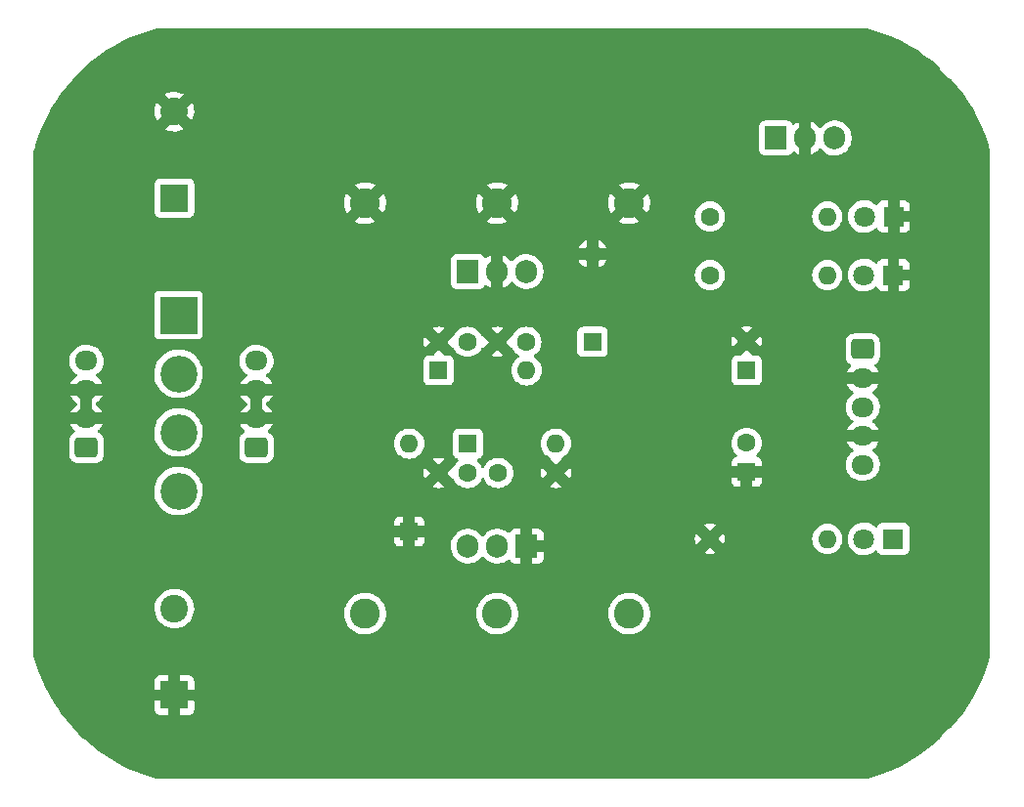
<source format=gbl>
G04 #@! TF.GenerationSoftware,KiCad,Pcbnew,(6.0.11)*
G04 #@! TF.CreationDate,2023-12-29T12:30:20+09:00*
G04 #@! TF.ProjectId,12V_Dual_5V_PSU,3132565f-4475-4616-9c5f-35565f505355,Ver. 1.1a*
G04 #@! TF.SameCoordinates,Original*
G04 #@! TF.FileFunction,Copper,L2,Bot*
G04 #@! TF.FilePolarity,Positive*
%FSLAX46Y46*%
G04 Gerber Fmt 4.6, Leading zero omitted, Abs format (unit mm)*
G04 Created by KiCad (PCBNEW (6.0.11)) date 2023-12-29 12:30:20*
%MOMM*%
%LPD*%
G01*
G04 APERTURE LIST*
G04 Aperture macros list*
%AMRoundRect*
0 Rectangle with rounded corners*
0 $1 Rounding radius*
0 $2 $3 $4 $5 $6 $7 $8 $9 X,Y pos of 4 corners*
0 Add a 4 corners polygon primitive as box body*
4,1,4,$2,$3,$4,$5,$6,$7,$8,$9,$2,$3,0*
0 Add four circle primitives for the rounded corners*
1,1,$1+$1,$2,$3*
1,1,$1+$1,$4,$5*
1,1,$1+$1,$6,$7*
1,1,$1+$1,$8,$9*
0 Add four rect primitives between the rounded corners*
20,1,$1+$1,$2,$3,$4,$5,0*
20,1,$1+$1,$4,$5,$6,$7,0*
20,1,$1+$1,$6,$7,$8,$9,0*
20,1,$1+$1,$8,$9,$2,$3,0*%
G04 Aperture macros list end*
G04 #@! TA.AperFunction,ComponentPad*
%ADD10C,1.600000*%
G04 #@! TD*
G04 #@! TA.AperFunction,ComponentPad*
%ADD11O,1.600000X1.600000*%
G04 #@! TD*
G04 #@! TA.AperFunction,ComponentPad*
%ADD12R,1.600000X1.600000*%
G04 #@! TD*
G04 #@! TA.AperFunction,ComponentPad*
%ADD13C,3.200000*%
G04 #@! TD*
G04 #@! TA.AperFunction,ComponentPad*
%ADD14R,3.200000X3.200000*%
G04 #@! TD*
G04 #@! TA.AperFunction,ComponentPad*
%ADD15RoundRect,0.250000X0.725000X-0.600000X0.725000X0.600000X-0.725000X0.600000X-0.725000X-0.600000X0*%
G04 #@! TD*
G04 #@! TA.AperFunction,ComponentPad*
%ADD16O,1.950000X1.700000*%
G04 #@! TD*
G04 #@! TA.AperFunction,ComponentPad*
%ADD17O,1.905000X2.000000*%
G04 #@! TD*
G04 #@! TA.AperFunction,ComponentPad*
%ADD18R,1.905000X2.000000*%
G04 #@! TD*
G04 #@! TA.AperFunction,ComponentPad*
%ADD19C,2.600000*%
G04 #@! TD*
G04 #@! TA.AperFunction,ComponentPad*
%ADD20R,1.800000X1.800000*%
G04 #@! TD*
G04 #@! TA.AperFunction,ComponentPad*
%ADD21C,1.800000*%
G04 #@! TD*
G04 #@! TA.AperFunction,ComponentPad*
%ADD22R,2.400000X2.400000*%
G04 #@! TD*
G04 #@! TA.AperFunction,ComponentPad*
%ADD23C,2.400000*%
G04 #@! TD*
G04 #@! TA.AperFunction,ComponentPad*
%ADD24RoundRect,0.250000X-0.725000X0.600000X-0.725000X-0.600000X0.725000X-0.600000X0.725000X0.600000X0*%
G04 #@! TD*
G04 APERTURE END LIST*
D10*
X132100000Y-93726000D03*
X134600000Y-93726000D03*
D11*
X145415000Y-86106000D03*
D12*
X145415000Y-93726000D03*
D11*
X165735000Y-82858000D03*
D10*
X155575000Y-82858000D03*
D11*
X139700000Y-96193000D03*
D12*
X132080000Y-96193000D03*
D13*
X109570000Y-106650000D03*
X109570000Y-101570000D03*
X109570000Y-96490000D03*
D14*
X109570000Y-91410000D03*
D15*
X101600000Y-102870000D03*
D16*
X101600000Y-100370000D03*
X101600000Y-97870000D03*
X101600000Y-95370000D03*
D11*
X165735000Y-87938000D03*
D10*
X155575000Y-87938000D03*
D11*
X129540000Y-102543000D03*
D12*
X129540000Y-110163000D03*
D17*
X139700000Y-87630000D03*
X137160000Y-87630000D03*
D18*
X134620000Y-87630000D03*
D10*
X134600000Y-105083000D03*
X132100000Y-105083000D03*
D19*
X137160000Y-117275000D03*
X148590000Y-117275000D03*
X125730000Y-117275000D03*
D15*
X116315000Y-102870000D03*
D16*
X116315000Y-100370000D03*
X116315000Y-97870000D03*
X116315000Y-95370000D03*
D10*
X137240000Y-105083000D03*
X142240000Y-105083000D03*
D20*
X171475000Y-82858000D03*
D21*
X168935000Y-82858000D03*
X168910000Y-110798000D03*
D20*
X171450000Y-110798000D03*
D10*
X137180000Y-93726000D03*
X139680000Y-93726000D03*
X158750000Y-93693000D03*
D12*
X158750000Y-96193000D03*
D17*
X134620000Y-111433000D03*
X137160000Y-111433000D03*
D18*
X139700000Y-111433000D03*
D22*
X109220000Y-124340000D03*
D23*
X109220000Y-116840000D03*
D19*
X148590000Y-81715000D03*
X125730000Y-81715000D03*
X137160000Y-81715000D03*
D21*
X168915000Y-87938000D03*
D20*
X171455000Y-87938000D03*
D17*
X166370000Y-76062500D03*
X163830000Y-76062500D03*
D18*
X161290000Y-76062500D03*
D22*
X109220000Y-81280000D03*
D23*
X109220000Y-73780000D03*
D16*
X168800000Y-104368000D03*
X168800000Y-101868000D03*
X168800000Y-99368000D03*
X168800000Y-96868000D03*
D24*
X168800000Y-94368000D03*
D11*
X165735000Y-110798000D03*
D10*
X155575000Y-110798000D03*
D11*
X142240000Y-102543000D03*
D12*
X134620000Y-102543000D03*
D10*
X158750000Y-102495380D03*
D12*
X158750000Y-104995380D03*
G04 #@! TA.AperFunction,Conductor*
G36*
X169230982Y-66553689D02*
G01*
X169972082Y-66773212D01*
X169978356Y-66775250D01*
X170712412Y-67035194D01*
X170718570Y-67037558D01*
X171438003Y-67335556D01*
X171444029Y-67338239D01*
X172146879Y-67673482D01*
X172152757Y-67676477D01*
X172837095Y-68048042D01*
X172842808Y-68051340D01*
X173506779Y-68458221D01*
X173512311Y-68461814D01*
X174154065Y-68902880D01*
X174159402Y-68906758D01*
X174777189Y-69380803D01*
X174782315Y-69384954D01*
X175374443Y-69890679D01*
X175379340Y-69895088D01*
X175415952Y-69929831D01*
X175445115Y-69971792D01*
X175456923Y-69999476D01*
X175604561Y-70246161D01*
X175784313Y-70470528D01*
X175907711Y-70587628D01*
X175984088Y-70660107D01*
X175992851Y-70668423D01*
X176226317Y-70836186D01*
X176230112Y-70838195D01*
X176230113Y-70838196D01*
X176414122Y-70935624D01*
X176446560Y-70960245D01*
X176484907Y-71000654D01*
X176489321Y-71005557D01*
X176995046Y-71597685D01*
X176999197Y-71602811D01*
X177473242Y-72220598D01*
X177477120Y-72225935D01*
X177918186Y-72867689D01*
X177921779Y-72873221D01*
X178328660Y-73537192D01*
X178331958Y-73542905D01*
X178703523Y-74227243D01*
X178706518Y-74233121D01*
X179041761Y-74935971D01*
X179044444Y-74941997D01*
X179342442Y-75661430D01*
X179344806Y-75667588D01*
X179604750Y-76401644D01*
X179606788Y-76407918D01*
X179826311Y-77149018D01*
X179831500Y-77184804D01*
X179831500Y-120935196D01*
X179826311Y-120970982D01*
X179606788Y-121712082D01*
X179604750Y-121718356D01*
X179344806Y-122452412D01*
X179342442Y-122458570D01*
X179044444Y-123178003D01*
X179041761Y-123184029D01*
X178706518Y-123886879D01*
X178703523Y-123892757D01*
X178331958Y-124577095D01*
X178328660Y-124582808D01*
X177921779Y-125246779D01*
X177918186Y-125252311D01*
X177477120Y-125894065D01*
X177473242Y-125899402D01*
X176999197Y-126517189D01*
X176995060Y-126522299D01*
X176489321Y-127114443D01*
X176484908Y-127119344D01*
X176445311Y-127161071D01*
X176411703Y-127186305D01*
X176248995Y-127270285D01*
X176245188Y-127272250D01*
X176241687Y-127274711D01*
X176241683Y-127274713D01*
X176228734Y-127283814D01*
X176009977Y-127437559D01*
X175799378Y-127633260D01*
X175617287Y-127855732D01*
X175467073Y-128100858D01*
X175465346Y-128104791D01*
X175465345Y-128104794D01*
X175446588Y-128147524D01*
X175417947Y-128188276D01*
X175379344Y-128224908D01*
X175374446Y-128229318D01*
X174782299Y-128735060D01*
X174777189Y-128739197D01*
X174159402Y-129213242D01*
X174154065Y-129217120D01*
X173512311Y-129658186D01*
X173506779Y-129661779D01*
X172842808Y-130068660D01*
X172837095Y-130071958D01*
X172152757Y-130443523D01*
X172146879Y-130446518D01*
X171444029Y-130781761D01*
X171438003Y-130784444D01*
X170718570Y-131082442D01*
X170712412Y-131084806D01*
X169978356Y-131344750D01*
X169972082Y-131346788D01*
X169230982Y-131566311D01*
X169195196Y-131571500D01*
X107664804Y-131571500D01*
X107629018Y-131566311D01*
X106887918Y-131346788D01*
X106881644Y-131344750D01*
X106147588Y-131084806D01*
X106141430Y-131082442D01*
X105421997Y-130784444D01*
X105415971Y-130781761D01*
X104713121Y-130446518D01*
X104707243Y-130443523D01*
X104022905Y-130071958D01*
X104017192Y-130068660D01*
X103353221Y-129661779D01*
X103347689Y-129658186D01*
X102705935Y-129217120D01*
X102700598Y-129213242D01*
X102082811Y-128739197D01*
X102077685Y-128735046D01*
X101485557Y-128229321D01*
X101480654Y-128224907D01*
X101346076Y-128097197D01*
X100915788Y-127688870D01*
X100911127Y-127684209D01*
X100865928Y-127636579D01*
X100375090Y-127119342D01*
X100370679Y-127114443D01*
X99864954Y-126522315D01*
X99860803Y-126517189D01*
X99386758Y-125899402D01*
X99382880Y-125894065D01*
X99170238Y-125584669D01*
X107512001Y-125584669D01*
X107512371Y-125591490D01*
X107517895Y-125642352D01*
X107521521Y-125657604D01*
X107566676Y-125778054D01*
X107575214Y-125793649D01*
X107651715Y-125895724D01*
X107664276Y-125908285D01*
X107766351Y-125984786D01*
X107781946Y-125993324D01*
X107902394Y-126038478D01*
X107917649Y-126042105D01*
X107968514Y-126047631D01*
X107975328Y-126048000D01*
X108701885Y-126048000D01*
X108717124Y-126043525D01*
X108718329Y-126042135D01*
X108720000Y-126034452D01*
X108720000Y-126029884D01*
X109720000Y-126029884D01*
X109724475Y-126045123D01*
X109725865Y-126046328D01*
X109733548Y-126047999D01*
X110464669Y-126047999D01*
X110471490Y-126047629D01*
X110522352Y-126042105D01*
X110537604Y-126038479D01*
X110658054Y-125993324D01*
X110673649Y-125984786D01*
X110775724Y-125908285D01*
X110788285Y-125895724D01*
X110864786Y-125793649D01*
X110873324Y-125778054D01*
X110918478Y-125657606D01*
X110922105Y-125642351D01*
X110927631Y-125591486D01*
X110928000Y-125584672D01*
X110928000Y-124858115D01*
X110923525Y-124842876D01*
X110922135Y-124841671D01*
X110914452Y-124840000D01*
X109738115Y-124840000D01*
X109722876Y-124844475D01*
X109721671Y-124845865D01*
X109720000Y-124853548D01*
X109720000Y-126029884D01*
X108720000Y-126029884D01*
X108720000Y-124858115D01*
X108715525Y-124842876D01*
X108714135Y-124841671D01*
X108706452Y-124840000D01*
X107530116Y-124840000D01*
X107514877Y-124844475D01*
X107513672Y-124845865D01*
X107512001Y-124853548D01*
X107512001Y-125584669D01*
X99170238Y-125584669D01*
X98941814Y-125252311D01*
X98938221Y-125246779D01*
X98531340Y-124582808D01*
X98528042Y-124577095D01*
X98156477Y-123892757D01*
X98153482Y-123886879D01*
X98122481Y-123821885D01*
X107512000Y-123821885D01*
X107516475Y-123837124D01*
X107517865Y-123838329D01*
X107525548Y-123840000D01*
X108701885Y-123840000D01*
X108717124Y-123835525D01*
X108718329Y-123834135D01*
X108720000Y-123826452D01*
X108720000Y-123821885D01*
X109720000Y-123821885D01*
X109724475Y-123837124D01*
X109725865Y-123838329D01*
X109733548Y-123840000D01*
X110909884Y-123840000D01*
X110925123Y-123835525D01*
X110926328Y-123834135D01*
X110927999Y-123826452D01*
X110927999Y-123095331D01*
X110927629Y-123088510D01*
X110922105Y-123037648D01*
X110918479Y-123022396D01*
X110873324Y-122901946D01*
X110864786Y-122886351D01*
X110788285Y-122784276D01*
X110775724Y-122771715D01*
X110673649Y-122695214D01*
X110658054Y-122686676D01*
X110537606Y-122641522D01*
X110522351Y-122637895D01*
X110471486Y-122632369D01*
X110464672Y-122632000D01*
X109738115Y-122632000D01*
X109722876Y-122636475D01*
X109721671Y-122637865D01*
X109720000Y-122645548D01*
X109720000Y-123821885D01*
X108720000Y-123821885D01*
X108720000Y-122650116D01*
X108715525Y-122634877D01*
X108714135Y-122633672D01*
X108706452Y-122632001D01*
X107975331Y-122632001D01*
X107968510Y-122632371D01*
X107917648Y-122637895D01*
X107902396Y-122641521D01*
X107781946Y-122686676D01*
X107766351Y-122695214D01*
X107664276Y-122771715D01*
X107651715Y-122784276D01*
X107575214Y-122886351D01*
X107566676Y-122901946D01*
X107521522Y-123022394D01*
X107517895Y-123037649D01*
X107512369Y-123088514D01*
X107512000Y-123095328D01*
X107512000Y-123821885D01*
X98122481Y-123821885D01*
X97818239Y-123184029D01*
X97815556Y-123178003D01*
X97517558Y-122458570D01*
X97515194Y-122452412D01*
X97255250Y-121718356D01*
X97253212Y-121712082D01*
X97033689Y-120970982D01*
X97028500Y-120935196D01*
X97028500Y-116795151D01*
X107507296Y-116795151D01*
X107519480Y-117048798D01*
X107520393Y-117053386D01*
X107554106Y-117222872D01*
X107569021Y-117297857D01*
X107570600Y-117302255D01*
X107570602Y-117302262D01*
X107653248Y-117532449D01*
X107654831Y-117536858D01*
X107775025Y-117760551D01*
X107777820Y-117764294D01*
X107777822Y-117764297D01*
X107924171Y-117960282D01*
X107924176Y-117960288D01*
X107926963Y-117964020D01*
X107930272Y-117967300D01*
X107930277Y-117967306D01*
X108028859Y-118065031D01*
X108107307Y-118142797D01*
X108111069Y-118145555D01*
X108111072Y-118145558D01*
X108308323Y-118290188D01*
X108312094Y-118292953D01*
X108316229Y-118295129D01*
X108316233Y-118295131D01*
X108434289Y-118357243D01*
X108536827Y-118411191D01*
X108776568Y-118494912D01*
X109026050Y-118542278D01*
X109146532Y-118547011D01*
X109275125Y-118552064D01*
X109275130Y-118552064D01*
X109279793Y-118552247D01*
X109378774Y-118541407D01*
X109527569Y-118525112D01*
X109527575Y-118525111D01*
X109532222Y-118524602D01*
X109641680Y-118495784D01*
X109773273Y-118461138D01*
X109777793Y-118459948D01*
X109995455Y-118366434D01*
X110006807Y-118361557D01*
X110006810Y-118361555D01*
X110011110Y-118359708D01*
X110015090Y-118357245D01*
X110015094Y-118357243D01*
X110223064Y-118228547D01*
X110223066Y-118228545D01*
X110227047Y-118226082D01*
X110328305Y-118140361D01*
X110417289Y-118065031D01*
X110417291Y-118065029D01*
X110420862Y-118062006D01*
X110588295Y-117871084D01*
X110725669Y-117657512D01*
X110829967Y-117425980D01*
X110885937Y-117227526D01*
X123917050Y-117227526D01*
X123929947Y-117496019D01*
X123982388Y-117759656D01*
X124073220Y-118012646D01*
X124075432Y-118016762D01*
X124075433Y-118016765D01*
X124139555Y-118136100D01*
X124200450Y-118249431D01*
X124203241Y-118253168D01*
X124203245Y-118253175D01*
X124284178Y-118361557D01*
X124361281Y-118464810D01*
X124364590Y-118468090D01*
X124364595Y-118468096D01*
X124548863Y-118650762D01*
X124552180Y-118654050D01*
X124555942Y-118656808D01*
X124555945Y-118656811D01*
X124668299Y-118739192D01*
X124768954Y-118812995D01*
X124773089Y-118815171D01*
X124773093Y-118815173D01*
X125002698Y-118935975D01*
X125006840Y-118938154D01*
X125260613Y-119026775D01*
X125265206Y-119027647D01*
X125520109Y-119076042D01*
X125520112Y-119076042D01*
X125524698Y-119076913D01*
X125652370Y-119081929D01*
X125788625Y-119087283D01*
X125788630Y-119087283D01*
X125793293Y-119087466D01*
X125897607Y-119076042D01*
X126055844Y-119058713D01*
X126055850Y-119058712D01*
X126060497Y-119058203D01*
X126065021Y-119057012D01*
X126315918Y-118990956D01*
X126315920Y-118990955D01*
X126320441Y-118989765D01*
X126324738Y-118987919D01*
X126563120Y-118885502D01*
X126563122Y-118885501D01*
X126567414Y-118883657D01*
X126686071Y-118810230D01*
X126792017Y-118744669D01*
X126792021Y-118744666D01*
X126795990Y-118742210D01*
X127001149Y-118568530D01*
X127178382Y-118366434D01*
X127182709Y-118359708D01*
X127321269Y-118144291D01*
X127323797Y-118140361D01*
X127434199Y-117895278D01*
X127472196Y-117760551D01*
X127505893Y-117641072D01*
X127505894Y-117641069D01*
X127507163Y-117636568D01*
X127525043Y-117496019D01*
X127540688Y-117373045D01*
X127540688Y-117373041D01*
X127541086Y-117369915D01*
X127543571Y-117275000D01*
X127540043Y-117227526D01*
X135347050Y-117227526D01*
X135359947Y-117496019D01*
X135412388Y-117759656D01*
X135503220Y-118012646D01*
X135505432Y-118016762D01*
X135505433Y-118016765D01*
X135569555Y-118136100D01*
X135630450Y-118249431D01*
X135633241Y-118253168D01*
X135633245Y-118253175D01*
X135714178Y-118361557D01*
X135791281Y-118464810D01*
X135794590Y-118468090D01*
X135794595Y-118468096D01*
X135978863Y-118650762D01*
X135982180Y-118654050D01*
X135985942Y-118656808D01*
X135985945Y-118656811D01*
X136098299Y-118739192D01*
X136198954Y-118812995D01*
X136203089Y-118815171D01*
X136203093Y-118815173D01*
X136432698Y-118935975D01*
X136436840Y-118938154D01*
X136690613Y-119026775D01*
X136695206Y-119027647D01*
X136950109Y-119076042D01*
X136950112Y-119076042D01*
X136954698Y-119076913D01*
X137082370Y-119081929D01*
X137218625Y-119087283D01*
X137218630Y-119087283D01*
X137223293Y-119087466D01*
X137327607Y-119076042D01*
X137485844Y-119058713D01*
X137485850Y-119058712D01*
X137490497Y-119058203D01*
X137495021Y-119057012D01*
X137745918Y-118990956D01*
X137745920Y-118990955D01*
X137750441Y-118989765D01*
X137754738Y-118987919D01*
X137993120Y-118885502D01*
X137993122Y-118885501D01*
X137997414Y-118883657D01*
X138116071Y-118810230D01*
X138222017Y-118744669D01*
X138222021Y-118744666D01*
X138225990Y-118742210D01*
X138431149Y-118568530D01*
X138608382Y-118366434D01*
X138612709Y-118359708D01*
X138751269Y-118144291D01*
X138753797Y-118140361D01*
X138864199Y-117895278D01*
X138902196Y-117760551D01*
X138935893Y-117641072D01*
X138935894Y-117641069D01*
X138937163Y-117636568D01*
X138955043Y-117496019D01*
X138970688Y-117373045D01*
X138970688Y-117373041D01*
X138971086Y-117369915D01*
X138973571Y-117275000D01*
X138970043Y-117227526D01*
X146777050Y-117227526D01*
X146789947Y-117496019D01*
X146842388Y-117759656D01*
X146933220Y-118012646D01*
X146935432Y-118016762D01*
X146935433Y-118016765D01*
X146999555Y-118136100D01*
X147060450Y-118249431D01*
X147063241Y-118253168D01*
X147063245Y-118253175D01*
X147144178Y-118361557D01*
X147221281Y-118464810D01*
X147224590Y-118468090D01*
X147224595Y-118468096D01*
X147408863Y-118650762D01*
X147412180Y-118654050D01*
X147415942Y-118656808D01*
X147415945Y-118656811D01*
X147528299Y-118739192D01*
X147628954Y-118812995D01*
X147633089Y-118815171D01*
X147633093Y-118815173D01*
X147862698Y-118935975D01*
X147866840Y-118938154D01*
X148120613Y-119026775D01*
X148125206Y-119027647D01*
X148380109Y-119076042D01*
X148380112Y-119076042D01*
X148384698Y-119076913D01*
X148512370Y-119081929D01*
X148648625Y-119087283D01*
X148648630Y-119087283D01*
X148653293Y-119087466D01*
X148757607Y-119076042D01*
X148915844Y-119058713D01*
X148915850Y-119058712D01*
X148920497Y-119058203D01*
X148925021Y-119057012D01*
X149175918Y-118990956D01*
X149175920Y-118990955D01*
X149180441Y-118989765D01*
X149184738Y-118987919D01*
X149423120Y-118885502D01*
X149423122Y-118885501D01*
X149427414Y-118883657D01*
X149546071Y-118810230D01*
X149652017Y-118744669D01*
X149652021Y-118744666D01*
X149655990Y-118742210D01*
X149861149Y-118568530D01*
X150038382Y-118366434D01*
X150042709Y-118359708D01*
X150181269Y-118144291D01*
X150183797Y-118140361D01*
X150294199Y-117895278D01*
X150332196Y-117760551D01*
X150365893Y-117641072D01*
X150365894Y-117641069D01*
X150367163Y-117636568D01*
X150385043Y-117496019D01*
X150400688Y-117373045D01*
X150400688Y-117373041D01*
X150401086Y-117369915D01*
X150403571Y-117275000D01*
X150383650Y-117006937D01*
X150372020Y-116955538D01*
X150325361Y-116749331D01*
X150325360Y-116749326D01*
X150324327Y-116744763D01*
X150226902Y-116494238D01*
X150093518Y-116260864D01*
X149927105Y-116049769D01*
X149731317Y-115865591D01*
X149510457Y-115712374D01*
X149506264Y-115710306D01*
X149273564Y-115595551D01*
X149273561Y-115595550D01*
X149269376Y-115593486D01*
X149221745Y-115578239D01*
X149167621Y-115560914D01*
X149013370Y-115511538D01*
X149008763Y-115510788D01*
X149008760Y-115510787D01*
X148752674Y-115469081D01*
X148752675Y-115469081D01*
X148748063Y-115468330D01*
X148617719Y-115466624D01*
X148483961Y-115464873D01*
X148483958Y-115464873D01*
X148479284Y-115464812D01*
X148212937Y-115501060D01*
X147954874Y-115576278D01*
X147710763Y-115688815D01*
X147706854Y-115691378D01*
X147489881Y-115833631D01*
X147489876Y-115833635D01*
X147485968Y-115836197D01*
X147285426Y-116015188D01*
X147113544Y-116221854D01*
X146974096Y-116451656D01*
X146972287Y-116455970D01*
X146972285Y-116455974D01*
X146917443Y-116586759D01*
X146870148Y-116699545D01*
X146803981Y-116960077D01*
X146777050Y-117227526D01*
X138970043Y-117227526D01*
X138953650Y-117006937D01*
X138942020Y-116955538D01*
X138895361Y-116749331D01*
X138895360Y-116749326D01*
X138894327Y-116744763D01*
X138796902Y-116494238D01*
X138663518Y-116260864D01*
X138497105Y-116049769D01*
X138301317Y-115865591D01*
X138080457Y-115712374D01*
X138076264Y-115710306D01*
X137843564Y-115595551D01*
X137843561Y-115595550D01*
X137839376Y-115593486D01*
X137791745Y-115578239D01*
X137737621Y-115560914D01*
X137583370Y-115511538D01*
X137578763Y-115510788D01*
X137578760Y-115510787D01*
X137322674Y-115469081D01*
X137322675Y-115469081D01*
X137318063Y-115468330D01*
X137187719Y-115466624D01*
X137053961Y-115464873D01*
X137053958Y-115464873D01*
X137049284Y-115464812D01*
X136782937Y-115501060D01*
X136524874Y-115576278D01*
X136280763Y-115688815D01*
X136276854Y-115691378D01*
X136059881Y-115833631D01*
X136059876Y-115833635D01*
X136055968Y-115836197D01*
X135855426Y-116015188D01*
X135683544Y-116221854D01*
X135544096Y-116451656D01*
X135542287Y-116455970D01*
X135542285Y-116455974D01*
X135487443Y-116586759D01*
X135440148Y-116699545D01*
X135373981Y-116960077D01*
X135347050Y-117227526D01*
X127540043Y-117227526D01*
X127523650Y-117006937D01*
X127512020Y-116955538D01*
X127465361Y-116749331D01*
X127465360Y-116749326D01*
X127464327Y-116744763D01*
X127366902Y-116494238D01*
X127233518Y-116260864D01*
X127067105Y-116049769D01*
X126871317Y-115865591D01*
X126650457Y-115712374D01*
X126646264Y-115710306D01*
X126413564Y-115595551D01*
X126413561Y-115595550D01*
X126409376Y-115593486D01*
X126361745Y-115578239D01*
X126307621Y-115560914D01*
X126153370Y-115511538D01*
X126148763Y-115510788D01*
X126148760Y-115510787D01*
X125892674Y-115469081D01*
X125892675Y-115469081D01*
X125888063Y-115468330D01*
X125757719Y-115466624D01*
X125623961Y-115464873D01*
X125623958Y-115464873D01*
X125619284Y-115464812D01*
X125352937Y-115501060D01*
X125094874Y-115576278D01*
X124850763Y-115688815D01*
X124846854Y-115691378D01*
X124629881Y-115833631D01*
X124629876Y-115833635D01*
X124625968Y-115836197D01*
X124425426Y-116015188D01*
X124253544Y-116221854D01*
X124114096Y-116451656D01*
X124112287Y-116455970D01*
X124112285Y-116455974D01*
X124057443Y-116586759D01*
X124010148Y-116699545D01*
X123943981Y-116960077D01*
X123917050Y-117227526D01*
X110885937Y-117227526D01*
X110898896Y-117181575D01*
X110926482Y-116964735D01*
X110930545Y-116932798D01*
X110930545Y-116932792D01*
X110930943Y-116929667D01*
X110933291Y-116840000D01*
X110923190Y-116704077D01*
X110914818Y-116591411D01*
X110914817Y-116591407D01*
X110914472Y-116586759D01*
X110893537Y-116494238D01*
X110859459Y-116343639D01*
X110858428Y-116339082D01*
X110826584Y-116257195D01*
X110768084Y-116106762D01*
X110768083Y-116106760D01*
X110766391Y-116102409D01*
X110745866Y-116066498D01*
X110642702Y-115885997D01*
X110642700Y-115885995D01*
X110640383Y-115881940D01*
X110483171Y-115682517D01*
X110370235Y-115576278D01*
X110301610Y-115511722D01*
X110301608Y-115511720D01*
X110298209Y-115508523D01*
X110254483Y-115478189D01*
X110093393Y-115366437D01*
X110093390Y-115366435D01*
X110089561Y-115363779D01*
X110085384Y-115361719D01*
X110085377Y-115361715D01*
X109865996Y-115253528D01*
X109865992Y-115253527D01*
X109861810Y-115251464D01*
X109619960Y-115174047D01*
X109615355Y-115173297D01*
X109373935Y-115133980D01*
X109373934Y-115133980D01*
X109369323Y-115133229D01*
X109242364Y-115131567D01*
X109120083Y-115129966D01*
X109120080Y-115129966D01*
X109115406Y-115129905D01*
X108863787Y-115164149D01*
X108619993Y-115235208D01*
X108389380Y-115341522D01*
X108385471Y-115344085D01*
X108180928Y-115478189D01*
X108180923Y-115478193D01*
X108177015Y-115480755D01*
X107987562Y-115649848D01*
X107825183Y-115845087D01*
X107693447Y-116062182D01*
X107691638Y-116066496D01*
X107691637Y-116066498D01*
X107610133Y-116260864D01*
X107595246Y-116296365D01*
X107532738Y-116542490D01*
X107507296Y-116795151D01*
X97028500Y-116795151D01*
X97028500Y-111541402D01*
X133159000Y-111541402D01*
X133159212Y-111543975D01*
X133159212Y-111543986D01*
X133166146Y-111628318D01*
X133173678Y-111719937D01*
X133194763Y-111803877D01*
X133228025Y-111936297D01*
X133232206Y-111952944D01*
X133279303Y-112061261D01*
X133319351Y-112153364D01*
X133328003Y-112173263D01*
X133412885Y-112304470D01*
X133452755Y-112366099D01*
X133458498Y-112374977D01*
X133620186Y-112552670D01*
X133672974Y-112594359D01*
X133804670Y-112698367D01*
X133804675Y-112698370D01*
X133808724Y-112701568D01*
X133813240Y-112704061D01*
X133813243Y-112704063D01*
X134014526Y-112815177D01*
X134014530Y-112815179D01*
X134019050Y-112817674D01*
X134023919Y-112819398D01*
X134023923Y-112819400D01*
X134240640Y-112896144D01*
X134240644Y-112896145D01*
X134245515Y-112897870D01*
X134250608Y-112898777D01*
X134250611Y-112898778D01*
X134476948Y-112939095D01*
X134476954Y-112939096D01*
X134482037Y-112940001D01*
X134563804Y-112941000D01*
X134717093Y-112942873D01*
X134717095Y-112942873D01*
X134722263Y-112942936D01*
X134959744Y-112906596D01*
X135071997Y-112869906D01*
X135183183Y-112833566D01*
X135183189Y-112833563D01*
X135188101Y-112831958D01*
X135192687Y-112829571D01*
X135192691Y-112829569D01*
X135396607Y-112723416D01*
X135401200Y-112721025D01*
X135593320Y-112576777D01*
X135759301Y-112403088D01*
X135784535Y-112366097D01*
X135839444Y-112321096D01*
X135909968Y-112312925D01*
X135973716Y-112344179D01*
X135994411Y-112368660D01*
X135998498Y-112374977D01*
X136160186Y-112552670D01*
X136212974Y-112594359D01*
X136344670Y-112698367D01*
X136344675Y-112698370D01*
X136348724Y-112701568D01*
X136353240Y-112704061D01*
X136353243Y-112704063D01*
X136554526Y-112815177D01*
X136554530Y-112815179D01*
X136559050Y-112817674D01*
X136563919Y-112819398D01*
X136563923Y-112819400D01*
X136780640Y-112896144D01*
X136780644Y-112896145D01*
X136785515Y-112897870D01*
X136790608Y-112898777D01*
X136790611Y-112898778D01*
X137016948Y-112939095D01*
X137016954Y-112939096D01*
X137022037Y-112940001D01*
X137103804Y-112941000D01*
X137257093Y-112942873D01*
X137257095Y-112942873D01*
X137262263Y-112942936D01*
X137499744Y-112906596D01*
X137611997Y-112869906D01*
X137723183Y-112833566D01*
X137723189Y-112833563D01*
X137728101Y-112831958D01*
X137732687Y-112829571D01*
X137732691Y-112829569D01*
X137936607Y-112723416D01*
X137941200Y-112721025D01*
X138096700Y-112604272D01*
X138163182Y-112579367D01*
X138232578Y-112594359D01*
X138282852Y-112644489D01*
X138290333Y-112660803D01*
X138294176Y-112671054D01*
X138302714Y-112686649D01*
X138379215Y-112788724D01*
X138391776Y-112801285D01*
X138493851Y-112877786D01*
X138509446Y-112886324D01*
X138629894Y-112931478D01*
X138645149Y-112935105D01*
X138696014Y-112940631D01*
X138702828Y-112941000D01*
X139181885Y-112941000D01*
X139197124Y-112936525D01*
X139198329Y-112935135D01*
X139200000Y-112927452D01*
X139200000Y-112922884D01*
X140200000Y-112922884D01*
X140204475Y-112938123D01*
X140205865Y-112939328D01*
X140213548Y-112940999D01*
X140697169Y-112940999D01*
X140703990Y-112940629D01*
X140754852Y-112935105D01*
X140770104Y-112931479D01*
X140890554Y-112886324D01*
X140906149Y-112877786D01*
X141008224Y-112801285D01*
X141020785Y-112788724D01*
X141097286Y-112686649D01*
X141105824Y-112671054D01*
X141150978Y-112550606D01*
X141154605Y-112535351D01*
X141160131Y-112484486D01*
X141160500Y-112477672D01*
X141160500Y-112006692D01*
X155079034Y-112006692D01*
X155082776Y-112011691D01*
X155120940Y-112029487D01*
X155131244Y-112033237D01*
X155341688Y-112089625D01*
X155352481Y-112091528D01*
X155569525Y-112110517D01*
X155580475Y-112110517D01*
X155797519Y-112091528D01*
X155808312Y-112089625D01*
X156018756Y-112033237D01*
X156029060Y-112029487D01*
X156060599Y-112014780D01*
X156071184Y-112005461D01*
X156069377Y-111999483D01*
X155587808Y-111517915D01*
X155573870Y-111510304D01*
X155572034Y-111510436D01*
X155565422Y-111514685D01*
X155085793Y-111994313D01*
X155079034Y-112006692D01*
X141160500Y-112006692D01*
X141160500Y-111951115D01*
X141156025Y-111935876D01*
X141154635Y-111934671D01*
X141146952Y-111933000D01*
X140218115Y-111933000D01*
X140202876Y-111937475D01*
X140201671Y-111938865D01*
X140200000Y-111946548D01*
X140200000Y-112922884D01*
X139200000Y-112922884D01*
X139200000Y-110914885D01*
X140200000Y-110914885D01*
X140204475Y-110930124D01*
X140205865Y-110931329D01*
X140213548Y-110933000D01*
X141142384Y-110933000D01*
X141157623Y-110928525D01*
X141158828Y-110927135D01*
X141160499Y-110919452D01*
X141160499Y-110803475D01*
X154262483Y-110803475D01*
X154281472Y-111020519D01*
X154283375Y-111031312D01*
X154339763Y-111241756D01*
X154343513Y-111252060D01*
X154358220Y-111283599D01*
X154367539Y-111294184D01*
X154373517Y-111292377D01*
X154855085Y-110810808D01*
X154861462Y-110799130D01*
X156287304Y-110799130D01*
X156287436Y-110800966D01*
X156291685Y-110807578D01*
X156771313Y-111287207D01*
X156783692Y-111293966D01*
X156788691Y-111290224D01*
X156806487Y-111252060D01*
X156810237Y-111241756D01*
X156866625Y-111031312D01*
X156868528Y-111020519D01*
X156887517Y-110803475D01*
X156887517Y-110798000D01*
X164421502Y-110798000D01*
X164441457Y-111026087D01*
X164442881Y-111031400D01*
X164442881Y-111031402D01*
X164494871Y-111225428D01*
X164500716Y-111247243D01*
X164503039Y-111252224D01*
X164503039Y-111252225D01*
X164595151Y-111449762D01*
X164595154Y-111449767D01*
X164597477Y-111454749D01*
X164658152Y-111541402D01*
X164719012Y-111628318D01*
X164728802Y-111642300D01*
X164890700Y-111804198D01*
X164895208Y-111807355D01*
X164895211Y-111807357D01*
X164973389Y-111862098D01*
X165078251Y-111935523D01*
X165083233Y-111937846D01*
X165083238Y-111937849D01*
X165280775Y-112029961D01*
X165285757Y-112032284D01*
X165291065Y-112033706D01*
X165291067Y-112033707D01*
X165501598Y-112090119D01*
X165501600Y-112090119D01*
X165506913Y-112091543D01*
X165735000Y-112111498D01*
X165963087Y-112091543D01*
X165968400Y-112090119D01*
X165968402Y-112090119D01*
X166178933Y-112033707D01*
X166178935Y-112033706D01*
X166184243Y-112032284D01*
X166189225Y-112029961D01*
X166386762Y-111937849D01*
X166386767Y-111937846D01*
X166391749Y-111935523D01*
X166496611Y-111862098D01*
X166574789Y-111807357D01*
X166574792Y-111807355D01*
X166579300Y-111804198D01*
X166741198Y-111642300D01*
X166750989Y-111628318D01*
X166811848Y-111541402D01*
X166872523Y-111454749D01*
X166874846Y-111449767D01*
X166874849Y-111449762D01*
X166966961Y-111252225D01*
X166966961Y-111252224D01*
X166969284Y-111247243D01*
X166975130Y-111225428D01*
X167027119Y-111031402D01*
X167027119Y-111031400D01*
X167028543Y-111026087D01*
X167048498Y-110798000D01*
X167045477Y-110763469D01*
X167497095Y-110763469D01*
X167497392Y-110768622D01*
X167497392Y-110768625D01*
X167506612Y-110928525D01*
X167510427Y-110994697D01*
X167511564Y-110999743D01*
X167511565Y-110999749D01*
X167537749Y-111115935D01*
X167561346Y-111220642D01*
X167563288Y-111225424D01*
X167563289Y-111225428D01*
X167591208Y-111294184D01*
X167648484Y-111435237D01*
X167769501Y-111632719D01*
X167921147Y-111807784D01*
X168099349Y-111955730D01*
X168299322Y-112072584D01*
X168515694Y-112155209D01*
X168520760Y-112156240D01*
X168520761Y-112156240D01*
X168573846Y-112167040D01*
X168742656Y-112201385D01*
X168872089Y-112206131D01*
X168968949Y-112209683D01*
X168968953Y-112209683D01*
X168974113Y-112209872D01*
X168979233Y-112209216D01*
X168979235Y-112209216D01*
X169053166Y-112199745D01*
X169203847Y-112180442D01*
X169208795Y-112178957D01*
X169208802Y-112178956D01*
X169420747Y-112115369D01*
X169425690Y-112113886D01*
X169430565Y-112111498D01*
X169629049Y-112014262D01*
X169629052Y-112014260D01*
X169633684Y-112011991D01*
X169822243Y-111877494D01*
X169867309Y-111832585D01*
X169929681Y-111798669D01*
X170000487Y-111803857D01*
X170057249Y-111846503D01*
X170074231Y-111877607D01*
X170099385Y-111944705D01*
X170186739Y-112061261D01*
X170303295Y-112148615D01*
X170439684Y-112199745D01*
X170501866Y-112206500D01*
X172398134Y-112206500D01*
X172460316Y-112199745D01*
X172596705Y-112148615D01*
X172713261Y-112061261D01*
X172800615Y-111944705D01*
X172851745Y-111808316D01*
X172858500Y-111746134D01*
X172858500Y-109849866D01*
X172851745Y-109787684D01*
X172800615Y-109651295D01*
X172713261Y-109534739D01*
X172596705Y-109447385D01*
X172460316Y-109396255D01*
X172398134Y-109389500D01*
X170501866Y-109389500D01*
X170439684Y-109396255D01*
X170303295Y-109447385D01*
X170186739Y-109534739D01*
X170099385Y-109651295D01*
X170096233Y-109659703D01*
X170096232Y-109659705D01*
X170075538Y-109714906D01*
X170032897Y-109771671D01*
X169966335Y-109796371D01*
X169896986Y-109781164D01*
X169874167Y-109764666D01*
X169873887Y-109764358D01*
X169746348Y-109663634D01*
X169696177Y-109624011D01*
X169696172Y-109624008D01*
X169692123Y-109620810D01*
X169687607Y-109618317D01*
X169687604Y-109618315D01*
X169493879Y-109511373D01*
X169493875Y-109511371D01*
X169489355Y-109508876D01*
X169484486Y-109507152D01*
X169484482Y-109507150D01*
X169275903Y-109433288D01*
X169275899Y-109433287D01*
X169271028Y-109431562D01*
X169265935Y-109430655D01*
X169265932Y-109430654D01*
X169048095Y-109391851D01*
X169048089Y-109391850D01*
X169043006Y-109390945D01*
X168970096Y-109390054D01*
X168816581Y-109388179D01*
X168816579Y-109388179D01*
X168811411Y-109388116D01*
X168582464Y-109423150D01*
X168362314Y-109495106D01*
X168357726Y-109497494D01*
X168357722Y-109497496D01*
X168161461Y-109599663D01*
X168156872Y-109602052D01*
X168152739Y-109605155D01*
X168152736Y-109605157D01*
X167975790Y-109738012D01*
X167971655Y-109741117D01*
X167811639Y-109908564D01*
X167808725Y-109912836D01*
X167808724Y-109912837D01*
X167797374Y-109929475D01*
X167681119Y-110099899D01*
X167583602Y-110309981D01*
X167521707Y-110533169D01*
X167497095Y-110763469D01*
X167045477Y-110763469D01*
X167028543Y-110569913D01*
X167020073Y-110538301D01*
X166970707Y-110354067D01*
X166970706Y-110354065D01*
X166969284Y-110348757D01*
X166941523Y-110289223D01*
X166874849Y-110146238D01*
X166874846Y-110146233D01*
X166872523Y-110141251D01*
X166751302Y-109968130D01*
X166744357Y-109958211D01*
X166744355Y-109958208D01*
X166741198Y-109953700D01*
X166579300Y-109791802D01*
X166574792Y-109788645D01*
X166574789Y-109788643D01*
X166469481Y-109714906D01*
X166391749Y-109660477D01*
X166386767Y-109658154D01*
X166386762Y-109658151D01*
X166189225Y-109566039D01*
X166189224Y-109566039D01*
X166184243Y-109563716D01*
X166178935Y-109562294D01*
X166178933Y-109562293D01*
X165968402Y-109505881D01*
X165968400Y-109505881D01*
X165963087Y-109504457D01*
X165735000Y-109484502D01*
X165506913Y-109504457D01*
X165501600Y-109505881D01*
X165501598Y-109505881D01*
X165291067Y-109562293D01*
X165291065Y-109562294D01*
X165285757Y-109563716D01*
X165280776Y-109566039D01*
X165280775Y-109566039D01*
X165083238Y-109658151D01*
X165083233Y-109658154D01*
X165078251Y-109660477D01*
X165000519Y-109714906D01*
X164895211Y-109788643D01*
X164895208Y-109788645D01*
X164890700Y-109791802D01*
X164728802Y-109953700D01*
X164725645Y-109958208D01*
X164725643Y-109958211D01*
X164718698Y-109968130D01*
X164597477Y-110141251D01*
X164595154Y-110146233D01*
X164595151Y-110146238D01*
X164528477Y-110289223D01*
X164500716Y-110348757D01*
X164499294Y-110354065D01*
X164499293Y-110354067D01*
X164449927Y-110538301D01*
X164441457Y-110569913D01*
X164421502Y-110798000D01*
X156887517Y-110798000D01*
X156887517Y-110792525D01*
X156868528Y-110575481D01*
X156866625Y-110564688D01*
X156810237Y-110354244D01*
X156806487Y-110343940D01*
X156791780Y-110312401D01*
X156782461Y-110301816D01*
X156776483Y-110303623D01*
X156294915Y-110785192D01*
X156287304Y-110799130D01*
X154861462Y-110799130D01*
X154862696Y-110796870D01*
X154862564Y-110795034D01*
X154858315Y-110788422D01*
X154378687Y-110308793D01*
X154366308Y-110302034D01*
X154361309Y-110305776D01*
X154343513Y-110343940D01*
X154339763Y-110354244D01*
X154283375Y-110564688D01*
X154281472Y-110575481D01*
X154262483Y-110792525D01*
X154262483Y-110803475D01*
X141160499Y-110803475D01*
X141160499Y-110388331D01*
X141160129Y-110381510D01*
X141154605Y-110330648D01*
X141150979Y-110315396D01*
X141105824Y-110194946D01*
X141097286Y-110179351D01*
X141020785Y-110077276D01*
X141008224Y-110064715D01*
X140906149Y-109988214D01*
X140890554Y-109979676D01*
X140770106Y-109934522D01*
X140754851Y-109930895D01*
X140703986Y-109925369D01*
X140697172Y-109925000D01*
X140218115Y-109925000D01*
X140202876Y-109929475D01*
X140201671Y-109930865D01*
X140200000Y-109938548D01*
X140200000Y-110914885D01*
X139200000Y-110914885D01*
X139200000Y-109943116D01*
X139195525Y-109927877D01*
X139194135Y-109926672D01*
X139186452Y-109925001D01*
X138702831Y-109925001D01*
X138696010Y-109925371D01*
X138645148Y-109930895D01*
X138629896Y-109934521D01*
X138509446Y-109979676D01*
X138493851Y-109988214D01*
X138391776Y-110064715D01*
X138379215Y-110077276D01*
X138302714Y-110179351D01*
X138294176Y-110194945D01*
X138289840Y-110206513D01*
X138247199Y-110263279D01*
X138180638Y-110287980D01*
X138111289Y-110272774D01*
X138093765Y-110261168D01*
X137975330Y-110167633D01*
X137975325Y-110167630D01*
X137971276Y-110164432D01*
X137966760Y-110161939D01*
X137966757Y-110161937D01*
X137765474Y-110050823D01*
X137765470Y-110050821D01*
X137760950Y-110048326D01*
X137756081Y-110046602D01*
X137756077Y-110046600D01*
X137539360Y-109969856D01*
X137539356Y-109969855D01*
X137534485Y-109968130D01*
X137529392Y-109967223D01*
X137529389Y-109967222D01*
X137303052Y-109926905D01*
X137303046Y-109926904D01*
X137297963Y-109925999D01*
X137210600Y-109924932D01*
X137062907Y-109923127D01*
X137062905Y-109923127D01*
X137057737Y-109923064D01*
X136820256Y-109959404D01*
X136732111Y-109988214D01*
X136596817Y-110032434D01*
X136596811Y-110032437D01*
X136591899Y-110034042D01*
X136587313Y-110036429D01*
X136587309Y-110036431D01*
X136456384Y-110104587D01*
X136378800Y-110144975D01*
X136374657Y-110148085D01*
X136374658Y-110148085D01*
X136224046Y-110261168D01*
X136186680Y-110289223D01*
X136166843Y-110309981D01*
X136098489Y-110381510D01*
X136020699Y-110462912D01*
X135995465Y-110499903D01*
X135940556Y-110544904D01*
X135870032Y-110553075D01*
X135806284Y-110521821D01*
X135785589Y-110497340D01*
X135784311Y-110495365D01*
X135781502Y-110491023D01*
X135619814Y-110313330D01*
X135469914Y-110194946D01*
X135435330Y-110167633D01*
X135435325Y-110167630D01*
X135431276Y-110164432D01*
X135426760Y-110161939D01*
X135426757Y-110161937D01*
X135225474Y-110050823D01*
X135225470Y-110050821D01*
X135220950Y-110048326D01*
X135216081Y-110046602D01*
X135216077Y-110046600D01*
X134999360Y-109969856D01*
X134999356Y-109969855D01*
X134994485Y-109968130D01*
X134989392Y-109967223D01*
X134989389Y-109967222D01*
X134763052Y-109926905D01*
X134763046Y-109926904D01*
X134757963Y-109925999D01*
X134670600Y-109924932D01*
X134522907Y-109923127D01*
X134522905Y-109923127D01*
X134517737Y-109923064D01*
X134280256Y-109959404D01*
X134192111Y-109988214D01*
X134056817Y-110032434D01*
X134056811Y-110032437D01*
X134051899Y-110034042D01*
X134047313Y-110036429D01*
X134047309Y-110036431D01*
X133916384Y-110104587D01*
X133838800Y-110144975D01*
X133834657Y-110148085D01*
X133834658Y-110148085D01*
X133684046Y-110261168D01*
X133646680Y-110289223D01*
X133480699Y-110462912D01*
X133477785Y-110467184D01*
X133348597Y-110656566D01*
X133345314Y-110661378D01*
X133343140Y-110666061D01*
X133343138Y-110666065D01*
X133279355Y-110803475D01*
X133244163Y-110879290D01*
X133179960Y-111110798D01*
X133179411Y-111115935D01*
X133161108Y-111287207D01*
X133159000Y-111306928D01*
X133159000Y-111541402D01*
X97028500Y-111541402D01*
X97028500Y-111007669D01*
X128232001Y-111007669D01*
X128232371Y-111014490D01*
X128237895Y-111065352D01*
X128241521Y-111080604D01*
X128286676Y-111201054D01*
X128295214Y-111216649D01*
X128371715Y-111318724D01*
X128384276Y-111331285D01*
X128486351Y-111407786D01*
X128501946Y-111416324D01*
X128622394Y-111461478D01*
X128637649Y-111465105D01*
X128688514Y-111470631D01*
X128695328Y-111471000D01*
X129021885Y-111471000D01*
X129037124Y-111466525D01*
X129038329Y-111465135D01*
X129040000Y-111457452D01*
X129040000Y-111452884D01*
X130040000Y-111452884D01*
X130044475Y-111468123D01*
X130045865Y-111469328D01*
X130053548Y-111470999D01*
X130384669Y-111470999D01*
X130391490Y-111470629D01*
X130442352Y-111465105D01*
X130457604Y-111461479D01*
X130578054Y-111416324D01*
X130593649Y-111407786D01*
X130695724Y-111331285D01*
X130708285Y-111318724D01*
X130784786Y-111216649D01*
X130793324Y-111201054D01*
X130838478Y-111080606D01*
X130842105Y-111065351D01*
X130847631Y-111014486D01*
X130848000Y-111007672D01*
X130848000Y-110681115D01*
X130843525Y-110665876D01*
X130842135Y-110664671D01*
X130834452Y-110663000D01*
X130058115Y-110663000D01*
X130042876Y-110667475D01*
X130041671Y-110668865D01*
X130040000Y-110676548D01*
X130040000Y-111452884D01*
X129040000Y-111452884D01*
X129040000Y-110681115D01*
X129035525Y-110665876D01*
X129034135Y-110664671D01*
X129026452Y-110663000D01*
X128250116Y-110663000D01*
X128234877Y-110667475D01*
X128233672Y-110668865D01*
X128232001Y-110676548D01*
X128232001Y-111007669D01*
X97028500Y-111007669D01*
X97028500Y-109644885D01*
X128232000Y-109644885D01*
X128236475Y-109660124D01*
X128237865Y-109661329D01*
X128245548Y-109663000D01*
X129021885Y-109663000D01*
X129037124Y-109658525D01*
X129038329Y-109657135D01*
X129040000Y-109649452D01*
X129040000Y-109644885D01*
X130040000Y-109644885D01*
X130044475Y-109660124D01*
X130045865Y-109661329D01*
X130053548Y-109663000D01*
X130829884Y-109663000D01*
X130845123Y-109658525D01*
X130846328Y-109657135D01*
X130847999Y-109649452D01*
X130847999Y-109590539D01*
X155078816Y-109590539D01*
X155080623Y-109596517D01*
X155562192Y-110078085D01*
X155576130Y-110085696D01*
X155577966Y-110085564D01*
X155584578Y-110081315D01*
X156064207Y-109601687D01*
X156070966Y-109589308D01*
X156067224Y-109584309D01*
X156029060Y-109566513D01*
X156018756Y-109562763D01*
X155808312Y-109506375D01*
X155797519Y-109504472D01*
X155580475Y-109485483D01*
X155569525Y-109485483D01*
X155352481Y-109504472D01*
X155341688Y-109506375D01*
X155131244Y-109562763D01*
X155120940Y-109566513D01*
X155089401Y-109581220D01*
X155078816Y-109590539D01*
X130847999Y-109590539D01*
X130847999Y-109318331D01*
X130847629Y-109311510D01*
X130842105Y-109260648D01*
X130838479Y-109245396D01*
X130793324Y-109124946D01*
X130784786Y-109109351D01*
X130708285Y-109007276D01*
X130695724Y-108994715D01*
X130593649Y-108918214D01*
X130578054Y-108909676D01*
X130457606Y-108864522D01*
X130442351Y-108860895D01*
X130391486Y-108855369D01*
X130384672Y-108855000D01*
X130058115Y-108855000D01*
X130042876Y-108859475D01*
X130041671Y-108860865D01*
X130040000Y-108868548D01*
X130040000Y-109644885D01*
X129040000Y-109644885D01*
X129040000Y-108873116D01*
X129035525Y-108857877D01*
X129034135Y-108856672D01*
X129026452Y-108855001D01*
X128695331Y-108855001D01*
X128688510Y-108855371D01*
X128637648Y-108860895D01*
X128622396Y-108864521D01*
X128501946Y-108909676D01*
X128486351Y-108918214D01*
X128384276Y-108994715D01*
X128371715Y-109007276D01*
X128295214Y-109109351D01*
X128286676Y-109124946D01*
X128241522Y-109245394D01*
X128237895Y-109260649D01*
X128232369Y-109311514D01*
X128232000Y-109318328D01*
X128232000Y-109644885D01*
X97028500Y-109644885D01*
X97028500Y-106627869D01*
X107456689Y-106627869D01*
X107473238Y-106914883D01*
X107474063Y-106919088D01*
X107474064Y-106919096D01*
X107506010Y-107081921D01*
X107528586Y-107196995D01*
X107529973Y-107201045D01*
X107529974Y-107201050D01*
X107620321Y-107464930D01*
X107621710Y-107468986D01*
X107750885Y-107725822D01*
X107913721Y-107962750D01*
X108107206Y-108175388D01*
X108110501Y-108178143D01*
X108110502Y-108178144D01*
X108161258Y-108220582D01*
X108327759Y-108359798D01*
X108571298Y-108512571D01*
X108833318Y-108630877D01*
X108837437Y-108632097D01*
X109104857Y-108711311D01*
X109104862Y-108711312D01*
X109108970Y-108712529D01*
X109113204Y-108713177D01*
X109113209Y-108713178D01*
X109361811Y-108751219D01*
X109393153Y-108756015D01*
X109539485Y-108758314D01*
X109676317Y-108760464D01*
X109676323Y-108760464D01*
X109680608Y-108760531D01*
X109684860Y-108760016D01*
X109684868Y-108760016D01*
X109961756Y-108726508D01*
X109961761Y-108726507D01*
X109966017Y-108725992D01*
X110244097Y-108653039D01*
X110509704Y-108543021D01*
X110757922Y-108397974D01*
X110984159Y-108220582D01*
X111025285Y-108178144D01*
X111181244Y-108017206D01*
X111184227Y-108014128D01*
X111186760Y-108010680D01*
X111186764Y-108010675D01*
X111351887Y-107785886D01*
X111354425Y-107782431D01*
X111491604Y-107529779D01*
X111593225Y-107260848D01*
X111657407Y-106980613D01*
X111682963Y-106694260D01*
X111683427Y-106650000D01*
X111664817Y-106377022D01*
X111664165Y-106367452D01*
X111664164Y-106367446D01*
X111663873Y-106363175D01*
X111659336Y-106341264D01*
X111649070Y-106291692D01*
X131604034Y-106291692D01*
X131607776Y-106296691D01*
X131645940Y-106314487D01*
X131656244Y-106318237D01*
X131866688Y-106374625D01*
X131877481Y-106376528D01*
X132094525Y-106395517D01*
X132105475Y-106395517D01*
X132322519Y-106376528D01*
X132333312Y-106374625D01*
X132543756Y-106318237D01*
X132554060Y-106314487D01*
X132585599Y-106299780D01*
X132596184Y-106290461D01*
X132594377Y-106284483D01*
X132112808Y-105802915D01*
X132098870Y-105795304D01*
X132097034Y-105795436D01*
X132090422Y-105799685D01*
X131610793Y-106279313D01*
X131604034Y-106291692D01*
X111649070Y-106291692D01*
X111619955Y-106151104D01*
X111605574Y-106081658D01*
X111509607Y-105810657D01*
X111384672Y-105568599D01*
X111379715Y-105558995D01*
X111379715Y-105558994D01*
X111377750Y-105555188D01*
X111367099Y-105540032D01*
X111287572Y-105426878D01*
X111212441Y-105319977D01*
X111078042Y-105175347D01*
X111019661Y-105112521D01*
X111019658Y-105112519D01*
X111016740Y-105109378D01*
X110991201Y-105088475D01*
X130787483Y-105088475D01*
X130806472Y-105305519D01*
X130808375Y-105316312D01*
X130864763Y-105526756D01*
X130868513Y-105537060D01*
X130883220Y-105568599D01*
X130892539Y-105579184D01*
X130898517Y-105577377D01*
X131380085Y-105095808D01*
X131386462Y-105084130D01*
X132812304Y-105084130D01*
X132812436Y-105085966D01*
X132816685Y-105092578D01*
X133296313Y-105572207D01*
X133320272Y-105585290D01*
X133368246Y-105595726D01*
X133418448Y-105645928D01*
X133422054Y-105653061D01*
X133462477Y-105739749D01*
X133514957Y-105814698D01*
X133583778Y-105912984D01*
X133593802Y-105927300D01*
X133755700Y-106089198D01*
X133760208Y-106092355D01*
X133760211Y-106092357D01*
X133838389Y-106147098D01*
X133943251Y-106220523D01*
X133948233Y-106222846D01*
X133948238Y-106222849D01*
X134145775Y-106314961D01*
X134150757Y-106317284D01*
X134156065Y-106318706D01*
X134156067Y-106318707D01*
X134366598Y-106375119D01*
X134366600Y-106375119D01*
X134371913Y-106376543D01*
X134600000Y-106396498D01*
X134828087Y-106376543D01*
X134833400Y-106375119D01*
X134833402Y-106375119D01*
X135043933Y-106318707D01*
X135043935Y-106318706D01*
X135049243Y-106317284D01*
X135054225Y-106314961D01*
X135251762Y-106222849D01*
X135251767Y-106222846D01*
X135256749Y-106220523D01*
X135361611Y-106147098D01*
X135439789Y-106092357D01*
X135439792Y-106092355D01*
X135444300Y-106089198D01*
X135606198Y-105927300D01*
X135616223Y-105912984D01*
X135685043Y-105814698D01*
X135737523Y-105739749D01*
X135739846Y-105734767D01*
X135739849Y-105734762D01*
X135805805Y-105593317D01*
X135852722Y-105540032D01*
X135920999Y-105520571D01*
X135988959Y-105541113D01*
X136034195Y-105593317D01*
X136100151Y-105734762D01*
X136100154Y-105734767D01*
X136102477Y-105739749D01*
X136154957Y-105814698D01*
X136223778Y-105912984D01*
X136233802Y-105927300D01*
X136395700Y-106089198D01*
X136400208Y-106092355D01*
X136400211Y-106092357D01*
X136478389Y-106147098D01*
X136583251Y-106220523D01*
X136588233Y-106222846D01*
X136588238Y-106222849D01*
X136785775Y-106314961D01*
X136790757Y-106317284D01*
X136796065Y-106318706D01*
X136796067Y-106318707D01*
X137006598Y-106375119D01*
X137006600Y-106375119D01*
X137011913Y-106376543D01*
X137240000Y-106396498D01*
X137468087Y-106376543D01*
X137473400Y-106375119D01*
X137473402Y-106375119D01*
X137683933Y-106318707D01*
X137683935Y-106318706D01*
X137689243Y-106317284D01*
X137694225Y-106314961D01*
X137744126Y-106291692D01*
X141744034Y-106291692D01*
X141747776Y-106296691D01*
X141785940Y-106314487D01*
X141796244Y-106318237D01*
X142006688Y-106374625D01*
X142017481Y-106376528D01*
X142234525Y-106395517D01*
X142245475Y-106395517D01*
X142462519Y-106376528D01*
X142473312Y-106374625D01*
X142683756Y-106318237D01*
X142694060Y-106314487D01*
X142725599Y-106299780D01*
X142736184Y-106290461D01*
X142734377Y-106284483D01*
X142289942Y-105840049D01*
X157442001Y-105840049D01*
X157442371Y-105846870D01*
X157447895Y-105897732D01*
X157451521Y-105912984D01*
X157496676Y-106033434D01*
X157505214Y-106049029D01*
X157581715Y-106151104D01*
X157594276Y-106163665D01*
X157696351Y-106240166D01*
X157711946Y-106248704D01*
X157832394Y-106293858D01*
X157847649Y-106297485D01*
X157898514Y-106303011D01*
X157905328Y-106303380D01*
X158231885Y-106303380D01*
X158247124Y-106298905D01*
X158248329Y-106297515D01*
X158250000Y-106289832D01*
X158250000Y-106285264D01*
X159250000Y-106285264D01*
X159254475Y-106300503D01*
X159255865Y-106301708D01*
X159263548Y-106303379D01*
X159594669Y-106303379D01*
X159601490Y-106303009D01*
X159652352Y-106297485D01*
X159667604Y-106293859D01*
X159788054Y-106248704D01*
X159803649Y-106240166D01*
X159905724Y-106163665D01*
X159918285Y-106151104D01*
X159994786Y-106049029D01*
X160003324Y-106033434D01*
X160048478Y-105912986D01*
X160052105Y-105897731D01*
X160057631Y-105846866D01*
X160058000Y-105840052D01*
X160058000Y-105513495D01*
X160053525Y-105498256D01*
X160052135Y-105497051D01*
X160044452Y-105495380D01*
X159268115Y-105495380D01*
X159252876Y-105499855D01*
X159251671Y-105501245D01*
X159250000Y-105508928D01*
X159250000Y-106285264D01*
X158250000Y-106285264D01*
X158250000Y-105513495D01*
X158245525Y-105498256D01*
X158244135Y-105497051D01*
X158236452Y-105495380D01*
X157460116Y-105495380D01*
X157444877Y-105499855D01*
X157443672Y-105501245D01*
X157442001Y-105508928D01*
X157442001Y-105840049D01*
X142289942Y-105840049D01*
X142252808Y-105802915D01*
X142238870Y-105795304D01*
X142237034Y-105795436D01*
X142230422Y-105799685D01*
X141750793Y-106279313D01*
X141744034Y-106291692D01*
X137744126Y-106291692D01*
X137891762Y-106222849D01*
X137891767Y-106222846D01*
X137896749Y-106220523D01*
X138001611Y-106147098D01*
X138079789Y-106092357D01*
X138079792Y-106092355D01*
X138084300Y-106089198D01*
X138246198Y-105927300D01*
X138256223Y-105912984D01*
X138325043Y-105814698D01*
X138377523Y-105739749D01*
X138379846Y-105734767D01*
X138379849Y-105734762D01*
X138471961Y-105537225D01*
X138471961Y-105537224D01*
X138474284Y-105532243D01*
X138482963Y-105499855D01*
X138532119Y-105316402D01*
X138532119Y-105316400D01*
X138533543Y-105311087D01*
X138553019Y-105088475D01*
X140927483Y-105088475D01*
X140946472Y-105305519D01*
X140948375Y-105316312D01*
X141004763Y-105526756D01*
X141008513Y-105537060D01*
X141023220Y-105568599D01*
X141032539Y-105579184D01*
X141038517Y-105577377D01*
X141520085Y-105095808D01*
X141526462Y-105084130D01*
X142952304Y-105084130D01*
X142952436Y-105085966D01*
X142956685Y-105092578D01*
X143436313Y-105572207D01*
X143448692Y-105578966D01*
X143453691Y-105575224D01*
X143471487Y-105537060D01*
X143475237Y-105526756D01*
X143531625Y-105316312D01*
X143533528Y-105305519D01*
X143552517Y-105088475D01*
X143552517Y-105077525D01*
X143533528Y-104860481D01*
X143531625Y-104849688D01*
X143475237Y-104639244D01*
X143471487Y-104628940D01*
X143456780Y-104597401D01*
X143447461Y-104586816D01*
X143441483Y-104588623D01*
X142959915Y-105070192D01*
X142952304Y-105084130D01*
X141526462Y-105084130D01*
X141527696Y-105081870D01*
X141527564Y-105080034D01*
X141523315Y-105073422D01*
X141043687Y-104593793D01*
X141031308Y-104587034D01*
X141026309Y-104590776D01*
X141008513Y-104628940D01*
X141004763Y-104639244D01*
X140948375Y-104849688D01*
X140946472Y-104860481D01*
X140927483Y-105077525D01*
X140927483Y-105088475D01*
X138553019Y-105088475D01*
X138553498Y-105083000D01*
X138533543Y-104854913D01*
X138512223Y-104775346D01*
X138475707Y-104639067D01*
X138475706Y-104639065D01*
X138474284Y-104633757D01*
X138452395Y-104586816D01*
X138379849Y-104431238D01*
X138379846Y-104431233D01*
X138377523Y-104426251D01*
X138295496Y-104309105D01*
X138249357Y-104243211D01*
X138249355Y-104243208D01*
X138246198Y-104238700D01*
X138084300Y-104076802D01*
X138079790Y-104073644D01*
X138079789Y-104073643D01*
X137948092Y-103981428D01*
X137896749Y-103945477D01*
X137891767Y-103943154D01*
X137891762Y-103943151D01*
X137694225Y-103851039D01*
X137694224Y-103851039D01*
X137689243Y-103848716D01*
X137683935Y-103847294D01*
X137683933Y-103847293D01*
X137473402Y-103790881D01*
X137473400Y-103790881D01*
X137468087Y-103789457D01*
X137240000Y-103769502D01*
X137011913Y-103789457D01*
X137006600Y-103790881D01*
X137006598Y-103790881D01*
X136796067Y-103847293D01*
X136796065Y-103847294D01*
X136790757Y-103848716D01*
X136785776Y-103851039D01*
X136785775Y-103851039D01*
X136588238Y-103943151D01*
X136588233Y-103943154D01*
X136583251Y-103945477D01*
X136531908Y-103981428D01*
X136400211Y-104073643D01*
X136400210Y-104073644D01*
X136395700Y-104076802D01*
X136233802Y-104238700D01*
X136230645Y-104243208D01*
X136230643Y-104243211D01*
X136184504Y-104309105D01*
X136102477Y-104426251D01*
X136100154Y-104431233D01*
X136100151Y-104431238D01*
X136034195Y-104572683D01*
X135987278Y-104625968D01*
X135919001Y-104645429D01*
X135851041Y-104624887D01*
X135805805Y-104572683D01*
X135739849Y-104431238D01*
X135739846Y-104431233D01*
X135737523Y-104426251D01*
X135655496Y-104309105D01*
X135609357Y-104243211D01*
X135609355Y-104243208D01*
X135606198Y-104238700D01*
X135444300Y-104076802D01*
X135439789Y-104073643D01*
X135435576Y-104070108D01*
X135437133Y-104068252D01*
X135399216Y-104020812D01*
X135391910Y-103950193D01*
X135423943Y-103886834D01*
X135485146Y-103850851D01*
X135502209Y-103847798D01*
X135506861Y-103847293D01*
X135522459Y-103845599D01*
X135522463Y-103845598D01*
X135530316Y-103844745D01*
X135666705Y-103793615D01*
X135783261Y-103706261D01*
X135870615Y-103589705D01*
X135921745Y-103453316D01*
X135928500Y-103391134D01*
X135928500Y-102543000D01*
X140926502Y-102543000D01*
X140946457Y-102771087D01*
X141005716Y-102992243D01*
X141008039Y-102997224D01*
X141008039Y-102997225D01*
X141100151Y-103194762D01*
X141100154Y-103194767D01*
X141102477Y-103199749D01*
X141136095Y-103247760D01*
X141186775Y-103320138D01*
X141233802Y-103387300D01*
X141395700Y-103549198D01*
X141400208Y-103552355D01*
X141400211Y-103552357D01*
X141441542Y-103581297D01*
X141583251Y-103680523D01*
X141588233Y-103682846D01*
X141588238Y-103682849D01*
X141675785Y-103723672D01*
X141729070Y-103770589D01*
X141748531Y-103838866D01*
X141743708Y-103872408D01*
X141743301Y-103873835D01*
X141745623Y-103881517D01*
X142227192Y-104363085D01*
X142241130Y-104370696D01*
X142242966Y-104370564D01*
X142249578Y-104366315D01*
X142729207Y-103886687D01*
X142736820Y-103872744D01*
X142734866Y-103845418D01*
X142749958Y-103776044D01*
X142800161Y-103725843D01*
X142807295Y-103722236D01*
X142891762Y-103682849D01*
X142891767Y-103682846D01*
X142896749Y-103680523D01*
X143038458Y-103581297D01*
X143079789Y-103552357D01*
X143079792Y-103552355D01*
X143084300Y-103549198D01*
X143246198Y-103387300D01*
X143293226Y-103320138D01*
X143343905Y-103247760D01*
X143377523Y-103199749D01*
X143379846Y-103194767D01*
X143379849Y-103194762D01*
X143471961Y-102997225D01*
X143471961Y-102997224D01*
X143474284Y-102992243D01*
X143533543Y-102771087D01*
X143553498Y-102543000D01*
X143549332Y-102495380D01*
X157436502Y-102495380D01*
X157456457Y-102723467D01*
X157457881Y-102728780D01*
X157457881Y-102728782D01*
X157513729Y-102937206D01*
X157515716Y-102944623D01*
X157518039Y-102949604D01*
X157518039Y-102949605D01*
X157610151Y-103147142D01*
X157610154Y-103147147D01*
X157612477Y-103152129D01*
X157645821Y-103199749D01*
X157730119Y-103320138D01*
X157743802Y-103339680D01*
X157889922Y-103485800D01*
X157923948Y-103548112D01*
X157918883Y-103618927D01*
X157876336Y-103675763D01*
X157839394Y-103693063D01*
X157839793Y-103694128D01*
X157711946Y-103742056D01*
X157696351Y-103750594D01*
X157594276Y-103827095D01*
X157581715Y-103839656D01*
X157505214Y-103941731D01*
X157496676Y-103957326D01*
X157451522Y-104077774D01*
X157447895Y-104093029D01*
X157442369Y-104143894D01*
X157442000Y-104150708D01*
X157442000Y-104477265D01*
X157446475Y-104492504D01*
X157447865Y-104493709D01*
X157455548Y-104495380D01*
X160039884Y-104495380D01*
X160055123Y-104490905D01*
X160056328Y-104489515D01*
X160057999Y-104481832D01*
X160057999Y-104303774D01*
X167313102Y-104303774D01*
X167321751Y-104534158D01*
X167322846Y-104539377D01*
X167334264Y-104593793D01*
X167369093Y-104759791D01*
X167371051Y-104764750D01*
X167371052Y-104764752D01*
X167434357Y-104925048D01*
X167453776Y-104974221D01*
X167456543Y-104978780D01*
X167456544Y-104978783D01*
X167534143Y-105106662D01*
X167573377Y-105171317D01*
X167576874Y-105175347D01*
X167705419Y-105323482D01*
X167724477Y-105345445D01*
X167728608Y-105348832D01*
X167898627Y-105488240D01*
X167898633Y-105488244D01*
X167902755Y-105491624D01*
X167907391Y-105494263D01*
X167907394Y-105494265D01*
X168056193Y-105578966D01*
X168103114Y-105605675D01*
X168319825Y-105684337D01*
X168325074Y-105685286D01*
X168325077Y-105685287D01*
X168542608Y-105724623D01*
X168542615Y-105724624D01*
X168546692Y-105725361D01*
X168564414Y-105726197D01*
X168569356Y-105726430D01*
X168569363Y-105726430D01*
X168570844Y-105726500D01*
X168982890Y-105726500D01*
X169049809Y-105720822D01*
X169149409Y-105712371D01*
X169149413Y-105712370D01*
X169154720Y-105711920D01*
X169159875Y-105710582D01*
X169159881Y-105710581D01*
X169372703Y-105655343D01*
X169372707Y-105655342D01*
X169377872Y-105654001D01*
X169382738Y-105651809D01*
X169382741Y-105651808D01*
X169530406Y-105585290D01*
X169588075Y-105559312D01*
X169779319Y-105430559D01*
X169946135Y-105271424D01*
X170083754Y-105086458D01*
X170087021Y-105080034D01*
X170143342Y-104969256D01*
X170188240Y-104880949D01*
X170196325Y-104854913D01*
X170255024Y-104665871D01*
X170256607Y-104660773D01*
X170268423Y-104571619D01*
X170286198Y-104437511D01*
X170286198Y-104437506D01*
X170286898Y-104432226D01*
X170286505Y-104421743D01*
X170278874Y-104218498D01*
X170278249Y-104201842D01*
X170230907Y-103976209D01*
X170220633Y-103950193D01*
X170148185Y-103766744D01*
X170148184Y-103766742D01*
X170146224Y-103761779D01*
X170124418Y-103725843D01*
X170032353Y-103574126D01*
X170026623Y-103564683D01*
X170015927Y-103552357D01*
X169879023Y-103394588D01*
X169879021Y-103394586D01*
X169875523Y-103390555D01*
X169807975Y-103335169D01*
X169701373Y-103247760D01*
X169701367Y-103247756D01*
X169697245Y-103244376D01*
X169692602Y-103241733D01*
X169665265Y-103226171D01*
X169615959Y-103175088D01*
X169602098Y-103105458D01*
X169628082Y-103039387D01*
X169657232Y-103012149D01*
X169774578Y-102933148D01*
X169782870Y-102926481D01*
X169941900Y-102774772D01*
X169948941Y-102766814D01*
X170080141Y-102590475D01*
X170085745Y-102581438D01*
X170185357Y-102385516D01*
X170186402Y-102382943D01*
X170186583Y-102371201D01*
X170179851Y-102368000D01*
X167430480Y-102368000D01*
X167416949Y-102371973D01*
X167416144Y-102377570D01*
X167452268Y-102469042D01*
X167456990Y-102478554D01*
X167571016Y-102666462D01*
X167577280Y-102675052D01*
X167721327Y-102841052D01*
X167728958Y-102848472D01*
X167898911Y-102987826D01*
X167907674Y-102993848D01*
X167934711Y-103009238D01*
X167984018Y-103060320D01*
X167997880Y-103129951D01*
X167971897Y-103196022D01*
X167942747Y-103223261D01*
X167938425Y-103226171D01*
X167820681Y-103305441D01*
X167816824Y-103309120D01*
X167816822Y-103309122D01*
X167789518Y-103335169D01*
X167653865Y-103464576D01*
X167516246Y-103649542D01*
X167513830Y-103654293D01*
X167513828Y-103654297D01*
X167464869Y-103750594D01*
X167411760Y-103855051D01*
X167410178Y-103860145D01*
X167410177Y-103860148D01*
X167362105Y-104014966D01*
X167343393Y-104075227D01*
X167342692Y-104080516D01*
X167321727Y-104238700D01*
X167313102Y-104303774D01*
X160057999Y-104303774D01*
X160057999Y-104150711D01*
X160057629Y-104143890D01*
X160052105Y-104093028D01*
X160048479Y-104077776D01*
X160003324Y-103957326D01*
X159994786Y-103941731D01*
X159918285Y-103839656D01*
X159905724Y-103827095D01*
X159803649Y-103750594D01*
X159788054Y-103742056D01*
X159660207Y-103694128D01*
X159660904Y-103692268D01*
X159608372Y-103662249D01*
X159575558Y-103599290D01*
X159581992Y-103528586D01*
X159610079Y-103485799D01*
X159756198Y-103339680D01*
X159769882Y-103320138D01*
X159854179Y-103199749D01*
X159887523Y-103152129D01*
X159889846Y-103147147D01*
X159889849Y-103147142D01*
X159981961Y-102949605D01*
X159981961Y-102949604D01*
X159984284Y-102944623D01*
X159986272Y-102937206D01*
X160042119Y-102728782D01*
X160042119Y-102728780D01*
X160043543Y-102723467D01*
X160063498Y-102495380D01*
X160043543Y-102267293D01*
X160004261Y-102120692D01*
X159985707Y-102051447D01*
X159985706Y-102051445D01*
X159984284Y-102046137D01*
X159918377Y-101904797D01*
X159889849Y-101843618D01*
X159889846Y-101843613D01*
X159887523Y-101838631D01*
X159789250Y-101698283D01*
X159759357Y-101655591D01*
X159759355Y-101655588D01*
X159756198Y-101651080D01*
X159594300Y-101489182D01*
X159589792Y-101486025D01*
X159589789Y-101486023D01*
X159456481Y-101392680D01*
X159406749Y-101357857D01*
X159401767Y-101355534D01*
X159401762Y-101355531D01*
X159204225Y-101263419D01*
X159204224Y-101263419D01*
X159199243Y-101261096D01*
X159193935Y-101259674D01*
X159193933Y-101259673D01*
X158983402Y-101203261D01*
X158983400Y-101203261D01*
X158978087Y-101201837D01*
X158750000Y-101181882D01*
X158521913Y-101201837D01*
X158516600Y-101203261D01*
X158516598Y-101203261D01*
X158306067Y-101259673D01*
X158306065Y-101259674D01*
X158300757Y-101261096D01*
X158295776Y-101263419D01*
X158295775Y-101263419D01*
X158098238Y-101355531D01*
X158098233Y-101355534D01*
X158093251Y-101357857D01*
X158043519Y-101392680D01*
X157910211Y-101486023D01*
X157910208Y-101486025D01*
X157905700Y-101489182D01*
X157743802Y-101651080D01*
X157740645Y-101655588D01*
X157740643Y-101655591D01*
X157710750Y-101698283D01*
X157612477Y-101838631D01*
X157610154Y-101843613D01*
X157610151Y-101843618D01*
X157581623Y-101904797D01*
X157515716Y-102046137D01*
X157514294Y-102051445D01*
X157514293Y-102051447D01*
X157495739Y-102120692D01*
X157456457Y-102267293D01*
X157436502Y-102495380D01*
X143549332Y-102495380D01*
X143533543Y-102314913D01*
X143480511Y-102116995D01*
X143475707Y-102099067D01*
X143475706Y-102099065D01*
X143474284Y-102093757D01*
X143452079Y-102046137D01*
X143379849Y-101891238D01*
X143379846Y-101891233D01*
X143377523Y-101886251D01*
X143246198Y-101698700D01*
X143084300Y-101536802D01*
X143079792Y-101533645D01*
X143079789Y-101533643D01*
X142938985Y-101435051D01*
X142896749Y-101405477D01*
X142891767Y-101403154D01*
X142891762Y-101403151D01*
X142694225Y-101311039D01*
X142694224Y-101311039D01*
X142689243Y-101308716D01*
X142683935Y-101307294D01*
X142683933Y-101307293D01*
X142473402Y-101250881D01*
X142473400Y-101250881D01*
X142468087Y-101249457D01*
X142240000Y-101229502D01*
X142011913Y-101249457D01*
X142006600Y-101250881D01*
X142006598Y-101250881D01*
X141796067Y-101307293D01*
X141796065Y-101307294D01*
X141790757Y-101308716D01*
X141785776Y-101311039D01*
X141785775Y-101311039D01*
X141588238Y-101403151D01*
X141588233Y-101403154D01*
X141583251Y-101405477D01*
X141541015Y-101435051D01*
X141400211Y-101533643D01*
X141400208Y-101533645D01*
X141395700Y-101536802D01*
X141233802Y-101698700D01*
X141102477Y-101886251D01*
X141100154Y-101891233D01*
X141100151Y-101891238D01*
X141027921Y-102046137D01*
X141005716Y-102093757D01*
X141004294Y-102099065D01*
X141004293Y-102099067D01*
X140999489Y-102116995D01*
X140946457Y-102314913D01*
X140926502Y-102543000D01*
X135928500Y-102543000D01*
X135928500Y-101694866D01*
X135921745Y-101632684D01*
X135870615Y-101496295D01*
X135783261Y-101379739D01*
X135666705Y-101292385D01*
X135530316Y-101241255D01*
X135468134Y-101234500D01*
X133771866Y-101234500D01*
X133709684Y-101241255D01*
X133573295Y-101292385D01*
X133456739Y-101379739D01*
X133369385Y-101496295D01*
X133318255Y-101632684D01*
X133311500Y-101694866D01*
X133311500Y-103391134D01*
X133318255Y-103453316D01*
X133369385Y-103589705D01*
X133456739Y-103706261D01*
X133573295Y-103793615D01*
X133709684Y-103844745D01*
X133717540Y-103845598D01*
X133719599Y-103846088D01*
X133781246Y-103881306D01*
X133814066Y-103944261D01*
X133807640Y-104014966D01*
X133764269Y-104069924D01*
X133764424Y-104070108D01*
X133763536Y-104070853D01*
X133762721Y-104071886D01*
X133755700Y-104076802D01*
X133593802Y-104238700D01*
X133590645Y-104243208D01*
X133590643Y-104243211D01*
X133544504Y-104309105D01*
X133462477Y-104426251D01*
X133460153Y-104431236D01*
X133460149Y-104431242D01*
X133424021Y-104508720D01*
X133377104Y-104562006D01*
X133343378Y-104571619D01*
X133344580Y-104575597D01*
X133301483Y-104588623D01*
X132819915Y-105070192D01*
X132812304Y-105084130D01*
X131386462Y-105084130D01*
X131387696Y-105081870D01*
X131387564Y-105080034D01*
X131383315Y-105073422D01*
X130903687Y-104593793D01*
X130891308Y-104587034D01*
X130886309Y-104590776D01*
X130868513Y-104628940D01*
X130864763Y-104639244D01*
X130808375Y-104849688D01*
X130806472Y-104860481D01*
X130787483Y-105077525D01*
X130787483Y-105088475D01*
X110991201Y-105088475D01*
X110794268Y-104927287D01*
X110549142Y-104777073D01*
X110531048Y-104769130D01*
X110289830Y-104663243D01*
X110285898Y-104661517D01*
X110259963Y-104654129D01*
X110147652Y-104622136D01*
X110009406Y-104582756D01*
X109796704Y-104552485D01*
X109729036Y-104542854D01*
X109729034Y-104542854D01*
X109724784Y-104542249D01*
X109720495Y-104542227D01*
X109720488Y-104542226D01*
X109441583Y-104540765D01*
X109441576Y-104540765D01*
X109437297Y-104540743D01*
X109433053Y-104541302D01*
X109433049Y-104541302D01*
X109307660Y-104557810D01*
X109152266Y-104578268D01*
X109148126Y-104579401D01*
X109148124Y-104579401D01*
X109120223Y-104587034D01*
X108874964Y-104654129D01*
X108871016Y-104655813D01*
X108614476Y-104765237D01*
X108614472Y-104765239D01*
X108610524Y-104766923D01*
X108485960Y-104841473D01*
X108367521Y-104912357D01*
X108367517Y-104912360D01*
X108363839Y-104914561D01*
X108139472Y-105094313D01*
X107941577Y-105302851D01*
X107773814Y-105536317D01*
X107771805Y-105540112D01*
X107771804Y-105540113D01*
X107754811Y-105572207D01*
X107639288Y-105790392D01*
X107540489Y-106060373D01*
X107479245Y-106341264D01*
X107456689Y-106627869D01*
X97028500Y-106627869D01*
X97028500Y-103520400D01*
X100116500Y-103520400D01*
X100116837Y-103523646D01*
X100116837Y-103523650D01*
X100126723Y-103618927D01*
X100127474Y-103626166D01*
X100129655Y-103632702D01*
X100129655Y-103632704D01*
X100160005Y-103723672D01*
X100183450Y-103793946D01*
X100276522Y-103944348D01*
X100401697Y-104069305D01*
X100407927Y-104073145D01*
X100407928Y-104073146D01*
X100545090Y-104157694D01*
X100552262Y-104162115D01*
X100632005Y-104188564D01*
X100713611Y-104215632D01*
X100713613Y-104215632D01*
X100720139Y-104217797D01*
X100726975Y-104218497D01*
X100726978Y-104218498D01*
X100770031Y-104222909D01*
X100824600Y-104228500D01*
X102375400Y-104228500D01*
X102378646Y-104228163D01*
X102378650Y-104228163D01*
X102474308Y-104218238D01*
X102474312Y-104218237D01*
X102481166Y-104217526D01*
X102487702Y-104215345D01*
X102487704Y-104215345D01*
X102619806Y-104171272D01*
X102648946Y-104161550D01*
X102799348Y-104068478D01*
X102924305Y-103943303D01*
X102967126Y-103873835D01*
X103013275Y-103798968D01*
X103013276Y-103798966D01*
X103017115Y-103792738D01*
X103045798Y-103706261D01*
X103070632Y-103631389D01*
X103070632Y-103631387D01*
X103072797Y-103624861D01*
X103083500Y-103520400D01*
X103083500Y-102219600D01*
X103072526Y-102113834D01*
X103067600Y-102099067D01*
X103018868Y-101953002D01*
X103016550Y-101946054D01*
X102923478Y-101795652D01*
X102798303Y-101670695D01*
X102652220Y-101580647D01*
X102622720Y-101547869D01*
X107456689Y-101547869D01*
X107473238Y-101834883D01*
X107474063Y-101839088D01*
X107474064Y-101839096D01*
X107495049Y-101946054D01*
X107528586Y-102116995D01*
X107529973Y-102121045D01*
X107529974Y-102121050D01*
X107615885Y-102371973D01*
X107621710Y-102388986D01*
X107750885Y-102645822D01*
X107913721Y-102882750D01*
X108107206Y-103095388D01*
X108110501Y-103098143D01*
X108110502Y-103098144D01*
X108289442Y-103247760D01*
X108327759Y-103279798D01*
X108571298Y-103432571D01*
X108833318Y-103550877D01*
X108866321Y-103560653D01*
X109104857Y-103631311D01*
X109104862Y-103631312D01*
X109108970Y-103632529D01*
X109113204Y-103633177D01*
X109113209Y-103633178D01*
X109361811Y-103671219D01*
X109393153Y-103676015D01*
X109539485Y-103678314D01*
X109676317Y-103680464D01*
X109676323Y-103680464D01*
X109680608Y-103680531D01*
X109684860Y-103680016D01*
X109684868Y-103680016D01*
X109961756Y-103646508D01*
X109961761Y-103646507D01*
X109966017Y-103645992D01*
X110180570Y-103589705D01*
X110239954Y-103574126D01*
X110239955Y-103574126D01*
X110244097Y-103573039D01*
X110371179Y-103520400D01*
X114831500Y-103520400D01*
X114831837Y-103523646D01*
X114831837Y-103523650D01*
X114841723Y-103618927D01*
X114842474Y-103626166D01*
X114844655Y-103632702D01*
X114844655Y-103632704D01*
X114875005Y-103723672D01*
X114898450Y-103793946D01*
X114991522Y-103944348D01*
X115116697Y-104069305D01*
X115122927Y-104073145D01*
X115122928Y-104073146D01*
X115260090Y-104157694D01*
X115267262Y-104162115D01*
X115347005Y-104188564D01*
X115428611Y-104215632D01*
X115428613Y-104215632D01*
X115435139Y-104217797D01*
X115441975Y-104218497D01*
X115441978Y-104218498D01*
X115485031Y-104222909D01*
X115539600Y-104228500D01*
X117090400Y-104228500D01*
X117093646Y-104228163D01*
X117093650Y-104228163D01*
X117189308Y-104218238D01*
X117189312Y-104218237D01*
X117196166Y-104217526D01*
X117202702Y-104215345D01*
X117202704Y-104215345D01*
X117334806Y-104171272D01*
X117363946Y-104161550D01*
X117514348Y-104068478D01*
X117639305Y-103943303D01*
X117681076Y-103875539D01*
X131603816Y-103875539D01*
X131605623Y-103881517D01*
X132087192Y-104363085D01*
X132101130Y-104370696D01*
X132102966Y-104370564D01*
X132109578Y-104366315D01*
X132589207Y-103886687D01*
X132595966Y-103874308D01*
X132592224Y-103869309D01*
X132554060Y-103851513D01*
X132543756Y-103847763D01*
X132333312Y-103791375D01*
X132322519Y-103789472D01*
X132105475Y-103770483D01*
X132094525Y-103770483D01*
X131877481Y-103789472D01*
X131866688Y-103791375D01*
X131656244Y-103847763D01*
X131645940Y-103851513D01*
X131614401Y-103866220D01*
X131603816Y-103875539D01*
X117681076Y-103875539D01*
X117682126Y-103873835D01*
X117728275Y-103798968D01*
X117728276Y-103798966D01*
X117732115Y-103792738D01*
X117760798Y-103706261D01*
X117785632Y-103631389D01*
X117785632Y-103631387D01*
X117787797Y-103624861D01*
X117798500Y-103520400D01*
X117798500Y-102543000D01*
X128226502Y-102543000D01*
X128246457Y-102771087D01*
X128305716Y-102992243D01*
X128308039Y-102997224D01*
X128308039Y-102997225D01*
X128400151Y-103194762D01*
X128400154Y-103194767D01*
X128402477Y-103199749D01*
X128436095Y-103247760D01*
X128486775Y-103320138D01*
X128533802Y-103387300D01*
X128695700Y-103549198D01*
X128700208Y-103552355D01*
X128700211Y-103552357D01*
X128741542Y-103581297D01*
X128883251Y-103680523D01*
X128888233Y-103682846D01*
X128888238Y-103682849D01*
X129076172Y-103770483D01*
X129090757Y-103777284D01*
X129096065Y-103778706D01*
X129096067Y-103778707D01*
X129306598Y-103835119D01*
X129306600Y-103835119D01*
X129311913Y-103836543D01*
X129540000Y-103856498D01*
X129768087Y-103836543D01*
X129773400Y-103835119D01*
X129773402Y-103835119D01*
X129983933Y-103778707D01*
X129983935Y-103778706D01*
X129989243Y-103777284D01*
X130003828Y-103770483D01*
X130191762Y-103682849D01*
X130191767Y-103682846D01*
X130196749Y-103680523D01*
X130338458Y-103581297D01*
X130379789Y-103552357D01*
X130379792Y-103552355D01*
X130384300Y-103549198D01*
X130546198Y-103387300D01*
X130593226Y-103320138D01*
X130643905Y-103247760D01*
X130677523Y-103199749D01*
X130679846Y-103194767D01*
X130679849Y-103194762D01*
X130771961Y-102997225D01*
X130771961Y-102997224D01*
X130774284Y-102992243D01*
X130833543Y-102771087D01*
X130853498Y-102543000D01*
X130833543Y-102314913D01*
X130780511Y-102116995D01*
X130775707Y-102099067D01*
X130775706Y-102099065D01*
X130774284Y-102093757D01*
X130752079Y-102046137D01*
X130679849Y-101891238D01*
X130679846Y-101891233D01*
X130677523Y-101886251D01*
X130546198Y-101698700D01*
X130384300Y-101536802D01*
X130379792Y-101533645D01*
X130379789Y-101533643D01*
X130238985Y-101435051D01*
X130196749Y-101405477D01*
X130191767Y-101403154D01*
X130191762Y-101403151D01*
X129994225Y-101311039D01*
X129994224Y-101311039D01*
X129989243Y-101308716D01*
X129983935Y-101307294D01*
X129983933Y-101307293D01*
X129773402Y-101250881D01*
X129773400Y-101250881D01*
X129768087Y-101249457D01*
X129540000Y-101229502D01*
X129311913Y-101249457D01*
X129306600Y-101250881D01*
X129306598Y-101250881D01*
X129096067Y-101307293D01*
X129096065Y-101307294D01*
X129090757Y-101308716D01*
X129085776Y-101311039D01*
X129085775Y-101311039D01*
X128888238Y-101403151D01*
X128888233Y-101403154D01*
X128883251Y-101405477D01*
X128841015Y-101435051D01*
X128700211Y-101533643D01*
X128700208Y-101533645D01*
X128695700Y-101536802D01*
X128533802Y-101698700D01*
X128402477Y-101886251D01*
X128400154Y-101891233D01*
X128400151Y-101891238D01*
X128327921Y-102046137D01*
X128305716Y-102093757D01*
X128304294Y-102099065D01*
X128304293Y-102099067D01*
X128299489Y-102116995D01*
X128246457Y-102314913D01*
X128226502Y-102543000D01*
X117798500Y-102543000D01*
X117798500Y-102219600D01*
X117787526Y-102113834D01*
X117782600Y-102099067D01*
X117733868Y-101953002D01*
X117731550Y-101946054D01*
X117638478Y-101795652D01*
X117513303Y-101670695D01*
X117367220Y-101580647D01*
X117319727Y-101527876D01*
X117308303Y-101457804D01*
X117336577Y-101392680D01*
X117346364Y-101382218D01*
X117456906Y-101276766D01*
X117463941Y-101268814D01*
X117595141Y-101092475D01*
X117600745Y-101083438D01*
X117700357Y-100887516D01*
X117701402Y-100884943D01*
X117701583Y-100873201D01*
X117694851Y-100870000D01*
X114945480Y-100870000D01*
X114931949Y-100873973D01*
X114931144Y-100879570D01*
X114967268Y-100971042D01*
X114971990Y-100980554D01*
X115086016Y-101168462D01*
X115092280Y-101177052D01*
X115236327Y-101343052D01*
X115243956Y-101350470D01*
X115275569Y-101376391D01*
X115315564Y-101435051D01*
X115317496Y-101506021D01*
X115280752Y-101566770D01*
X115261983Y-101580969D01*
X115115652Y-101671522D01*
X114990695Y-101796697D01*
X114986855Y-101802927D01*
X114986854Y-101802928D01*
X114938272Y-101881743D01*
X114897885Y-101947262D01*
X114842203Y-102115139D01*
X114831500Y-102219600D01*
X114831500Y-103520400D01*
X110371179Y-103520400D01*
X110509704Y-103463021D01*
X110757922Y-103317974D01*
X110984159Y-103140582D01*
X110994462Y-103129951D01*
X111169229Y-102949605D01*
X111184227Y-102934128D01*
X111186760Y-102930680D01*
X111186764Y-102930675D01*
X111351887Y-102705886D01*
X111354425Y-102702431D01*
X111420119Y-102581438D01*
X111489554Y-102453555D01*
X111489555Y-102453553D01*
X111491604Y-102449779D01*
X111560560Y-102267293D01*
X111591707Y-102184866D01*
X111591708Y-102184862D01*
X111593225Y-102180848D01*
X111645132Y-101954209D01*
X111656449Y-101904797D01*
X111656450Y-101904793D01*
X111657407Y-101900613D01*
X111666775Y-101795652D01*
X111682743Y-101616726D01*
X111682743Y-101616724D01*
X111682963Y-101614260D01*
X111683427Y-101570000D01*
X111681627Y-101543598D01*
X111664165Y-101287452D01*
X111664164Y-101287446D01*
X111663873Y-101283175D01*
X111659336Y-101261264D01*
X111606443Y-101005855D01*
X111605574Y-101001658D01*
X111509607Y-100730657D01*
X111411191Y-100539978D01*
X111379715Y-100478995D01*
X111379715Y-100478994D01*
X111377750Y-100475188D01*
X111364488Y-100456317D01*
X111234542Y-100271424D01*
X111212441Y-100239977D01*
X111069782Y-100086458D01*
X111019661Y-100032521D01*
X111019658Y-100032519D01*
X111016740Y-100029378D01*
X110818107Y-99866799D01*
X114928417Y-99866799D01*
X114935149Y-99870000D01*
X115796885Y-99870000D01*
X115812124Y-99865525D01*
X115813329Y-99864135D01*
X115815000Y-99856452D01*
X115815000Y-99851885D01*
X116815000Y-99851885D01*
X116819475Y-99867124D01*
X116820865Y-99868329D01*
X116828548Y-99870000D01*
X117684520Y-99870000D01*
X117698051Y-99866027D01*
X117698856Y-99860430D01*
X117662732Y-99768958D01*
X117658010Y-99759446D01*
X117543984Y-99571538D01*
X117537720Y-99562948D01*
X117393673Y-99396948D01*
X117386042Y-99389528D01*
X117281458Y-99303774D01*
X167313102Y-99303774D01*
X167321751Y-99534158D01*
X167369093Y-99759791D01*
X167371051Y-99764750D01*
X167371052Y-99764752D01*
X167410850Y-99865525D01*
X167453776Y-99974221D01*
X167573377Y-100171317D01*
X167576874Y-100175347D01*
X167663438Y-100275103D01*
X167724477Y-100345445D01*
X167728608Y-100348832D01*
X167898627Y-100488240D01*
X167898633Y-100488244D01*
X167902755Y-100491624D01*
X167907398Y-100494267D01*
X167934735Y-100509829D01*
X167984041Y-100560912D01*
X167997902Y-100630542D01*
X167971918Y-100696613D01*
X167942768Y-100723851D01*
X167825422Y-100802852D01*
X167817130Y-100809519D01*
X167658100Y-100961228D01*
X167651059Y-100969186D01*
X167519859Y-101145525D01*
X167514255Y-101154562D01*
X167414643Y-101350484D01*
X167413598Y-101353057D01*
X167413417Y-101364799D01*
X167420149Y-101368000D01*
X170169520Y-101368000D01*
X170183051Y-101364027D01*
X170183856Y-101358430D01*
X170147732Y-101266958D01*
X170143010Y-101257446D01*
X170028984Y-101069538D01*
X170022720Y-101060948D01*
X169878673Y-100894948D01*
X169871042Y-100887528D01*
X169701089Y-100748174D01*
X169692326Y-100742152D01*
X169665289Y-100726762D01*
X169615982Y-100675680D01*
X169602120Y-100606049D01*
X169628103Y-100539978D01*
X169657253Y-100512739D01*
X169741059Y-100456317D01*
X169779319Y-100430559D01*
X169946135Y-100271424D01*
X169966925Y-100243482D01*
X170080568Y-100090740D01*
X170083754Y-100086458D01*
X170121796Y-100011636D01*
X170185822Y-99885704D01*
X170188240Y-99880949D01*
X170192874Y-99866027D01*
X170255024Y-99665871D01*
X170256607Y-99660773D01*
X170266883Y-99583243D01*
X170286198Y-99437511D01*
X170286198Y-99437506D01*
X170286898Y-99432226D01*
X170278249Y-99201842D01*
X170230907Y-98976209D01*
X170181181Y-98850296D01*
X170148185Y-98766744D01*
X170148184Y-98766742D01*
X170146224Y-98761779D01*
X170026623Y-98564683D01*
X169945223Y-98470877D01*
X169879023Y-98394588D01*
X169879021Y-98394586D01*
X169875523Y-98390555D01*
X169826414Y-98350288D01*
X169701373Y-98247760D01*
X169701367Y-98247756D01*
X169697245Y-98244376D01*
X169689800Y-98240138D01*
X169665265Y-98226171D01*
X169615959Y-98175088D01*
X169602098Y-98105458D01*
X169628082Y-98039387D01*
X169657232Y-98012149D01*
X169774578Y-97933148D01*
X169782870Y-97926481D01*
X169941900Y-97774772D01*
X169948941Y-97766814D01*
X170080141Y-97590475D01*
X170085745Y-97581438D01*
X170185357Y-97385516D01*
X170186402Y-97382943D01*
X170186583Y-97371201D01*
X170179851Y-97368000D01*
X167430480Y-97368000D01*
X167416949Y-97371973D01*
X167416144Y-97377570D01*
X167452268Y-97469042D01*
X167456990Y-97478554D01*
X167571016Y-97666462D01*
X167577280Y-97675052D01*
X167721327Y-97841052D01*
X167728958Y-97848472D01*
X167898911Y-97987826D01*
X167907674Y-97993848D01*
X167934711Y-98009238D01*
X167984018Y-98060320D01*
X167997880Y-98129951D01*
X167971897Y-98196022D01*
X167942747Y-98223261D01*
X167938425Y-98226171D01*
X167820681Y-98305441D01*
X167653865Y-98464576D01*
X167516246Y-98649542D01*
X167513830Y-98654293D01*
X167513828Y-98654297D01*
X167502259Y-98677052D01*
X167411760Y-98855051D01*
X167410178Y-98860145D01*
X167410177Y-98860148D01*
X167369911Y-98989826D01*
X167343393Y-99075227D01*
X167342692Y-99080516D01*
X167327304Y-99196623D01*
X167313102Y-99303774D01*
X117281458Y-99303774D01*
X117216089Y-99250174D01*
X117207323Y-99244150D01*
X117179801Y-99228483D01*
X117130496Y-99177400D01*
X117116635Y-99107770D01*
X117142619Y-99041699D01*
X117171768Y-99014462D01*
X117289575Y-98935150D01*
X117297870Y-98928481D01*
X117456900Y-98776772D01*
X117463941Y-98768814D01*
X117595141Y-98592475D01*
X117600745Y-98583438D01*
X117700357Y-98387516D01*
X117701402Y-98384943D01*
X117701583Y-98373201D01*
X117694851Y-98370000D01*
X116833115Y-98370000D01*
X116817876Y-98374475D01*
X116816671Y-98375865D01*
X116815000Y-98383548D01*
X116815000Y-99851885D01*
X115815000Y-99851885D01*
X115815000Y-98388115D01*
X115810525Y-98372876D01*
X115809135Y-98371671D01*
X115801452Y-98370000D01*
X114945480Y-98370000D01*
X114931949Y-98373973D01*
X114931144Y-98379570D01*
X114967268Y-98471042D01*
X114971990Y-98480554D01*
X115086016Y-98668462D01*
X115092280Y-98677052D01*
X115236327Y-98843052D01*
X115243958Y-98850472D01*
X115413911Y-98989826D01*
X115422677Y-98995850D01*
X115450199Y-99011517D01*
X115499504Y-99062600D01*
X115513365Y-99132230D01*
X115487381Y-99198301D01*
X115458232Y-99225538D01*
X115340425Y-99304850D01*
X115332130Y-99311519D01*
X115173100Y-99463228D01*
X115166059Y-99471186D01*
X115034859Y-99647525D01*
X115029255Y-99656562D01*
X114929643Y-99852484D01*
X114928598Y-99855057D01*
X114928417Y-99866799D01*
X110818107Y-99866799D01*
X110794268Y-99847287D01*
X110549142Y-99697073D01*
X110531048Y-99689130D01*
X110289830Y-99583243D01*
X110285898Y-99581517D01*
X110259963Y-99574129D01*
X110013534Y-99503932D01*
X110013535Y-99503932D01*
X110009406Y-99502756D01*
X109787580Y-99471186D01*
X109729036Y-99462854D01*
X109729034Y-99462854D01*
X109724784Y-99462249D01*
X109720495Y-99462227D01*
X109720488Y-99462226D01*
X109441583Y-99460765D01*
X109441576Y-99460765D01*
X109437297Y-99460743D01*
X109433053Y-99461302D01*
X109433049Y-99461302D01*
X109357974Y-99471186D01*
X109152266Y-99498268D01*
X109148126Y-99499401D01*
X109148124Y-99499401D01*
X109071311Y-99520415D01*
X108874964Y-99574129D01*
X108871016Y-99575813D01*
X108614476Y-99685237D01*
X108614472Y-99685239D01*
X108610524Y-99686923D01*
X108497491Y-99754572D01*
X108367521Y-99832357D01*
X108367517Y-99832360D01*
X108363839Y-99834561D01*
X108139472Y-100014313D01*
X108071009Y-100086458D01*
X107986657Y-100175347D01*
X107941577Y-100222851D01*
X107773814Y-100456317D01*
X107639288Y-100710392D01*
X107540489Y-100980373D01*
X107479245Y-101261264D01*
X107475328Y-101311039D01*
X107457809Y-101533643D01*
X107456689Y-101547869D01*
X102622720Y-101547869D01*
X102604727Y-101527876D01*
X102593303Y-101457804D01*
X102621577Y-101392680D01*
X102631364Y-101382218D01*
X102741906Y-101276766D01*
X102748941Y-101268814D01*
X102880141Y-101092475D01*
X102885745Y-101083438D01*
X102985357Y-100887516D01*
X102986402Y-100884943D01*
X102986583Y-100873201D01*
X102979851Y-100870000D01*
X100230480Y-100870000D01*
X100216949Y-100873973D01*
X100216144Y-100879570D01*
X100252268Y-100971042D01*
X100256990Y-100980554D01*
X100371016Y-101168462D01*
X100377280Y-101177052D01*
X100521327Y-101343052D01*
X100528956Y-101350470D01*
X100560569Y-101376391D01*
X100600564Y-101435051D01*
X100602496Y-101506021D01*
X100565752Y-101566770D01*
X100546983Y-101580969D01*
X100400652Y-101671522D01*
X100275695Y-101796697D01*
X100271855Y-101802927D01*
X100271854Y-101802928D01*
X100223272Y-101881743D01*
X100182885Y-101947262D01*
X100127203Y-102115139D01*
X100116500Y-102219600D01*
X100116500Y-103520400D01*
X97028500Y-103520400D01*
X97028500Y-99866799D01*
X100213417Y-99866799D01*
X100220149Y-99870000D01*
X101081885Y-99870000D01*
X101097124Y-99865525D01*
X101098329Y-99864135D01*
X101100000Y-99856452D01*
X101100000Y-99851885D01*
X102100000Y-99851885D01*
X102104475Y-99867124D01*
X102105865Y-99868329D01*
X102113548Y-99870000D01*
X102969520Y-99870000D01*
X102983051Y-99866027D01*
X102983856Y-99860430D01*
X102947732Y-99768958D01*
X102943010Y-99759446D01*
X102828984Y-99571538D01*
X102822720Y-99562948D01*
X102678673Y-99396948D01*
X102671042Y-99389528D01*
X102501089Y-99250174D01*
X102492323Y-99244150D01*
X102464801Y-99228483D01*
X102415496Y-99177400D01*
X102401635Y-99107770D01*
X102427619Y-99041699D01*
X102456768Y-99014462D01*
X102574575Y-98935150D01*
X102582870Y-98928481D01*
X102741900Y-98776772D01*
X102748941Y-98768814D01*
X102880141Y-98592475D01*
X102885745Y-98583438D01*
X102985357Y-98387516D01*
X102986402Y-98384943D01*
X102986583Y-98373201D01*
X102979851Y-98370000D01*
X102118115Y-98370000D01*
X102102876Y-98374475D01*
X102101671Y-98375865D01*
X102100000Y-98383548D01*
X102100000Y-99851885D01*
X101100000Y-99851885D01*
X101100000Y-98388115D01*
X101095525Y-98372876D01*
X101094135Y-98371671D01*
X101086452Y-98370000D01*
X100230480Y-98370000D01*
X100216949Y-98373973D01*
X100216144Y-98379570D01*
X100252268Y-98471042D01*
X100256990Y-98480554D01*
X100371016Y-98668462D01*
X100377280Y-98677052D01*
X100521327Y-98843052D01*
X100528958Y-98850472D01*
X100698911Y-98989826D01*
X100707677Y-98995850D01*
X100735199Y-99011517D01*
X100784504Y-99062600D01*
X100798365Y-99132230D01*
X100772381Y-99198301D01*
X100743232Y-99225538D01*
X100625425Y-99304850D01*
X100617130Y-99311519D01*
X100458100Y-99463228D01*
X100451059Y-99471186D01*
X100319859Y-99647525D01*
X100314255Y-99656562D01*
X100214643Y-99852484D01*
X100213598Y-99855057D01*
X100213417Y-99866799D01*
X97028500Y-99866799D01*
X97028500Y-95305774D01*
X100113102Y-95305774D01*
X100113302Y-95311103D01*
X100113302Y-95311105D01*
X100114883Y-95353211D01*
X100121751Y-95536158D01*
X100169093Y-95761791D01*
X100171051Y-95766750D01*
X100171052Y-95766752D01*
X100225478Y-95904565D01*
X100253776Y-95976221D01*
X100373377Y-96173317D01*
X100376874Y-96177347D01*
X100463438Y-96277103D01*
X100524477Y-96347445D01*
X100537874Y-96358430D01*
X100698627Y-96490240D01*
X100698633Y-96490244D01*
X100702755Y-96493624D01*
X100707398Y-96496267D01*
X100734735Y-96511829D01*
X100784041Y-96562912D01*
X100797902Y-96632542D01*
X100771918Y-96698613D01*
X100742768Y-96725851D01*
X100625422Y-96804852D01*
X100617130Y-96811519D01*
X100458100Y-96963228D01*
X100451059Y-96971186D01*
X100319859Y-97147525D01*
X100314255Y-97156562D01*
X100214643Y-97352484D01*
X100213598Y-97355057D01*
X100213417Y-97366799D01*
X100220149Y-97370000D01*
X102969520Y-97370000D01*
X102983051Y-97366027D01*
X102983856Y-97360430D01*
X102947732Y-97268958D01*
X102943010Y-97259446D01*
X102828984Y-97071538D01*
X102822720Y-97062948D01*
X102678673Y-96896948D01*
X102671042Y-96889528D01*
X102501089Y-96750174D01*
X102492326Y-96744152D01*
X102465289Y-96728762D01*
X102415982Y-96677680D01*
X102402120Y-96608049D01*
X102428103Y-96541978D01*
X102457253Y-96514739D01*
X102526871Y-96467869D01*
X107456689Y-96467869D01*
X107473238Y-96754883D01*
X107474063Y-96759088D01*
X107474064Y-96759096D01*
X107491850Y-96849749D01*
X107528586Y-97036995D01*
X107529973Y-97041045D01*
X107529974Y-97041050D01*
X107608005Y-97268958D01*
X107621710Y-97308986D01*
X107750885Y-97565822D01*
X107913721Y-97802750D01*
X108107206Y-98015388D01*
X108110501Y-98018143D01*
X108110502Y-98018144D01*
X108300120Y-98176688D01*
X108327759Y-98199798D01*
X108571298Y-98352571D01*
X108833318Y-98470877D01*
X108837437Y-98472097D01*
X109104857Y-98551311D01*
X109104862Y-98551312D01*
X109108970Y-98552529D01*
X109113204Y-98553177D01*
X109113209Y-98553178D01*
X109361811Y-98591219D01*
X109393153Y-98596015D01*
X109539485Y-98598314D01*
X109676317Y-98600464D01*
X109676323Y-98600464D01*
X109680608Y-98600531D01*
X109684860Y-98600016D01*
X109684868Y-98600016D01*
X109961756Y-98566508D01*
X109961761Y-98566507D01*
X109966017Y-98565992D01*
X110244097Y-98493039D01*
X110509704Y-98383021D01*
X110741175Y-98247760D01*
X110754219Y-98240138D01*
X110754220Y-98240137D01*
X110757922Y-98237974D01*
X110984159Y-98060582D01*
X111004699Y-98039387D01*
X111181244Y-97857206D01*
X111184227Y-97854128D01*
X111186760Y-97850680D01*
X111186764Y-97850675D01*
X111351887Y-97625886D01*
X111354425Y-97622431D01*
X111371776Y-97590475D01*
X111489554Y-97373555D01*
X111489555Y-97373553D01*
X111491604Y-97369779D01*
X111554868Y-97202357D01*
X111591707Y-97104866D01*
X111591708Y-97104862D01*
X111593225Y-97100848D01*
X111639924Y-96896948D01*
X111656449Y-96824797D01*
X111656450Y-96824793D01*
X111657407Y-96820613D01*
X111663694Y-96750174D01*
X111682743Y-96536726D01*
X111682743Y-96536724D01*
X111682963Y-96534260D01*
X111683427Y-96490000D01*
X111674839Y-96364027D01*
X111664165Y-96207452D01*
X111664164Y-96207446D01*
X111663873Y-96203175D01*
X111659336Y-96181264D01*
X111615666Y-95970393D01*
X111605574Y-95921658D01*
X111509607Y-95650657D01*
X111377750Y-95395188D01*
X111364488Y-95376317D01*
X111314909Y-95305774D01*
X114828102Y-95305774D01*
X114828302Y-95311103D01*
X114828302Y-95311105D01*
X114829883Y-95353211D01*
X114836751Y-95536158D01*
X114884093Y-95761791D01*
X114886051Y-95766750D01*
X114886052Y-95766752D01*
X114940478Y-95904565D01*
X114968776Y-95976221D01*
X115088377Y-96173317D01*
X115091874Y-96177347D01*
X115178438Y-96277103D01*
X115239477Y-96347445D01*
X115252874Y-96358430D01*
X115413627Y-96490240D01*
X115413633Y-96490244D01*
X115417755Y-96493624D01*
X115422398Y-96496267D01*
X115449735Y-96511829D01*
X115499041Y-96562912D01*
X115512902Y-96632542D01*
X115486918Y-96698613D01*
X115457768Y-96725851D01*
X115340422Y-96804852D01*
X115332130Y-96811519D01*
X115173100Y-96963228D01*
X115166059Y-96971186D01*
X115034859Y-97147525D01*
X115029255Y-97156562D01*
X114929643Y-97352484D01*
X114928598Y-97355057D01*
X114928417Y-97366799D01*
X114935149Y-97370000D01*
X117684520Y-97370000D01*
X117698051Y-97366027D01*
X117698856Y-97360430D01*
X117662732Y-97268958D01*
X117658010Y-97259446D01*
X117543984Y-97071538D01*
X117537720Y-97062948D01*
X117518791Y-97041134D01*
X130771500Y-97041134D01*
X130778255Y-97103316D01*
X130829385Y-97239705D01*
X130916739Y-97356261D01*
X131033295Y-97443615D01*
X131169684Y-97494745D01*
X131231866Y-97501500D01*
X132928134Y-97501500D01*
X132990316Y-97494745D01*
X133126705Y-97443615D01*
X133243261Y-97356261D01*
X133330615Y-97239705D01*
X133381745Y-97103316D01*
X133388500Y-97041134D01*
X133388500Y-95344866D01*
X133381745Y-95282684D01*
X133330615Y-95146295D01*
X133243261Y-95029739D01*
X133126705Y-94942385D01*
X132990316Y-94891255D01*
X132928134Y-94884500D01*
X132603585Y-94884500D01*
X132535464Y-94864498D01*
X132514490Y-94847596D01*
X132112808Y-94445915D01*
X132098870Y-94438304D01*
X132097034Y-94438436D01*
X132090422Y-94442685D01*
X131685510Y-94847596D01*
X131623198Y-94881621D01*
X131596415Y-94884500D01*
X131231866Y-94884500D01*
X131169684Y-94891255D01*
X131033295Y-94942385D01*
X130916739Y-95029739D01*
X130829385Y-95146295D01*
X130778255Y-95282684D01*
X130771500Y-95344866D01*
X130771500Y-97041134D01*
X117518791Y-97041134D01*
X117393673Y-96896948D01*
X117386042Y-96889528D01*
X117216089Y-96750174D01*
X117207326Y-96744152D01*
X117180289Y-96728762D01*
X117130982Y-96677680D01*
X117117120Y-96608049D01*
X117143103Y-96541978D01*
X117172253Y-96514739D01*
X117248215Y-96463598D01*
X117294319Y-96432559D01*
X117461135Y-96273424D01*
X117598754Y-96088458D01*
X117608374Y-96069538D01*
X117694381Y-95900373D01*
X117703240Y-95882949D01*
X117709867Y-95861609D01*
X117770024Y-95667871D01*
X117771607Y-95662773D01*
X117784370Y-95566478D01*
X117801198Y-95439511D01*
X117801198Y-95439506D01*
X117801898Y-95434226D01*
X117800433Y-95395188D01*
X117793449Y-95209173D01*
X117793249Y-95203842D01*
X117776532Y-95124166D01*
X117747002Y-94983428D01*
X117745907Y-94978209D01*
X117743948Y-94973248D01*
X117663185Y-94768744D01*
X117663184Y-94768742D01*
X117661224Y-94763779D01*
X117655631Y-94754561D01*
X117544390Y-94571243D01*
X117541623Y-94566683D01*
X117484055Y-94500341D01*
X117394023Y-94396588D01*
X117394021Y-94396586D01*
X117390523Y-94392555D01*
X117348970Y-94358484D01*
X117216373Y-94249760D01*
X117216367Y-94249756D01*
X117212245Y-94246376D01*
X117207609Y-94243737D01*
X117207606Y-94243735D01*
X117016529Y-94134968D01*
X117011886Y-94132325D01*
X116795175Y-94053663D01*
X116789926Y-94052714D01*
X116789923Y-94052713D01*
X116572392Y-94013377D01*
X116572385Y-94013376D01*
X116568308Y-94012639D01*
X116550586Y-94011803D01*
X116545644Y-94011570D01*
X116545637Y-94011570D01*
X116544156Y-94011500D01*
X116132110Y-94011500D01*
X116065191Y-94017178D01*
X115965591Y-94025629D01*
X115965587Y-94025630D01*
X115960280Y-94026080D01*
X115955125Y-94027418D01*
X115955119Y-94027419D01*
X115742297Y-94082657D01*
X115742293Y-94082658D01*
X115737128Y-94083999D01*
X115732262Y-94086191D01*
X115732259Y-94086192D01*
X115623980Y-94134968D01*
X115526925Y-94178688D01*
X115335681Y-94307441D01*
X115168865Y-94466576D01*
X115031246Y-94651542D01*
X114926760Y-94857051D01*
X114925178Y-94862145D01*
X114925177Y-94862148D01*
X114871775Y-95034131D01*
X114858393Y-95077227D01*
X114857692Y-95082516D01*
X114829935Y-95291946D01*
X114828102Y-95305774D01*
X111314909Y-95305774D01*
X111293481Y-95275285D01*
X111212441Y-95159977D01*
X111115551Y-95055711D01*
X111019661Y-94952521D01*
X111019658Y-94952519D01*
X111016740Y-94949378D01*
X110794268Y-94767287D01*
X110549142Y-94617073D01*
X110531048Y-94609130D01*
X110289830Y-94503243D01*
X110285898Y-94501517D01*
X110259963Y-94494129D01*
X110064451Y-94438436D01*
X110009406Y-94422756D01*
X109796704Y-94392485D01*
X109729036Y-94382854D01*
X109729034Y-94382854D01*
X109724784Y-94382249D01*
X109720495Y-94382227D01*
X109720488Y-94382226D01*
X109441583Y-94380765D01*
X109441576Y-94380765D01*
X109437297Y-94380743D01*
X109433053Y-94381302D01*
X109433049Y-94381302D01*
X109316942Y-94396588D01*
X109152266Y-94418268D01*
X109148126Y-94419401D01*
X109148124Y-94419401D01*
X109079026Y-94438304D01*
X108874964Y-94494129D01*
X108871016Y-94495813D01*
X108614476Y-94605237D01*
X108614472Y-94605239D01*
X108610524Y-94606923D01*
X108561412Y-94636316D01*
X108367521Y-94752357D01*
X108367517Y-94752360D01*
X108363839Y-94754561D01*
X108139472Y-94934313D01*
X107941577Y-95142851D01*
X107773814Y-95376317D01*
X107639288Y-95630392D01*
X107602112Y-95731979D01*
X107548731Y-95877852D01*
X107540489Y-95900373D01*
X107479245Y-96181264D01*
X107456689Y-96467869D01*
X102526871Y-96467869D01*
X102533215Y-96463598D01*
X102579319Y-96432559D01*
X102746135Y-96273424D01*
X102883754Y-96088458D01*
X102893374Y-96069538D01*
X102979381Y-95900373D01*
X102988240Y-95882949D01*
X102994867Y-95861609D01*
X103055024Y-95667871D01*
X103056607Y-95662773D01*
X103069370Y-95566478D01*
X103086198Y-95439511D01*
X103086198Y-95439506D01*
X103086898Y-95434226D01*
X103085433Y-95395188D01*
X103078449Y-95209173D01*
X103078249Y-95203842D01*
X103061532Y-95124166D01*
X103032002Y-94983428D01*
X103030907Y-94978209D01*
X103028948Y-94973248D01*
X102948185Y-94768744D01*
X102948184Y-94768742D01*
X102946224Y-94763779D01*
X102940631Y-94754561D01*
X102829390Y-94571243D01*
X102826623Y-94566683D01*
X102769055Y-94500341D01*
X102679023Y-94396588D01*
X102679021Y-94396586D01*
X102675523Y-94392555D01*
X102633970Y-94358484D01*
X102501373Y-94249760D01*
X102501367Y-94249756D01*
X102497245Y-94246376D01*
X102492609Y-94243737D01*
X102492606Y-94243735D01*
X102301529Y-94134968D01*
X102296886Y-94132325D01*
X102080175Y-94053663D01*
X102074926Y-94052714D01*
X102074923Y-94052713D01*
X101857392Y-94013377D01*
X101857385Y-94013376D01*
X101853308Y-94012639D01*
X101835586Y-94011803D01*
X101830644Y-94011570D01*
X101830637Y-94011570D01*
X101829156Y-94011500D01*
X101417110Y-94011500D01*
X101350191Y-94017178D01*
X101250591Y-94025629D01*
X101250587Y-94025630D01*
X101245280Y-94026080D01*
X101240125Y-94027418D01*
X101240119Y-94027419D01*
X101027297Y-94082657D01*
X101027293Y-94082658D01*
X101022128Y-94083999D01*
X101017262Y-94086191D01*
X101017259Y-94086192D01*
X100908980Y-94134968D01*
X100811925Y-94178688D01*
X100620681Y-94307441D01*
X100453865Y-94466576D01*
X100316246Y-94651542D01*
X100211760Y-94857051D01*
X100210178Y-94862145D01*
X100210177Y-94862148D01*
X100156775Y-95034131D01*
X100143393Y-95077227D01*
X100142692Y-95082516D01*
X100114935Y-95291946D01*
X100113102Y-95305774D01*
X97028500Y-95305774D01*
X97028500Y-93731475D01*
X130787483Y-93731475D01*
X130806472Y-93948519D01*
X130808375Y-93959312D01*
X130864763Y-94169756D01*
X130868513Y-94180060D01*
X130883220Y-94211599D01*
X130892539Y-94222184D01*
X130898517Y-94220377D01*
X131380085Y-93738808D01*
X131386462Y-93727130D01*
X132812304Y-93727130D01*
X132812436Y-93728966D01*
X132816685Y-93735578D01*
X133296313Y-94215207D01*
X133320272Y-94228290D01*
X133368246Y-94238726D01*
X133418448Y-94288928D01*
X133422054Y-94296061D01*
X133462477Y-94382749D01*
X133593802Y-94570300D01*
X133755700Y-94732198D01*
X133760208Y-94735355D01*
X133760211Y-94735357D01*
X133805812Y-94767287D01*
X133943251Y-94863523D01*
X133948233Y-94865846D01*
X133948238Y-94865849D01*
X134145775Y-94957961D01*
X134150757Y-94960284D01*
X134156065Y-94961706D01*
X134156067Y-94961707D01*
X134366598Y-95018119D01*
X134366600Y-95018119D01*
X134371913Y-95019543D01*
X134600000Y-95039498D01*
X134828087Y-95019543D01*
X134833400Y-95018119D01*
X134833402Y-95018119D01*
X135043933Y-94961707D01*
X135043935Y-94961706D01*
X135049243Y-94960284D01*
X135054225Y-94957961D01*
X135104126Y-94934692D01*
X136684034Y-94934692D01*
X136687776Y-94939691D01*
X136725940Y-94957487D01*
X136736244Y-94961237D01*
X136946688Y-95017625D01*
X136957481Y-95019528D01*
X137174525Y-95038517D01*
X137185475Y-95038517D01*
X137402519Y-95019528D01*
X137413312Y-95017625D01*
X137623756Y-94961237D01*
X137634060Y-94957487D01*
X137665599Y-94942780D01*
X137676184Y-94933461D01*
X137674377Y-94927483D01*
X137192808Y-94445915D01*
X137178870Y-94438304D01*
X137177034Y-94438436D01*
X137170422Y-94442685D01*
X136690793Y-94922313D01*
X136684034Y-94934692D01*
X135104126Y-94934692D01*
X135251762Y-94865849D01*
X135251767Y-94865846D01*
X135256749Y-94863523D01*
X135394188Y-94767287D01*
X135439789Y-94735357D01*
X135439792Y-94735355D01*
X135444300Y-94732198D01*
X135606198Y-94570300D01*
X135737523Y-94382749D01*
X135739846Y-94377767D01*
X135739849Y-94377762D01*
X135786412Y-94277906D01*
X135833329Y-94224621D01*
X135901606Y-94205160D01*
X135937396Y-94215978D01*
X135938137Y-94213379D01*
X135970834Y-94222699D01*
X135978517Y-94220377D01*
X136460085Y-93738808D01*
X136466462Y-93727130D01*
X137892304Y-93727130D01*
X137892436Y-93728966D01*
X137896685Y-93735578D01*
X138376313Y-94215207D01*
X138400272Y-94228290D01*
X138448246Y-94238726D01*
X138498448Y-94288928D01*
X138502054Y-94296061D01*
X138542477Y-94382749D01*
X138673802Y-94570300D01*
X138835700Y-94732198D01*
X138840208Y-94735355D01*
X138840211Y-94735357D01*
X138885812Y-94767287D01*
X139018743Y-94860366D01*
X139022917Y-94863289D01*
X139067245Y-94918746D01*
X139074554Y-94989365D01*
X139042523Y-95052726D01*
X139022917Y-95069715D01*
X138860211Y-95183643D01*
X138860208Y-95183645D01*
X138855700Y-95186802D01*
X138693802Y-95348700D01*
X138690645Y-95353208D01*
X138690643Y-95353211D01*
X138658585Y-95398995D01*
X138562477Y-95536251D01*
X138560154Y-95541233D01*
X138560151Y-95541238D01*
X138481399Y-95710124D01*
X138465716Y-95743757D01*
X138464294Y-95749065D01*
X138464293Y-95749067D01*
X138407881Y-95959598D01*
X138406457Y-95964913D01*
X138386502Y-96193000D01*
X138406457Y-96421087D01*
X138407881Y-96426400D01*
X138407881Y-96426402D01*
X138463117Y-96632542D01*
X138465716Y-96642243D01*
X138468039Y-96647224D01*
X138468039Y-96647225D01*
X138560151Y-96844762D01*
X138560154Y-96844767D01*
X138562477Y-96849749D01*
X138565634Y-96854257D01*
X138690643Y-97032788D01*
X138693802Y-97037300D01*
X138855700Y-97199198D01*
X138860208Y-97202355D01*
X138860211Y-97202357D01*
X138901542Y-97231297D01*
X139043251Y-97330523D01*
X139048233Y-97332846D01*
X139048238Y-97332849D01*
X139245775Y-97424961D01*
X139250757Y-97427284D01*
X139256065Y-97428706D01*
X139256067Y-97428707D01*
X139466598Y-97485119D01*
X139466600Y-97485119D01*
X139471913Y-97486543D01*
X139700000Y-97506498D01*
X139928087Y-97486543D01*
X139933400Y-97485119D01*
X139933402Y-97485119D01*
X140143933Y-97428707D01*
X140143935Y-97428706D01*
X140149243Y-97427284D01*
X140154225Y-97424961D01*
X140351762Y-97332849D01*
X140351767Y-97332846D01*
X140356749Y-97330523D01*
X140498458Y-97231297D01*
X140539789Y-97202357D01*
X140539792Y-97202355D01*
X140544300Y-97199198D01*
X140702364Y-97041134D01*
X157441500Y-97041134D01*
X157448255Y-97103316D01*
X157499385Y-97239705D01*
X157586739Y-97356261D01*
X157703295Y-97443615D01*
X157839684Y-97494745D01*
X157901866Y-97501500D01*
X159598134Y-97501500D01*
X159660316Y-97494745D01*
X159796705Y-97443615D01*
X159913261Y-97356261D01*
X160000615Y-97239705D01*
X160051745Y-97103316D01*
X160058500Y-97041134D01*
X160058500Y-95344866D01*
X160051745Y-95282684D01*
X160000615Y-95146295D01*
X159913261Y-95029739D01*
X159898131Y-95018400D01*
X167316500Y-95018400D01*
X167316837Y-95021646D01*
X167316837Y-95021650D01*
X167323153Y-95082516D01*
X167327474Y-95124166D01*
X167329655Y-95130702D01*
X167329655Y-95130704D01*
X167340591Y-95163482D01*
X167383450Y-95291946D01*
X167476522Y-95442348D01*
X167601697Y-95567305D01*
X167747258Y-95657030D01*
X167747780Y-95657352D01*
X167795273Y-95710124D01*
X167806697Y-95780196D01*
X167778423Y-95845320D01*
X167768636Y-95855782D01*
X167658094Y-95961234D01*
X167651059Y-95969186D01*
X167519859Y-96145525D01*
X167514255Y-96154562D01*
X167414643Y-96350484D01*
X167413598Y-96353057D01*
X167413417Y-96364799D01*
X167420149Y-96368000D01*
X170169520Y-96368000D01*
X170183051Y-96364027D01*
X170183856Y-96358430D01*
X170147732Y-96266958D01*
X170143010Y-96257446D01*
X170028984Y-96069538D01*
X170022720Y-96060948D01*
X169878673Y-95894948D01*
X169871044Y-95887530D01*
X169839431Y-95861609D01*
X169799436Y-95802949D01*
X169797504Y-95731979D01*
X169834248Y-95671230D01*
X169853018Y-95657030D01*
X169856787Y-95654698D01*
X169999348Y-95566478D01*
X170124305Y-95441303D01*
X170128667Y-95434226D01*
X170213275Y-95296968D01*
X170213276Y-95296966D01*
X170217115Y-95290738D01*
X170265011Y-95146335D01*
X170270632Y-95129389D01*
X170270632Y-95129387D01*
X170272797Y-95122861D01*
X170283500Y-95018400D01*
X170283500Y-93717600D01*
X170283043Y-93713192D01*
X170273238Y-93618692D01*
X170273237Y-93618688D01*
X170272526Y-93611834D01*
X170236377Y-93503481D01*
X170218868Y-93451002D01*
X170216550Y-93444054D01*
X170123478Y-93293652D01*
X169998303Y-93168695D01*
X169970765Y-93151720D01*
X169853968Y-93079725D01*
X169853966Y-93079724D01*
X169847738Y-93075885D01*
X169687254Y-93022655D01*
X169686389Y-93022368D01*
X169686387Y-93022368D01*
X169679861Y-93020203D01*
X169673025Y-93019503D01*
X169673022Y-93019502D01*
X169629969Y-93015091D01*
X169575400Y-93009500D01*
X168024600Y-93009500D01*
X168021354Y-93009837D01*
X168021350Y-93009837D01*
X167925692Y-93019762D01*
X167925688Y-93019763D01*
X167918834Y-93020474D01*
X167912298Y-93022655D01*
X167912296Y-93022655D01*
X167786144Y-93064743D01*
X167751054Y-93076450D01*
X167600652Y-93169522D01*
X167475695Y-93294697D01*
X167382885Y-93445262D01*
X167327203Y-93613139D01*
X167316500Y-93717600D01*
X167316500Y-95018400D01*
X159898131Y-95018400D01*
X159796705Y-94942385D01*
X159660316Y-94891255D01*
X159598134Y-94884500D01*
X159286585Y-94884500D01*
X159218464Y-94864498D01*
X159197490Y-94847596D01*
X158762808Y-94412915D01*
X158748870Y-94405304D01*
X158747034Y-94405436D01*
X158740422Y-94409685D01*
X158302510Y-94847596D01*
X158240198Y-94881621D01*
X158213415Y-94884500D01*
X157901866Y-94884500D01*
X157839684Y-94891255D01*
X157703295Y-94942385D01*
X157586739Y-95029739D01*
X157499385Y-95146295D01*
X157448255Y-95282684D01*
X157441500Y-95344866D01*
X157441500Y-97041134D01*
X140702364Y-97041134D01*
X140706198Y-97037300D01*
X140709358Y-97032788D01*
X140834366Y-96854257D01*
X140837523Y-96849749D01*
X140839846Y-96844767D01*
X140839849Y-96844762D01*
X140931961Y-96647225D01*
X140931961Y-96647224D01*
X140934284Y-96642243D01*
X140936884Y-96632542D01*
X140992119Y-96426402D01*
X140992119Y-96426400D01*
X140993543Y-96421087D01*
X141013498Y-96193000D01*
X140993543Y-95964913D01*
X140992119Y-95959598D01*
X140935707Y-95749067D01*
X140935706Y-95749065D01*
X140934284Y-95743757D01*
X140918601Y-95710124D01*
X140839849Y-95541238D01*
X140839846Y-95541233D01*
X140837523Y-95536251D01*
X140741415Y-95398995D01*
X140709357Y-95353211D01*
X140709355Y-95353208D01*
X140706198Y-95348700D01*
X140544300Y-95186802D01*
X140539792Y-95183645D01*
X140539789Y-95183643D01*
X140357083Y-95055711D01*
X140312755Y-95000254D01*
X140305446Y-94929635D01*
X140337477Y-94866274D01*
X140357083Y-94849285D01*
X140519789Y-94735357D01*
X140519792Y-94735355D01*
X140524300Y-94732198D01*
X140682364Y-94574134D01*
X144106500Y-94574134D01*
X144113255Y-94636316D01*
X144164385Y-94772705D01*
X144251739Y-94889261D01*
X144368295Y-94976615D01*
X144504684Y-95027745D01*
X144566866Y-95034500D01*
X146263134Y-95034500D01*
X146325316Y-95027745D01*
X146461705Y-94976615D01*
X146578261Y-94889261D01*
X146665615Y-94772705D01*
X146716745Y-94636316D01*
X146723500Y-94574134D01*
X146723500Y-93698475D01*
X157437483Y-93698475D01*
X157456472Y-93915519D01*
X157458375Y-93926312D01*
X157514763Y-94136756D01*
X157518513Y-94147060D01*
X157533220Y-94178599D01*
X157542539Y-94189184D01*
X157548517Y-94187377D01*
X158030085Y-93705808D01*
X158036462Y-93694130D01*
X159462304Y-93694130D01*
X159462436Y-93695966D01*
X159466685Y-93702578D01*
X159946313Y-94182207D01*
X159958692Y-94188966D01*
X159963691Y-94185224D01*
X159981487Y-94147060D01*
X159985237Y-94136756D01*
X160041625Y-93926312D01*
X160043528Y-93915519D01*
X160062517Y-93698475D01*
X160062517Y-93687525D01*
X160043528Y-93470481D01*
X160041625Y-93459688D01*
X159985237Y-93249244D01*
X159981487Y-93238940D01*
X159966780Y-93207401D01*
X159957461Y-93196816D01*
X159951483Y-93198623D01*
X159469915Y-93680192D01*
X159462304Y-93694130D01*
X158036462Y-93694130D01*
X158037696Y-93691870D01*
X158037564Y-93690034D01*
X158033315Y-93683422D01*
X157553687Y-93203793D01*
X157541308Y-93197034D01*
X157536309Y-93200776D01*
X157518513Y-93238940D01*
X157514763Y-93249244D01*
X157458375Y-93459688D01*
X157456472Y-93470481D01*
X157437483Y-93687525D01*
X157437483Y-93698475D01*
X146723500Y-93698475D01*
X146723500Y-92877866D01*
X146716745Y-92815684D01*
X146665615Y-92679295D01*
X146578261Y-92562739D01*
X146475253Y-92485539D01*
X158253816Y-92485539D01*
X158255623Y-92491517D01*
X158737192Y-92973085D01*
X158751130Y-92980696D01*
X158752966Y-92980564D01*
X158759578Y-92976315D01*
X159239207Y-92496687D01*
X159245966Y-92484308D01*
X159242224Y-92479309D01*
X159204060Y-92461513D01*
X159193756Y-92457763D01*
X158983312Y-92401375D01*
X158972519Y-92399472D01*
X158755475Y-92380483D01*
X158744525Y-92380483D01*
X158527481Y-92399472D01*
X158516688Y-92401375D01*
X158306244Y-92457763D01*
X158295940Y-92461513D01*
X158264401Y-92476220D01*
X158253816Y-92485539D01*
X146475253Y-92485539D01*
X146461705Y-92475385D01*
X146325316Y-92424255D01*
X146263134Y-92417500D01*
X144566866Y-92417500D01*
X144504684Y-92424255D01*
X144368295Y-92475385D01*
X144251739Y-92562739D01*
X144164385Y-92679295D01*
X144113255Y-92815684D01*
X144106500Y-92877866D01*
X144106500Y-94574134D01*
X140682364Y-94574134D01*
X140686198Y-94570300D01*
X140817523Y-94382749D01*
X140819846Y-94377767D01*
X140819849Y-94377762D01*
X140911961Y-94180225D01*
X140911961Y-94180224D01*
X140914284Y-94175243D01*
X140946862Y-94053663D01*
X140972119Y-93959402D01*
X140972119Y-93959400D01*
X140973543Y-93954087D01*
X140993498Y-93726000D01*
X140973543Y-93497913D01*
X140959435Y-93445262D01*
X140915707Y-93282067D01*
X140915706Y-93282065D01*
X140914284Y-93276757D01*
X140877007Y-93196816D01*
X140819849Y-93074238D01*
X140819846Y-93074233D01*
X140817523Y-93069251D01*
X140686198Y-92881700D01*
X140524300Y-92719802D01*
X140519792Y-92716645D01*
X140519789Y-92716643D01*
X140441611Y-92661902D01*
X140336749Y-92588477D01*
X140331767Y-92586154D01*
X140331762Y-92586151D01*
X140134225Y-92494039D01*
X140134224Y-92494039D01*
X140129243Y-92491716D01*
X140123935Y-92490294D01*
X140123933Y-92490293D01*
X139913402Y-92433881D01*
X139913400Y-92433881D01*
X139908087Y-92432457D01*
X139680000Y-92412502D01*
X139451913Y-92432457D01*
X139446600Y-92433881D01*
X139446598Y-92433881D01*
X139236067Y-92490293D01*
X139236065Y-92490294D01*
X139230757Y-92491716D01*
X139225776Y-92494039D01*
X139225775Y-92494039D01*
X139028238Y-92586151D01*
X139028233Y-92586154D01*
X139023251Y-92588477D01*
X138918389Y-92661902D01*
X138840211Y-92716643D01*
X138840208Y-92716645D01*
X138835700Y-92719802D01*
X138673802Y-92881700D01*
X138542477Y-93069251D01*
X138540153Y-93074236D01*
X138540149Y-93074242D01*
X138504021Y-93151720D01*
X138457104Y-93205006D01*
X138423378Y-93214619D01*
X138424580Y-93218597D01*
X138381483Y-93231623D01*
X137899915Y-93713192D01*
X137892304Y-93727130D01*
X136466462Y-93727130D01*
X136467696Y-93724870D01*
X136467564Y-93723034D01*
X136463315Y-93716422D01*
X135983687Y-93236793D01*
X135969744Y-93229180D01*
X135966488Y-93229413D01*
X135911228Y-93250024D01*
X135841853Y-93234932D01*
X135791651Y-93184730D01*
X135788044Y-93177594D01*
X135739851Y-93074242D01*
X135739847Y-93074236D01*
X135737523Y-93069251D01*
X135606198Y-92881700D01*
X135444300Y-92719802D01*
X135439792Y-92716645D01*
X135439789Y-92716643D01*
X135361611Y-92661902D01*
X135256749Y-92588477D01*
X135251767Y-92586154D01*
X135251762Y-92586151D01*
X135106766Y-92518539D01*
X136683816Y-92518539D01*
X136685623Y-92524517D01*
X137167192Y-93006085D01*
X137181130Y-93013696D01*
X137182966Y-93013564D01*
X137189578Y-93009315D01*
X137669207Y-92529687D01*
X137675966Y-92517308D01*
X137672224Y-92512309D01*
X137634060Y-92494513D01*
X137623756Y-92490763D01*
X137413312Y-92434375D01*
X137402519Y-92432472D01*
X137185475Y-92413483D01*
X137174525Y-92413483D01*
X136957481Y-92432472D01*
X136946688Y-92434375D01*
X136736244Y-92490763D01*
X136725940Y-92494513D01*
X136694401Y-92509220D01*
X136683816Y-92518539D01*
X135106766Y-92518539D01*
X135054225Y-92494039D01*
X135054224Y-92494039D01*
X135049243Y-92491716D01*
X135043935Y-92490294D01*
X135043933Y-92490293D01*
X134833402Y-92433881D01*
X134833400Y-92433881D01*
X134828087Y-92432457D01*
X134600000Y-92412502D01*
X134371913Y-92432457D01*
X134366600Y-92433881D01*
X134366598Y-92433881D01*
X134156067Y-92490293D01*
X134156065Y-92490294D01*
X134150757Y-92491716D01*
X134145776Y-92494039D01*
X134145775Y-92494039D01*
X133948238Y-92586151D01*
X133948233Y-92586154D01*
X133943251Y-92588477D01*
X133838389Y-92661902D01*
X133760211Y-92716643D01*
X133760208Y-92716645D01*
X133755700Y-92719802D01*
X133593802Y-92881700D01*
X133462477Y-93069251D01*
X133460153Y-93074236D01*
X133460149Y-93074242D01*
X133424021Y-93151720D01*
X133377104Y-93205006D01*
X133343378Y-93214619D01*
X133344580Y-93218597D01*
X133301483Y-93231623D01*
X132819915Y-93713192D01*
X132812304Y-93727130D01*
X131386462Y-93727130D01*
X131387696Y-93724870D01*
X131387564Y-93723034D01*
X131383315Y-93716422D01*
X130903687Y-93236793D01*
X130891308Y-93230034D01*
X130886309Y-93233776D01*
X130868513Y-93271940D01*
X130864763Y-93282244D01*
X130808375Y-93492688D01*
X130806472Y-93503481D01*
X130787483Y-93720525D01*
X130787483Y-93731475D01*
X97028500Y-93731475D01*
X97028500Y-93058134D01*
X107461500Y-93058134D01*
X107468255Y-93120316D01*
X107519385Y-93256705D01*
X107606739Y-93373261D01*
X107723295Y-93460615D01*
X107859684Y-93511745D01*
X107921866Y-93518500D01*
X111218134Y-93518500D01*
X111280316Y-93511745D01*
X111416705Y-93460615D01*
X111533261Y-93373261D01*
X111620615Y-93256705D01*
X111671745Y-93120316D01*
X111678500Y-93058134D01*
X111678500Y-92518539D01*
X131603816Y-92518539D01*
X131605623Y-92524517D01*
X132087192Y-93006085D01*
X132101130Y-93013696D01*
X132102966Y-93013564D01*
X132109578Y-93009315D01*
X132589207Y-92529687D01*
X132595966Y-92517308D01*
X132592224Y-92512309D01*
X132554060Y-92494513D01*
X132543756Y-92490763D01*
X132333312Y-92434375D01*
X132322519Y-92432472D01*
X132105475Y-92413483D01*
X132094525Y-92413483D01*
X131877481Y-92432472D01*
X131866688Y-92434375D01*
X131656244Y-92490763D01*
X131645940Y-92494513D01*
X131614401Y-92509220D01*
X131603816Y-92518539D01*
X111678500Y-92518539D01*
X111678500Y-89761866D01*
X111671745Y-89699684D01*
X111620615Y-89563295D01*
X111533261Y-89446739D01*
X111416705Y-89359385D01*
X111280316Y-89308255D01*
X111218134Y-89301500D01*
X107921866Y-89301500D01*
X107859684Y-89308255D01*
X107723295Y-89359385D01*
X107606739Y-89446739D01*
X107519385Y-89563295D01*
X107468255Y-89699684D01*
X107461500Y-89761866D01*
X107461500Y-93058134D01*
X97028500Y-93058134D01*
X97028500Y-88678134D01*
X133159000Y-88678134D01*
X133165755Y-88740316D01*
X133216885Y-88876705D01*
X133304239Y-88993261D01*
X133420795Y-89080615D01*
X133557184Y-89131745D01*
X133619366Y-89138500D01*
X135620634Y-89138500D01*
X135682816Y-89131745D01*
X135819205Y-89080615D01*
X135935761Y-88993261D01*
X136023115Y-88876705D01*
X136030758Y-88856317D01*
X136073401Y-88799553D01*
X136139962Y-88774854D01*
X136209311Y-88790062D01*
X136226832Y-88801666D01*
X136344944Y-88894945D01*
X136353531Y-88900650D01*
X136554725Y-89011716D01*
X136564134Y-89015944D01*
X136642924Y-89043845D01*
X136657004Y-89044617D01*
X136660000Y-89038905D01*
X136660000Y-89032575D01*
X137660000Y-89032575D01*
X137663973Y-89046106D01*
X137670955Y-89047110D01*
X137722988Y-89030102D01*
X137732497Y-89026105D01*
X137936344Y-88919989D01*
X137945069Y-88914495D01*
X138128852Y-88776507D01*
X138136559Y-88769664D01*
X138295339Y-88603509D01*
X138301823Y-88595502D01*
X138324237Y-88562644D01*
X138379148Y-88517641D01*
X138449672Y-88509468D01*
X138513420Y-88540722D01*
X138534116Y-88565204D01*
X138538498Y-88571977D01*
X138700186Y-88749670D01*
X138751331Y-88790062D01*
X138884670Y-88895367D01*
X138884675Y-88895370D01*
X138888724Y-88898568D01*
X138893240Y-88901061D01*
X138893243Y-88901063D01*
X139094526Y-89012177D01*
X139094530Y-89012179D01*
X139099050Y-89014674D01*
X139103919Y-89016398D01*
X139103923Y-89016400D01*
X139320640Y-89093144D01*
X139320644Y-89093145D01*
X139325515Y-89094870D01*
X139330608Y-89095777D01*
X139330611Y-89095778D01*
X139556948Y-89136095D01*
X139556954Y-89136096D01*
X139562037Y-89137001D01*
X139649400Y-89138068D01*
X139797093Y-89139873D01*
X139797095Y-89139873D01*
X139802263Y-89139936D01*
X140039744Y-89103596D01*
X140151997Y-89066906D01*
X140263183Y-89030566D01*
X140263189Y-89030563D01*
X140268101Y-89028958D01*
X140272687Y-89026571D01*
X140272691Y-89026569D01*
X140476607Y-88920416D01*
X140481200Y-88918025D01*
X140566467Y-88854005D01*
X140669185Y-88776882D01*
X140669188Y-88776880D01*
X140673320Y-88773777D01*
X140839301Y-88600088D01*
X140948731Y-88439671D01*
X140971774Y-88405891D01*
X140971775Y-88405890D01*
X140974686Y-88401622D01*
X140981361Y-88387243D01*
X141073658Y-88188405D01*
X141073659Y-88188401D01*
X141075837Y-88183710D01*
X141140040Y-87952202D01*
X141141558Y-87938000D01*
X154261502Y-87938000D01*
X154281457Y-88166087D01*
X154282881Y-88171400D01*
X154282881Y-88171402D01*
X154334871Y-88365428D01*
X154340716Y-88387243D01*
X154343039Y-88392224D01*
X154343039Y-88392225D01*
X154435151Y-88589762D01*
X154435154Y-88589767D01*
X154437477Y-88594749D01*
X154443611Y-88603509D01*
X154564746Y-88776507D01*
X154568802Y-88782300D01*
X154730700Y-88944198D01*
X154735208Y-88947355D01*
X154735211Y-88947357D01*
X154735821Y-88947784D01*
X154918251Y-89075523D01*
X154923233Y-89077846D01*
X154923238Y-89077849D01*
X155082238Y-89151991D01*
X155125757Y-89172284D01*
X155131065Y-89173706D01*
X155131067Y-89173707D01*
X155341598Y-89230119D01*
X155341600Y-89230119D01*
X155346913Y-89231543D01*
X155575000Y-89251498D01*
X155803087Y-89231543D01*
X155808400Y-89230119D01*
X155808402Y-89230119D01*
X156018933Y-89173707D01*
X156018935Y-89173706D01*
X156024243Y-89172284D01*
X156067762Y-89151991D01*
X156226762Y-89077849D01*
X156226767Y-89077846D01*
X156231749Y-89075523D01*
X156414179Y-88947784D01*
X156414789Y-88947357D01*
X156414792Y-88947355D01*
X156419300Y-88944198D01*
X156581198Y-88782300D01*
X156585255Y-88776507D01*
X156706389Y-88603509D01*
X156712523Y-88594749D01*
X156714846Y-88589767D01*
X156714849Y-88589762D01*
X156806961Y-88392225D01*
X156806961Y-88392224D01*
X156809284Y-88387243D01*
X156815130Y-88365428D01*
X156867119Y-88171402D01*
X156867119Y-88171400D01*
X156868543Y-88166087D01*
X156888498Y-87938000D01*
X164421502Y-87938000D01*
X164441457Y-88166087D01*
X164442881Y-88171400D01*
X164442881Y-88171402D01*
X164494871Y-88365428D01*
X164500716Y-88387243D01*
X164503039Y-88392224D01*
X164503039Y-88392225D01*
X164595151Y-88589762D01*
X164595154Y-88589767D01*
X164597477Y-88594749D01*
X164603611Y-88603509D01*
X164724746Y-88776507D01*
X164728802Y-88782300D01*
X164890700Y-88944198D01*
X164895208Y-88947355D01*
X164895211Y-88947357D01*
X164895821Y-88947784D01*
X165078251Y-89075523D01*
X165083233Y-89077846D01*
X165083238Y-89077849D01*
X165242238Y-89151991D01*
X165285757Y-89172284D01*
X165291065Y-89173706D01*
X165291067Y-89173707D01*
X165501598Y-89230119D01*
X165501600Y-89230119D01*
X165506913Y-89231543D01*
X165735000Y-89251498D01*
X165963087Y-89231543D01*
X165968400Y-89230119D01*
X165968402Y-89230119D01*
X166178933Y-89173707D01*
X166178935Y-89173706D01*
X166184243Y-89172284D01*
X166227762Y-89151991D01*
X166386762Y-89077849D01*
X166386767Y-89077846D01*
X166391749Y-89075523D01*
X166574179Y-88947784D01*
X166574789Y-88947357D01*
X166574792Y-88947355D01*
X166579300Y-88944198D01*
X166741198Y-88782300D01*
X166745255Y-88776507D01*
X166866389Y-88603509D01*
X166872523Y-88594749D01*
X166874846Y-88589767D01*
X166874849Y-88589762D01*
X166966961Y-88392225D01*
X166966961Y-88392224D01*
X166969284Y-88387243D01*
X166975130Y-88365428D01*
X167027119Y-88171402D01*
X167027119Y-88171400D01*
X167028543Y-88166087D01*
X167048498Y-87938000D01*
X167045477Y-87903469D01*
X167502095Y-87903469D01*
X167502392Y-87908622D01*
X167502392Y-87908625D01*
X167504905Y-87952202D01*
X167515427Y-88134697D01*
X167516564Y-88139743D01*
X167516565Y-88139749D01*
X167538408Y-88236671D01*
X167566346Y-88360642D01*
X167568288Y-88365424D01*
X167568289Y-88365428D01*
X167649410Y-88565204D01*
X167653484Y-88575237D01*
X167774501Y-88772719D01*
X167926147Y-88947784D01*
X168104349Y-89095730D01*
X168304322Y-89212584D01*
X168520694Y-89295209D01*
X168525760Y-89296240D01*
X168525761Y-89296240D01*
X168551615Y-89301500D01*
X168747656Y-89341385D01*
X168878324Y-89346176D01*
X168973949Y-89349683D01*
X168973953Y-89349683D01*
X168979113Y-89349872D01*
X168984233Y-89349216D01*
X168984235Y-89349216D01*
X169083668Y-89336478D01*
X169208847Y-89320442D01*
X169213795Y-89318957D01*
X169213802Y-89318956D01*
X169425747Y-89255369D01*
X169430690Y-89253886D01*
X169435565Y-89251498D01*
X169634049Y-89154262D01*
X169634052Y-89154260D01*
X169638684Y-89151991D01*
X169827243Y-89017494D01*
X169830898Y-89013852D01*
X169830906Y-89013845D01*
X169872697Y-88972199D01*
X169935068Y-88938282D01*
X170005875Y-88943470D01*
X170062637Y-88986116D01*
X170079619Y-89017218D01*
X170101677Y-89076056D01*
X170110214Y-89091649D01*
X170186715Y-89193724D01*
X170199276Y-89206285D01*
X170301351Y-89282786D01*
X170316946Y-89291324D01*
X170437394Y-89336478D01*
X170452649Y-89340105D01*
X170503514Y-89345631D01*
X170510328Y-89346000D01*
X170936885Y-89346000D01*
X170952124Y-89341525D01*
X170953329Y-89340135D01*
X170955000Y-89332452D01*
X170955000Y-89327884D01*
X171955000Y-89327884D01*
X171959475Y-89343123D01*
X171960865Y-89344328D01*
X171968548Y-89345999D01*
X172399669Y-89345999D01*
X172406490Y-89345629D01*
X172457352Y-89340105D01*
X172472604Y-89336479D01*
X172593054Y-89291324D01*
X172608649Y-89282786D01*
X172710724Y-89206285D01*
X172723285Y-89193724D01*
X172799786Y-89091649D01*
X172808324Y-89076054D01*
X172853478Y-88955606D01*
X172857105Y-88940351D01*
X172862631Y-88889486D01*
X172863000Y-88882672D01*
X172863000Y-88456115D01*
X172858525Y-88440876D01*
X172857135Y-88439671D01*
X172849452Y-88438000D01*
X171973115Y-88438000D01*
X171957876Y-88442475D01*
X171956671Y-88443865D01*
X171955000Y-88451548D01*
X171955000Y-89327884D01*
X170955000Y-89327884D01*
X170955000Y-87419885D01*
X171955000Y-87419885D01*
X171959475Y-87435124D01*
X171960865Y-87436329D01*
X171968548Y-87438000D01*
X172844884Y-87438000D01*
X172860123Y-87433525D01*
X172861328Y-87432135D01*
X172862999Y-87424452D01*
X172862999Y-86993331D01*
X172862629Y-86986510D01*
X172857105Y-86935648D01*
X172853479Y-86920396D01*
X172808324Y-86799946D01*
X172799786Y-86784351D01*
X172723285Y-86682276D01*
X172710724Y-86669715D01*
X172608649Y-86593214D01*
X172593054Y-86584676D01*
X172472606Y-86539522D01*
X172457351Y-86535895D01*
X172406486Y-86530369D01*
X172399672Y-86530000D01*
X171973115Y-86530000D01*
X171957876Y-86534475D01*
X171956671Y-86535865D01*
X171955000Y-86543548D01*
X171955000Y-87419885D01*
X170955000Y-87419885D01*
X170955000Y-86548116D01*
X170950525Y-86532877D01*
X170949135Y-86531672D01*
X170941452Y-86530001D01*
X170510331Y-86530001D01*
X170503510Y-86530371D01*
X170452648Y-86535895D01*
X170437396Y-86539521D01*
X170316946Y-86584676D01*
X170301351Y-86593214D01*
X170199276Y-86669715D01*
X170186715Y-86682276D01*
X170110214Y-86784351D01*
X170101675Y-86799948D01*
X170080934Y-86855275D01*
X170038293Y-86912040D01*
X169971731Y-86936740D01*
X169902383Y-86921533D01*
X169879388Y-86904909D01*
X169878887Y-86904358D01*
X169751348Y-86803634D01*
X169701177Y-86764011D01*
X169701172Y-86764008D01*
X169697123Y-86760810D01*
X169692607Y-86758317D01*
X169692604Y-86758315D01*
X169498879Y-86651373D01*
X169498875Y-86651371D01*
X169494355Y-86648876D01*
X169489486Y-86647152D01*
X169489482Y-86647150D01*
X169280903Y-86573288D01*
X169280899Y-86573287D01*
X169276028Y-86571562D01*
X169270935Y-86570655D01*
X169270932Y-86570654D01*
X169053095Y-86531851D01*
X169053089Y-86531850D01*
X169048006Y-86530945D01*
X168970644Y-86530000D01*
X168821581Y-86528179D01*
X168821579Y-86528179D01*
X168816411Y-86528116D01*
X168587464Y-86563150D01*
X168367314Y-86635106D01*
X168362726Y-86637494D01*
X168362722Y-86637496D01*
X168205638Y-86719269D01*
X168161872Y-86742052D01*
X168157739Y-86745155D01*
X168157736Y-86745157D01*
X168011073Y-86855275D01*
X167976655Y-86881117D01*
X167816639Y-87048564D01*
X167813725Y-87052836D01*
X167813724Y-87052837D01*
X167788508Y-87089803D01*
X167686119Y-87239899D01*
X167588602Y-87449981D01*
X167526707Y-87673169D01*
X167502095Y-87903469D01*
X167045477Y-87903469D01*
X167028543Y-87709913D01*
X167020073Y-87678301D01*
X166970707Y-87494067D01*
X166970706Y-87494065D01*
X166969284Y-87488757D01*
X166942881Y-87432135D01*
X166874849Y-87286238D01*
X166874846Y-87286233D01*
X166872523Y-87281251D01*
X166751152Y-87107916D01*
X166744357Y-87098211D01*
X166744355Y-87098208D01*
X166741198Y-87093700D01*
X166579300Y-86931802D01*
X166574792Y-86928645D01*
X166574789Y-86928643D01*
X166470008Y-86855275D01*
X166391749Y-86800477D01*
X166386767Y-86798154D01*
X166386762Y-86798151D01*
X166189225Y-86706039D01*
X166189224Y-86706039D01*
X166184243Y-86703716D01*
X166178935Y-86702294D01*
X166178933Y-86702293D01*
X165968402Y-86645881D01*
X165968400Y-86645881D01*
X165963087Y-86644457D01*
X165735000Y-86624502D01*
X165506913Y-86644457D01*
X165501600Y-86645881D01*
X165501598Y-86645881D01*
X165291067Y-86702293D01*
X165291065Y-86702294D01*
X165285757Y-86703716D01*
X165280776Y-86706039D01*
X165280775Y-86706039D01*
X165083238Y-86798151D01*
X165083233Y-86798154D01*
X165078251Y-86800477D01*
X164999992Y-86855275D01*
X164895211Y-86928643D01*
X164895208Y-86928645D01*
X164890700Y-86931802D01*
X164728802Y-87093700D01*
X164725645Y-87098208D01*
X164725643Y-87098211D01*
X164718848Y-87107916D01*
X164597477Y-87281251D01*
X164595154Y-87286233D01*
X164595151Y-87286238D01*
X164527119Y-87432135D01*
X164500716Y-87488757D01*
X164499294Y-87494065D01*
X164499293Y-87494067D01*
X164449927Y-87678301D01*
X164441457Y-87709913D01*
X164421502Y-87938000D01*
X156888498Y-87938000D01*
X156868543Y-87709913D01*
X156860073Y-87678301D01*
X156810707Y-87494067D01*
X156810706Y-87494065D01*
X156809284Y-87488757D01*
X156782881Y-87432135D01*
X156714849Y-87286238D01*
X156714846Y-87286233D01*
X156712523Y-87281251D01*
X156591152Y-87107916D01*
X156584357Y-87098211D01*
X156584355Y-87098208D01*
X156581198Y-87093700D01*
X156419300Y-86931802D01*
X156414792Y-86928645D01*
X156414789Y-86928643D01*
X156310008Y-86855275D01*
X156231749Y-86800477D01*
X156226767Y-86798154D01*
X156226762Y-86798151D01*
X156029225Y-86706039D01*
X156029224Y-86706039D01*
X156024243Y-86703716D01*
X156018935Y-86702294D01*
X156018933Y-86702293D01*
X155808402Y-86645881D01*
X155808400Y-86645881D01*
X155803087Y-86644457D01*
X155575000Y-86624502D01*
X155346913Y-86644457D01*
X155341600Y-86645881D01*
X155341598Y-86645881D01*
X155131067Y-86702293D01*
X155131065Y-86702294D01*
X155125757Y-86703716D01*
X155120776Y-86706039D01*
X155120775Y-86706039D01*
X154923238Y-86798151D01*
X154923233Y-86798154D01*
X154918251Y-86800477D01*
X154839992Y-86855275D01*
X154735211Y-86928643D01*
X154735208Y-86928645D01*
X154730700Y-86931802D01*
X154568802Y-87093700D01*
X154565645Y-87098208D01*
X154565643Y-87098211D01*
X154558848Y-87107916D01*
X154437477Y-87281251D01*
X154435154Y-87286233D01*
X154435151Y-87286238D01*
X154367119Y-87432135D01*
X154340716Y-87488757D01*
X154339294Y-87494065D01*
X154339293Y-87494067D01*
X154289927Y-87678301D01*
X154281457Y-87709913D01*
X154261502Y-87938000D01*
X141141558Y-87938000D01*
X141161000Y-87756072D01*
X141161000Y-87521598D01*
X141159548Y-87503928D01*
X141146746Y-87348224D01*
X141146322Y-87343063D01*
X141087794Y-87110056D01*
X141016229Y-86945467D01*
X140994057Y-86894474D01*
X140994055Y-86894471D01*
X140991997Y-86889737D01*
X140873157Y-86706039D01*
X140864310Y-86692363D01*
X140864308Y-86692360D01*
X140861502Y-86688023D01*
X140794556Y-86614450D01*
X144208877Y-86614450D01*
X144275586Y-86757511D01*
X144281069Y-86767007D01*
X144406028Y-86945467D01*
X144413084Y-86953875D01*
X144567125Y-87107916D01*
X144575533Y-87114972D01*
X144753993Y-87239931D01*
X144763489Y-87245414D01*
X144898583Y-87308409D01*
X144912523Y-87310526D01*
X144915000Y-87306738D01*
X144915000Y-87297949D01*
X145915000Y-87297949D01*
X145918973Y-87311480D01*
X145923450Y-87312123D01*
X146066511Y-87245414D01*
X146076007Y-87239931D01*
X146254467Y-87114972D01*
X146262875Y-87107916D01*
X146416916Y-86953875D01*
X146423972Y-86945467D01*
X146548931Y-86767007D01*
X146554414Y-86757511D01*
X146617409Y-86622417D01*
X146619526Y-86608477D01*
X146615738Y-86606000D01*
X145933115Y-86606000D01*
X145917876Y-86610475D01*
X145916671Y-86611865D01*
X145915000Y-86619548D01*
X145915000Y-87297949D01*
X144915000Y-87297949D01*
X144915000Y-86624115D01*
X144910525Y-86608876D01*
X144909135Y-86607671D01*
X144901452Y-86606000D01*
X144223051Y-86606000D01*
X144209520Y-86609973D01*
X144208877Y-86614450D01*
X140794556Y-86614450D01*
X140699814Y-86510330D01*
X140583770Y-86418684D01*
X140515330Y-86364633D01*
X140515325Y-86364630D01*
X140511276Y-86361432D01*
X140506760Y-86358939D01*
X140506757Y-86358937D01*
X140305474Y-86247823D01*
X140305470Y-86247821D01*
X140300950Y-86245326D01*
X140296081Y-86243602D01*
X140296077Y-86243600D01*
X140079360Y-86166856D01*
X140079356Y-86166855D01*
X140074485Y-86165130D01*
X140069392Y-86164223D01*
X140069389Y-86164222D01*
X139843052Y-86123905D01*
X139843046Y-86123904D01*
X139837963Y-86122999D01*
X139745474Y-86121869D01*
X139602907Y-86120127D01*
X139602905Y-86120127D01*
X139597737Y-86120064D01*
X139360256Y-86156404D01*
X139248003Y-86193094D01*
X139136817Y-86229434D01*
X139136811Y-86229437D01*
X139131899Y-86231042D01*
X139127313Y-86233429D01*
X139127309Y-86233431D01*
X138923393Y-86339584D01*
X138918800Y-86341975D01*
X138914657Y-86345085D01*
X138914658Y-86345085D01*
X138749867Y-86468814D01*
X138726680Y-86486223D01*
X138723108Y-86489961D01*
X138594538Y-86624502D01*
X138560699Y-86659912D01*
X138535160Y-86697351D01*
X138480249Y-86742352D01*
X138409725Y-86750523D01*
X138345978Y-86719269D01*
X138325284Y-86694790D01*
X138323915Y-86692674D01*
X138317622Y-86684502D01*
X138162950Y-86514520D01*
X138155417Y-86507494D01*
X137975056Y-86365055D01*
X137966469Y-86359350D01*
X137765275Y-86248284D01*
X137755866Y-86244056D01*
X137677076Y-86216155D01*
X137662996Y-86215383D01*
X137660000Y-86221095D01*
X137660000Y-89032575D01*
X136660000Y-89032575D01*
X136660000Y-86227425D01*
X136656027Y-86213894D01*
X136649045Y-86212890D01*
X136597012Y-86229898D01*
X136587503Y-86233895D01*
X136383656Y-86340011D01*
X136374939Y-86345500D01*
X136223901Y-86458902D01*
X136157416Y-86483807D01*
X136088020Y-86468814D01*
X136037747Y-86418684D01*
X136030268Y-86402375D01*
X136023115Y-86383295D01*
X135935761Y-86266739D01*
X135819205Y-86179385D01*
X135682816Y-86128255D01*
X135620634Y-86121500D01*
X133619366Y-86121500D01*
X133557184Y-86128255D01*
X133420795Y-86179385D01*
X133304239Y-86266739D01*
X133216885Y-86383295D01*
X133165755Y-86519684D01*
X133159000Y-86581866D01*
X133159000Y-88678134D01*
X97028500Y-88678134D01*
X97028500Y-85603523D01*
X144210474Y-85603523D01*
X144214262Y-85606000D01*
X144896885Y-85606000D01*
X144912124Y-85601525D01*
X144913329Y-85600135D01*
X144915000Y-85592452D01*
X144915000Y-85587885D01*
X145915000Y-85587885D01*
X145919475Y-85603124D01*
X145920865Y-85604329D01*
X145928548Y-85606000D01*
X146606949Y-85606000D01*
X146620480Y-85602027D01*
X146621123Y-85597550D01*
X146554414Y-85454489D01*
X146548931Y-85444993D01*
X146423972Y-85266533D01*
X146416916Y-85258125D01*
X146262875Y-85104084D01*
X146254467Y-85097028D01*
X146076007Y-84972069D01*
X146066511Y-84966586D01*
X145931417Y-84903591D01*
X145917477Y-84901474D01*
X145915000Y-84905262D01*
X145915000Y-85587885D01*
X144915000Y-85587885D01*
X144915000Y-84914051D01*
X144911027Y-84900520D01*
X144906550Y-84899877D01*
X144763489Y-84966586D01*
X144753993Y-84972069D01*
X144575533Y-85097028D01*
X144567125Y-85104084D01*
X144413084Y-85258125D01*
X144406028Y-85266533D01*
X144281069Y-85444993D01*
X144275586Y-85454489D01*
X144212591Y-85589583D01*
X144210474Y-85603523D01*
X97028500Y-85603523D01*
X97028500Y-83297065D01*
X124860662Y-83297065D01*
X124865128Y-83303031D01*
X125002905Y-83375519D01*
X125011454Y-83379236D01*
X125256327Y-83464749D01*
X125265336Y-83467163D01*
X125520166Y-83515544D01*
X125529423Y-83516598D01*
X125788607Y-83526783D01*
X125797921Y-83526457D01*
X126055753Y-83498220D01*
X126064930Y-83496519D01*
X126315758Y-83430481D01*
X126324574Y-83427445D01*
X126562888Y-83325058D01*
X126571156Y-83320754D01*
X126591267Y-83308309D01*
X126600681Y-83297812D01*
X126600355Y-83297065D01*
X136290662Y-83297065D01*
X136295128Y-83303031D01*
X136432905Y-83375519D01*
X136441454Y-83379236D01*
X136686327Y-83464749D01*
X136695336Y-83467163D01*
X136950166Y-83515544D01*
X136959423Y-83516598D01*
X137218607Y-83526783D01*
X137227921Y-83526457D01*
X137485753Y-83498220D01*
X137494930Y-83496519D01*
X137745758Y-83430481D01*
X137754574Y-83427445D01*
X137992888Y-83325058D01*
X138001156Y-83320754D01*
X138021267Y-83308309D01*
X138030681Y-83297812D01*
X138030355Y-83297065D01*
X147720662Y-83297065D01*
X147725128Y-83303031D01*
X147862905Y-83375519D01*
X147871454Y-83379236D01*
X148116327Y-83464749D01*
X148125336Y-83467163D01*
X148380166Y-83515544D01*
X148389423Y-83516598D01*
X148648607Y-83526783D01*
X148657921Y-83526457D01*
X148915753Y-83498220D01*
X148924930Y-83496519D01*
X149175758Y-83430481D01*
X149184574Y-83427445D01*
X149422888Y-83325058D01*
X149431156Y-83320754D01*
X149451267Y-83308309D01*
X149460681Y-83297812D01*
X149456794Y-83288901D01*
X149025893Y-82858000D01*
X154261502Y-82858000D01*
X154281457Y-83086087D01*
X154282881Y-83091400D01*
X154282881Y-83091402D01*
X154334871Y-83285428D01*
X154340716Y-83307243D01*
X154343039Y-83312224D01*
X154343039Y-83312225D01*
X154435151Y-83509762D01*
X154435154Y-83509767D01*
X154437477Y-83514749D01*
X154487310Y-83585917D01*
X154559012Y-83688318D01*
X154568802Y-83702300D01*
X154730700Y-83864198D01*
X154735208Y-83867355D01*
X154735211Y-83867357D01*
X154735821Y-83867784D01*
X154918251Y-83995523D01*
X154923233Y-83997846D01*
X154923238Y-83997849D01*
X155082238Y-84071991D01*
X155125757Y-84092284D01*
X155131065Y-84093706D01*
X155131067Y-84093707D01*
X155341598Y-84150119D01*
X155341600Y-84150119D01*
X155346913Y-84151543D01*
X155575000Y-84171498D01*
X155803087Y-84151543D01*
X155808400Y-84150119D01*
X155808402Y-84150119D01*
X156018933Y-84093707D01*
X156018935Y-84093706D01*
X156024243Y-84092284D01*
X156067762Y-84071991D01*
X156226762Y-83997849D01*
X156226767Y-83997846D01*
X156231749Y-83995523D01*
X156414179Y-83867784D01*
X156414789Y-83867357D01*
X156414792Y-83867355D01*
X156419300Y-83864198D01*
X156581198Y-83702300D01*
X156590989Y-83688318D01*
X156662690Y-83585917D01*
X156712523Y-83514749D01*
X156714846Y-83509767D01*
X156714849Y-83509762D01*
X156806961Y-83312225D01*
X156806961Y-83312224D01*
X156809284Y-83307243D01*
X156815130Y-83285428D01*
X156867119Y-83091402D01*
X156867119Y-83091400D01*
X156868543Y-83086087D01*
X156888498Y-82858000D01*
X164421502Y-82858000D01*
X164441457Y-83086087D01*
X164442881Y-83091400D01*
X164442881Y-83091402D01*
X164494871Y-83285428D01*
X164500716Y-83307243D01*
X164503039Y-83312224D01*
X164503039Y-83312225D01*
X164595151Y-83509762D01*
X164595154Y-83509767D01*
X164597477Y-83514749D01*
X164647310Y-83585917D01*
X164719012Y-83688318D01*
X164728802Y-83702300D01*
X164890700Y-83864198D01*
X164895208Y-83867355D01*
X164895211Y-83867357D01*
X164895821Y-83867784D01*
X165078251Y-83995523D01*
X165083233Y-83997846D01*
X165083238Y-83997849D01*
X165242238Y-84071991D01*
X165285757Y-84092284D01*
X165291065Y-84093706D01*
X165291067Y-84093707D01*
X165501598Y-84150119D01*
X165501600Y-84150119D01*
X165506913Y-84151543D01*
X165735000Y-84171498D01*
X165963087Y-84151543D01*
X165968400Y-84150119D01*
X165968402Y-84150119D01*
X166178933Y-84093707D01*
X166178935Y-84093706D01*
X166184243Y-84092284D01*
X166227762Y-84071991D01*
X166386762Y-83997849D01*
X166386767Y-83997846D01*
X166391749Y-83995523D01*
X166574179Y-83867784D01*
X166574789Y-83867357D01*
X166574792Y-83867355D01*
X166579300Y-83864198D01*
X166741198Y-83702300D01*
X166750989Y-83688318D01*
X166822690Y-83585917D01*
X166872523Y-83514749D01*
X166874846Y-83509767D01*
X166874849Y-83509762D01*
X166966961Y-83312225D01*
X166966961Y-83312224D01*
X166969284Y-83307243D01*
X166975130Y-83285428D01*
X167027119Y-83091402D01*
X167027119Y-83091400D01*
X167028543Y-83086087D01*
X167048498Y-82858000D01*
X167045477Y-82823469D01*
X167522095Y-82823469D01*
X167522392Y-82828622D01*
X167522392Y-82828625D01*
X167527962Y-82925229D01*
X167535427Y-83054697D01*
X167536564Y-83059743D01*
X167536565Y-83059749D01*
X167558408Y-83156671D01*
X167586346Y-83280642D01*
X167588288Y-83285424D01*
X167588289Y-83285428D01*
X167647189Y-83430481D01*
X167673484Y-83495237D01*
X167794501Y-83692719D01*
X167946147Y-83867784D01*
X168124349Y-84015730D01*
X168324322Y-84132584D01*
X168540694Y-84215209D01*
X168545760Y-84216240D01*
X168545761Y-84216240D01*
X168598846Y-84227040D01*
X168767656Y-84261385D01*
X168898324Y-84266176D01*
X168993949Y-84269683D01*
X168993953Y-84269683D01*
X168999113Y-84269872D01*
X169004233Y-84269216D01*
X169004235Y-84269216D01*
X169103668Y-84256478D01*
X169228847Y-84240442D01*
X169233795Y-84238957D01*
X169233802Y-84238956D01*
X169445747Y-84175369D01*
X169450690Y-84173886D01*
X169455565Y-84171498D01*
X169654049Y-84074262D01*
X169654052Y-84074260D01*
X169658684Y-84071991D01*
X169847243Y-83937494D01*
X169850898Y-83933852D01*
X169850906Y-83933845D01*
X169892697Y-83892199D01*
X169955068Y-83858282D01*
X170025875Y-83863470D01*
X170082637Y-83906116D01*
X170099619Y-83937218D01*
X170121677Y-83996056D01*
X170130214Y-84011649D01*
X170206715Y-84113724D01*
X170219276Y-84126285D01*
X170321351Y-84202786D01*
X170336946Y-84211324D01*
X170457394Y-84256478D01*
X170472649Y-84260105D01*
X170523514Y-84265631D01*
X170530328Y-84266000D01*
X170956885Y-84266000D01*
X170972124Y-84261525D01*
X170973329Y-84260135D01*
X170975000Y-84252452D01*
X170975000Y-84247884D01*
X171975000Y-84247884D01*
X171979475Y-84263123D01*
X171980865Y-84264328D01*
X171988548Y-84265999D01*
X172419669Y-84265999D01*
X172426490Y-84265629D01*
X172477352Y-84260105D01*
X172492604Y-84256479D01*
X172613054Y-84211324D01*
X172628649Y-84202786D01*
X172730724Y-84126285D01*
X172743285Y-84113724D01*
X172819786Y-84011649D01*
X172828324Y-83996054D01*
X172873478Y-83875606D01*
X172877105Y-83860351D01*
X172882631Y-83809486D01*
X172883000Y-83802672D01*
X172883000Y-83376115D01*
X172878525Y-83360876D01*
X172877135Y-83359671D01*
X172869452Y-83358000D01*
X171993115Y-83358000D01*
X171977876Y-83362475D01*
X171976671Y-83363865D01*
X171975000Y-83371548D01*
X171975000Y-84247884D01*
X170975000Y-84247884D01*
X170975000Y-82339885D01*
X171975000Y-82339885D01*
X171979475Y-82355124D01*
X171980865Y-82356329D01*
X171988548Y-82358000D01*
X172864884Y-82358000D01*
X172880123Y-82353525D01*
X172881328Y-82352135D01*
X172882999Y-82344452D01*
X172882999Y-81913331D01*
X172882629Y-81906510D01*
X172877105Y-81855648D01*
X172873479Y-81840396D01*
X172828324Y-81719946D01*
X172819786Y-81704351D01*
X172743285Y-81602276D01*
X172730724Y-81589715D01*
X172628649Y-81513214D01*
X172613054Y-81504676D01*
X172492606Y-81459522D01*
X172477351Y-81455895D01*
X172426486Y-81450369D01*
X172419672Y-81450000D01*
X171993115Y-81450000D01*
X171977876Y-81454475D01*
X171976671Y-81455865D01*
X171975000Y-81463548D01*
X171975000Y-82339885D01*
X170975000Y-82339885D01*
X170975000Y-81468116D01*
X170970525Y-81452877D01*
X170969135Y-81451672D01*
X170961452Y-81450001D01*
X170530331Y-81450001D01*
X170523510Y-81450371D01*
X170472648Y-81455895D01*
X170457396Y-81459521D01*
X170336946Y-81504676D01*
X170321351Y-81513214D01*
X170219276Y-81589715D01*
X170206715Y-81602276D01*
X170130214Y-81704351D01*
X170121675Y-81719948D01*
X170100934Y-81775275D01*
X170058293Y-81832040D01*
X169991731Y-81856740D01*
X169922383Y-81841533D01*
X169899388Y-81824909D01*
X169898887Y-81824358D01*
X169836737Y-81775275D01*
X169721177Y-81684011D01*
X169721172Y-81684008D01*
X169717123Y-81680810D01*
X169712607Y-81678317D01*
X169712604Y-81678315D01*
X169518879Y-81571373D01*
X169518875Y-81571371D01*
X169514355Y-81568876D01*
X169509486Y-81567152D01*
X169509482Y-81567150D01*
X169300903Y-81493288D01*
X169300899Y-81493287D01*
X169296028Y-81491562D01*
X169290935Y-81490655D01*
X169290932Y-81490654D01*
X169073095Y-81451851D01*
X169073089Y-81451850D01*
X169068006Y-81450945D01*
X168990644Y-81450000D01*
X168841581Y-81448179D01*
X168841579Y-81448179D01*
X168836411Y-81448116D01*
X168607464Y-81483150D01*
X168387314Y-81555106D01*
X168382726Y-81557494D01*
X168382722Y-81557496D01*
X168186461Y-81659663D01*
X168181872Y-81662052D01*
X168177739Y-81665155D01*
X168177736Y-81665157D01*
X168031073Y-81775275D01*
X167996655Y-81801117D01*
X167836639Y-81968564D01*
X167706119Y-82159899D01*
X167608602Y-82369981D01*
X167546707Y-82593169D01*
X167522095Y-82823469D01*
X167045477Y-82823469D01*
X167028543Y-82629913D01*
X167019916Y-82597715D01*
X166970707Y-82414067D01*
X166970706Y-82414065D01*
X166969284Y-82408757D01*
X166942881Y-82352135D01*
X166874849Y-82206238D01*
X166874846Y-82206233D01*
X166872523Y-82201251D01*
X166799098Y-82096389D01*
X166744357Y-82018211D01*
X166744355Y-82018208D01*
X166741198Y-82013700D01*
X166579300Y-81851802D01*
X166574792Y-81848645D01*
X166574789Y-81848643D01*
X166402224Y-81727812D01*
X166391749Y-81720477D01*
X166386767Y-81718154D01*
X166386762Y-81718151D01*
X166189225Y-81626039D01*
X166189224Y-81626039D01*
X166184243Y-81623716D01*
X166178935Y-81622294D01*
X166178933Y-81622293D01*
X165968402Y-81565881D01*
X165968400Y-81565881D01*
X165963087Y-81564457D01*
X165735000Y-81544502D01*
X165506913Y-81564457D01*
X165501600Y-81565881D01*
X165501598Y-81565881D01*
X165291067Y-81622293D01*
X165291065Y-81622294D01*
X165285757Y-81623716D01*
X165280776Y-81626039D01*
X165280775Y-81626039D01*
X165083238Y-81718151D01*
X165083233Y-81718154D01*
X165078251Y-81720477D01*
X165067776Y-81727812D01*
X164895211Y-81848643D01*
X164895208Y-81848645D01*
X164890700Y-81851802D01*
X164728802Y-82013700D01*
X164725645Y-82018208D01*
X164725643Y-82018211D01*
X164670902Y-82096389D01*
X164597477Y-82201251D01*
X164595154Y-82206233D01*
X164595151Y-82206238D01*
X164527119Y-82352135D01*
X164500716Y-82408757D01*
X164499294Y-82414065D01*
X164499293Y-82414067D01*
X164450084Y-82597715D01*
X164441457Y-82629913D01*
X164421502Y-82858000D01*
X156888498Y-82858000D01*
X156868543Y-82629913D01*
X156859916Y-82597715D01*
X156810707Y-82414067D01*
X156810706Y-82414065D01*
X156809284Y-82408757D01*
X156782881Y-82352135D01*
X156714849Y-82206238D01*
X156714846Y-82206233D01*
X156712523Y-82201251D01*
X156639098Y-82096389D01*
X156584357Y-82018211D01*
X156584355Y-82018208D01*
X156581198Y-82013700D01*
X156419300Y-81851802D01*
X156414792Y-81848645D01*
X156414789Y-81848643D01*
X156242224Y-81727812D01*
X156231749Y-81720477D01*
X156226767Y-81718154D01*
X156226762Y-81718151D01*
X156029225Y-81626039D01*
X156029224Y-81626039D01*
X156024243Y-81623716D01*
X156018935Y-81622294D01*
X156018933Y-81622293D01*
X155808402Y-81565881D01*
X155808400Y-81565881D01*
X155803087Y-81564457D01*
X155575000Y-81544502D01*
X155346913Y-81564457D01*
X155341600Y-81565881D01*
X155341598Y-81565881D01*
X155131067Y-81622293D01*
X155131065Y-81622294D01*
X155125757Y-81623716D01*
X155120776Y-81626039D01*
X155120775Y-81626039D01*
X154923238Y-81718151D01*
X154923233Y-81718154D01*
X154918251Y-81720477D01*
X154907776Y-81727812D01*
X154735211Y-81848643D01*
X154735208Y-81848645D01*
X154730700Y-81851802D01*
X154568802Y-82013700D01*
X154565645Y-82018208D01*
X154565643Y-82018211D01*
X154510902Y-82096389D01*
X154437477Y-82201251D01*
X154435154Y-82206233D01*
X154435151Y-82206238D01*
X154367119Y-82352135D01*
X154340716Y-82408757D01*
X154339294Y-82414065D01*
X154339293Y-82414067D01*
X154290084Y-82597715D01*
X154281457Y-82629913D01*
X154261502Y-82858000D01*
X149025893Y-82858000D01*
X148602812Y-82434919D01*
X148588868Y-82427305D01*
X148587035Y-82427436D01*
X148580420Y-82431687D01*
X147727422Y-83284685D01*
X147720662Y-83297065D01*
X138030355Y-83297065D01*
X138026794Y-83288901D01*
X137172812Y-82434919D01*
X137158868Y-82427305D01*
X137157035Y-82427436D01*
X137150420Y-82431687D01*
X136297422Y-83284685D01*
X136290662Y-83297065D01*
X126600355Y-83297065D01*
X126596794Y-83288901D01*
X125742812Y-82434919D01*
X125728868Y-82427305D01*
X125727035Y-82427436D01*
X125720420Y-82431687D01*
X124867422Y-83284685D01*
X124860662Y-83297065D01*
X97028500Y-83297065D01*
X97028500Y-82528134D01*
X107511500Y-82528134D01*
X107518255Y-82590316D01*
X107569385Y-82726705D01*
X107656739Y-82843261D01*
X107773295Y-82930615D01*
X107909684Y-82981745D01*
X107971866Y-82988500D01*
X110468134Y-82988500D01*
X110530316Y-82981745D01*
X110666705Y-82930615D01*
X110783261Y-82843261D01*
X110870615Y-82726705D01*
X110921745Y-82590316D01*
X110928500Y-82528134D01*
X110928500Y-81672211D01*
X123917775Y-81672211D01*
X123930220Y-81931288D01*
X123931356Y-81940543D01*
X123981961Y-82194945D01*
X123984449Y-82203917D01*
X124072095Y-82448033D01*
X124075895Y-82456568D01*
X124139121Y-82574238D01*
X124149026Y-82584277D01*
X124156258Y-82581635D01*
X125010081Y-81727812D01*
X125016459Y-81716132D01*
X126442305Y-81716132D01*
X126442436Y-81717965D01*
X126446687Y-81724580D01*
X127302275Y-82580168D01*
X127314655Y-82586928D01*
X127322426Y-82581111D01*
X127325279Y-82575855D01*
X127431807Y-82339370D01*
X127434997Y-82330605D01*
X127505402Y-82080972D01*
X127507262Y-82071830D01*
X127540187Y-81813019D01*
X127540668Y-81806733D01*
X127542987Y-81718160D01*
X127542836Y-81711851D01*
X127539890Y-81672211D01*
X135347775Y-81672211D01*
X135360220Y-81931288D01*
X135361356Y-81940543D01*
X135411961Y-82194945D01*
X135414449Y-82203917D01*
X135502095Y-82448033D01*
X135505895Y-82456568D01*
X135569121Y-82574238D01*
X135579026Y-82584277D01*
X135586258Y-82581635D01*
X136440081Y-81727812D01*
X136446459Y-81716132D01*
X137872305Y-81716132D01*
X137872436Y-81717965D01*
X137876687Y-81724580D01*
X138732275Y-82580168D01*
X138744655Y-82586928D01*
X138752426Y-82581111D01*
X138755279Y-82575855D01*
X138861807Y-82339370D01*
X138864997Y-82330605D01*
X138935402Y-82080972D01*
X138937262Y-82071830D01*
X138970187Y-81813019D01*
X138970668Y-81806733D01*
X138972987Y-81718160D01*
X138972836Y-81711851D01*
X138969890Y-81672211D01*
X146777775Y-81672211D01*
X146790220Y-81931288D01*
X146791356Y-81940543D01*
X146841961Y-82194945D01*
X146844449Y-82203917D01*
X146932095Y-82448033D01*
X146935895Y-82456568D01*
X146999121Y-82574238D01*
X147009026Y-82584277D01*
X147016258Y-82581635D01*
X147870081Y-81727812D01*
X147876459Y-81716132D01*
X149302305Y-81716132D01*
X149302436Y-81717965D01*
X149306687Y-81724580D01*
X150162275Y-82580168D01*
X150174655Y-82586928D01*
X150182426Y-82581111D01*
X150185279Y-82575855D01*
X150291807Y-82339370D01*
X150294997Y-82330605D01*
X150365402Y-82080972D01*
X150367262Y-82071830D01*
X150400187Y-81813019D01*
X150400668Y-81806733D01*
X150402987Y-81718160D01*
X150402836Y-81711851D01*
X150383501Y-81451663D01*
X150382125Y-81442457D01*
X150324878Y-81189467D01*
X150322154Y-81180556D01*
X150228145Y-80938811D01*
X150224131Y-80930395D01*
X150181325Y-80855502D01*
X150171160Y-80845725D01*
X150163259Y-80848848D01*
X149309919Y-81702188D01*
X149302305Y-81716132D01*
X147876459Y-81716132D01*
X147877695Y-81713868D01*
X147877564Y-81712035D01*
X147873313Y-81705420D01*
X147019543Y-80851650D01*
X147007163Y-80844890D01*
X146999642Y-80850520D01*
X146976971Y-80887882D01*
X146972733Y-80896199D01*
X146872432Y-81135389D01*
X146869471Y-81144239D01*
X146805628Y-81395625D01*
X146804006Y-81404822D01*
X146778020Y-81662885D01*
X146777775Y-81672211D01*
X138969890Y-81672211D01*
X138953501Y-81451663D01*
X138952125Y-81442457D01*
X138894878Y-81189467D01*
X138892154Y-81180556D01*
X138798145Y-80938811D01*
X138794131Y-80930395D01*
X138751325Y-80855502D01*
X138741160Y-80845725D01*
X138733259Y-80848848D01*
X137879919Y-81702188D01*
X137872305Y-81716132D01*
X136446459Y-81716132D01*
X136447695Y-81713868D01*
X136447564Y-81712035D01*
X136443313Y-81705420D01*
X135589543Y-80851650D01*
X135577163Y-80844890D01*
X135569642Y-80850520D01*
X135546971Y-80887882D01*
X135542733Y-80896199D01*
X135442432Y-81135389D01*
X135439471Y-81144239D01*
X135375628Y-81395625D01*
X135374006Y-81404822D01*
X135348020Y-81662885D01*
X135347775Y-81672211D01*
X127539890Y-81672211D01*
X127523501Y-81451663D01*
X127522125Y-81442457D01*
X127464878Y-81189467D01*
X127462154Y-81180556D01*
X127368145Y-80938811D01*
X127364131Y-80930395D01*
X127321325Y-80855502D01*
X127311160Y-80845725D01*
X127303259Y-80848848D01*
X126449919Y-81702188D01*
X126442305Y-81716132D01*
X125016459Y-81716132D01*
X125017695Y-81713868D01*
X125017564Y-81712035D01*
X125013313Y-81705420D01*
X124159543Y-80851650D01*
X124147163Y-80844890D01*
X124139642Y-80850520D01*
X124116971Y-80887882D01*
X124112733Y-80896199D01*
X124012432Y-81135389D01*
X124009471Y-81144239D01*
X123945628Y-81395625D01*
X123944006Y-81404822D01*
X123918020Y-81662885D01*
X123917775Y-81672211D01*
X110928500Y-81672211D01*
X110928500Y-80130829D01*
X124857076Y-80130829D01*
X124858829Y-80136722D01*
X125717188Y-80995081D01*
X125731132Y-81002695D01*
X125732965Y-81002564D01*
X125739580Y-80998313D01*
X126593781Y-80144112D01*
X126600541Y-80131732D01*
X126599865Y-80130829D01*
X136287076Y-80130829D01*
X136288829Y-80136722D01*
X137147188Y-80995081D01*
X137161132Y-81002695D01*
X137162965Y-81002564D01*
X137169580Y-80998313D01*
X138023781Y-80144112D01*
X138030541Y-80131732D01*
X138029865Y-80130829D01*
X147717076Y-80130829D01*
X147718829Y-80136722D01*
X148577188Y-80995081D01*
X148591132Y-81002695D01*
X148592965Y-81002564D01*
X148599580Y-80998313D01*
X149453781Y-80144112D01*
X149460541Y-80131732D01*
X149456487Y-80126316D01*
X149273376Y-80036016D01*
X149264743Y-80032528D01*
X149017703Y-79953450D01*
X149008643Y-79951274D01*
X148752630Y-79909580D01*
X148743343Y-79908768D01*
X148483992Y-79905373D01*
X148474681Y-79905943D01*
X148217682Y-79940919D01*
X148208546Y-79942860D01*
X147959543Y-80015439D01*
X147950800Y-80018707D01*
X147727700Y-80121557D01*
X147717076Y-80130829D01*
X138029865Y-80130829D01*
X138026487Y-80126316D01*
X137843376Y-80036016D01*
X137834743Y-80032528D01*
X137587703Y-79953450D01*
X137578643Y-79951274D01*
X137322630Y-79909580D01*
X137313343Y-79908768D01*
X137053992Y-79905373D01*
X137044681Y-79905943D01*
X136787682Y-79940919D01*
X136778546Y-79942860D01*
X136529543Y-80015439D01*
X136520800Y-80018707D01*
X136297700Y-80121557D01*
X136287076Y-80130829D01*
X126599865Y-80130829D01*
X126596487Y-80126316D01*
X126413376Y-80036016D01*
X126404743Y-80032528D01*
X126157703Y-79953450D01*
X126148643Y-79951274D01*
X125892630Y-79909580D01*
X125883343Y-79908768D01*
X125623992Y-79905373D01*
X125614681Y-79905943D01*
X125357682Y-79940919D01*
X125348546Y-79942860D01*
X125099543Y-80015439D01*
X125090800Y-80018707D01*
X124867700Y-80121557D01*
X124857076Y-80130829D01*
X110928500Y-80130829D01*
X110928500Y-80031866D01*
X110921745Y-79969684D01*
X110870615Y-79833295D01*
X110783261Y-79716739D01*
X110666705Y-79629385D01*
X110530316Y-79578255D01*
X110468134Y-79571500D01*
X107971866Y-79571500D01*
X107909684Y-79578255D01*
X107773295Y-79629385D01*
X107656739Y-79716739D01*
X107569385Y-79833295D01*
X107518255Y-79969684D01*
X107511500Y-80031866D01*
X107511500Y-82528134D01*
X97028500Y-82528134D01*
X97028500Y-77184804D01*
X97033689Y-77149018D01*
X97045059Y-77110634D01*
X159829000Y-77110634D01*
X159835755Y-77172816D01*
X159886885Y-77309205D01*
X159974239Y-77425761D01*
X160090795Y-77513115D01*
X160227184Y-77564245D01*
X160289366Y-77571000D01*
X162290634Y-77571000D01*
X162352816Y-77564245D01*
X162489205Y-77513115D01*
X162605761Y-77425761D01*
X162693115Y-77309205D01*
X162700758Y-77288817D01*
X162743401Y-77232053D01*
X162809962Y-77207354D01*
X162879311Y-77222562D01*
X162896832Y-77234166D01*
X163014944Y-77327445D01*
X163023531Y-77333150D01*
X163224725Y-77444216D01*
X163234134Y-77448444D01*
X163312924Y-77476345D01*
X163327004Y-77477117D01*
X163330000Y-77471405D01*
X163330000Y-77465075D01*
X164330000Y-77465075D01*
X164333973Y-77478606D01*
X164340955Y-77479610D01*
X164392988Y-77462602D01*
X164402497Y-77458605D01*
X164606344Y-77352489D01*
X164615069Y-77346995D01*
X164798852Y-77209007D01*
X164806559Y-77202164D01*
X164965339Y-77036009D01*
X164971823Y-77028002D01*
X164994237Y-76995144D01*
X165049148Y-76950141D01*
X165119672Y-76941968D01*
X165183420Y-76973222D01*
X165204116Y-76997704D01*
X165208498Y-77004477D01*
X165370186Y-77182170D01*
X165421331Y-77222562D01*
X165554670Y-77327867D01*
X165554675Y-77327870D01*
X165558724Y-77331068D01*
X165563240Y-77333561D01*
X165563243Y-77333563D01*
X165764526Y-77444677D01*
X165764530Y-77444679D01*
X165769050Y-77447174D01*
X165773919Y-77448898D01*
X165773923Y-77448900D01*
X165990640Y-77525644D01*
X165990644Y-77525645D01*
X165995515Y-77527370D01*
X166000608Y-77528277D01*
X166000611Y-77528278D01*
X166226948Y-77568595D01*
X166226954Y-77568596D01*
X166232037Y-77569501D01*
X166319400Y-77570568D01*
X166467093Y-77572373D01*
X166467095Y-77572373D01*
X166472263Y-77572436D01*
X166709744Y-77536096D01*
X166821997Y-77499406D01*
X166933183Y-77463066D01*
X166933189Y-77463063D01*
X166938101Y-77461458D01*
X166942687Y-77459071D01*
X166942691Y-77459069D01*
X167146607Y-77352916D01*
X167151200Y-77350525D01*
X167233387Y-77288817D01*
X167339185Y-77209382D01*
X167339188Y-77209380D01*
X167343320Y-77206277D01*
X167509301Y-77032588D01*
X167644686Y-76834122D01*
X167659243Y-76802763D01*
X167743658Y-76620905D01*
X167743659Y-76620901D01*
X167745837Y-76616210D01*
X167810040Y-76384702D01*
X167831000Y-76188572D01*
X167831000Y-75954098D01*
X167829548Y-75936428D01*
X167816746Y-75780724D01*
X167816322Y-75775563D01*
X167757794Y-75542556D01*
X167675057Y-75352272D01*
X167664057Y-75326974D01*
X167664055Y-75326971D01*
X167661997Y-75322237D01*
X167531502Y-75120523D01*
X167369814Y-74942830D01*
X167253770Y-74851184D01*
X167185330Y-74797133D01*
X167185325Y-74797130D01*
X167181276Y-74793932D01*
X167176760Y-74791439D01*
X167176757Y-74791437D01*
X166975474Y-74680323D01*
X166975470Y-74680321D01*
X166970950Y-74677826D01*
X166966081Y-74676102D01*
X166966077Y-74676100D01*
X166749360Y-74599356D01*
X166749356Y-74599355D01*
X166744485Y-74597630D01*
X166739392Y-74596723D01*
X166739389Y-74596722D01*
X166513052Y-74556405D01*
X166513046Y-74556404D01*
X166507963Y-74555499D01*
X166415474Y-74554369D01*
X166272907Y-74552627D01*
X166272905Y-74552627D01*
X166267737Y-74552564D01*
X166030256Y-74588904D01*
X165918003Y-74625594D01*
X165806817Y-74661934D01*
X165806811Y-74661937D01*
X165801899Y-74663542D01*
X165797313Y-74665929D01*
X165797309Y-74665931D01*
X165593393Y-74772084D01*
X165588800Y-74774475D01*
X165584657Y-74777585D01*
X165584658Y-74777585D01*
X165419867Y-74901314D01*
X165396680Y-74918723D01*
X165230699Y-75092412D01*
X165205160Y-75129851D01*
X165150249Y-75174852D01*
X165079725Y-75183023D01*
X165015978Y-75151769D01*
X164995284Y-75127290D01*
X164993915Y-75125174D01*
X164987622Y-75117002D01*
X164832950Y-74947020D01*
X164825417Y-74939994D01*
X164645056Y-74797555D01*
X164636469Y-74791850D01*
X164435275Y-74680784D01*
X164425866Y-74676556D01*
X164347076Y-74648655D01*
X164332996Y-74647883D01*
X164330000Y-74653595D01*
X164330000Y-77465075D01*
X163330000Y-77465075D01*
X163330000Y-74659925D01*
X163326027Y-74646394D01*
X163319045Y-74645390D01*
X163267012Y-74662398D01*
X163257503Y-74666395D01*
X163053656Y-74772511D01*
X163044939Y-74778000D01*
X162893901Y-74891402D01*
X162827416Y-74916307D01*
X162758020Y-74901314D01*
X162707747Y-74851184D01*
X162700268Y-74834875D01*
X162693115Y-74815795D01*
X162605761Y-74699239D01*
X162489205Y-74611885D01*
X162352816Y-74560755D01*
X162290634Y-74554000D01*
X160289366Y-74554000D01*
X160227184Y-74560755D01*
X160090795Y-74611885D01*
X159974239Y-74699239D01*
X159886885Y-74815795D01*
X159835755Y-74952184D01*
X159829000Y-75014366D01*
X159829000Y-77110634D01*
X97045059Y-77110634D01*
X97253212Y-76407918D01*
X97255250Y-76401644D01*
X97515194Y-75667588D01*
X97517558Y-75661430D01*
X97672229Y-75288020D01*
X108424707Y-75288020D01*
X108429173Y-75293986D01*
X108532892Y-75348555D01*
X108541441Y-75352272D01*
X108772282Y-75432885D01*
X108781291Y-75435299D01*
X109021518Y-75480908D01*
X109030775Y-75481962D01*
X109275107Y-75491563D01*
X109284420Y-75491237D01*
X109527478Y-75464618D01*
X109536655Y-75462917D01*
X109773107Y-75400665D01*
X109781926Y-75397628D01*
X110006582Y-75301108D01*
X110009648Y-75299512D01*
X110018033Y-75290163D01*
X110014146Y-75281253D01*
X109232812Y-74499919D01*
X109218868Y-74492305D01*
X109217035Y-74492436D01*
X109210420Y-74496687D01*
X108431467Y-75275640D01*
X108424707Y-75288020D01*
X97672229Y-75288020D01*
X97815556Y-74941997D01*
X97818239Y-74935971D01*
X98153482Y-74233121D01*
X98156477Y-74227243D01*
X98421118Y-73739835D01*
X107508022Y-73739835D01*
X107519754Y-73984064D01*
X107520891Y-73993324D01*
X107568593Y-74233143D01*
X107571082Y-74242118D01*
X107653708Y-74472250D01*
X107657503Y-74480775D01*
X107702969Y-74565391D01*
X107712873Y-74575429D01*
X107720106Y-74572787D01*
X108500081Y-73792812D01*
X108506459Y-73781132D01*
X109932305Y-73781132D01*
X109932436Y-73782965D01*
X109936687Y-73789580D01*
X110718364Y-74571257D01*
X110730744Y-74578017D01*
X110735509Y-74574450D01*
X110827572Y-74370076D01*
X110830766Y-74361301D01*
X110897135Y-74125973D01*
X110898993Y-74116844D01*
X110930044Y-73872770D01*
X110930525Y-73866483D01*
X110932706Y-73783160D01*
X110932555Y-73776851D01*
X110914321Y-73531486D01*
X110912944Y-73522280D01*
X110858979Y-73283786D01*
X110856255Y-73274875D01*
X110767631Y-73046978D01*
X110763620Y-73038569D01*
X110738029Y-72993795D01*
X110727865Y-72984019D01*
X110719966Y-72987141D01*
X109939919Y-73767188D01*
X109932305Y-73781132D01*
X108506459Y-73781132D01*
X108507695Y-73778868D01*
X108507564Y-73777035D01*
X108503313Y-73770420D01*
X107722344Y-72989451D01*
X107709964Y-72982691D01*
X107702443Y-72988321D01*
X107696322Y-72998409D01*
X107692084Y-73006726D01*
X107597529Y-73232214D01*
X107594572Y-73241052D01*
X107534384Y-73478042D01*
X107532763Y-73487232D01*
X107508267Y-73730510D01*
X107508022Y-73739835D01*
X98421118Y-73739835D01*
X98528042Y-73542905D01*
X98531340Y-73537192D01*
X98938221Y-72873221D01*
X98941814Y-72867689D01*
X99351768Y-72271203D01*
X108422449Y-72271203D01*
X108424202Y-72277095D01*
X109207188Y-73060081D01*
X109221132Y-73067695D01*
X109222965Y-73067564D01*
X109229580Y-73063313D01*
X110009103Y-72283790D01*
X110015863Y-72271410D01*
X110011809Y-72265994D01*
X109865808Y-72193994D01*
X109857176Y-72190507D01*
X109624288Y-72115958D01*
X109615238Y-72113785D01*
X109373891Y-72074480D01*
X109364602Y-72073668D01*
X109120114Y-72070467D01*
X109110803Y-72071037D01*
X108868522Y-72104010D01*
X108859403Y-72105948D01*
X108624668Y-72174367D01*
X108615915Y-72177639D01*
X108433074Y-72261931D01*
X108422449Y-72271203D01*
X99351768Y-72271203D01*
X99382880Y-72225935D01*
X99386758Y-72220598D01*
X99860803Y-71602811D01*
X99864954Y-71597685D01*
X100370679Y-71005557D01*
X100375093Y-71000654D01*
X100911127Y-70435791D01*
X100915791Y-70431127D01*
X101480654Y-69895093D01*
X101485557Y-69890679D01*
X102077685Y-69384954D01*
X102082811Y-69380803D01*
X102700598Y-68906758D01*
X102705935Y-68902880D01*
X103347689Y-68461814D01*
X103353221Y-68458221D01*
X104017192Y-68051340D01*
X104022905Y-68048042D01*
X104707243Y-67676477D01*
X104713121Y-67673482D01*
X105415971Y-67338239D01*
X105421997Y-67335556D01*
X106141430Y-67037558D01*
X106147588Y-67035194D01*
X106881644Y-66775250D01*
X106887918Y-66773212D01*
X107629018Y-66553689D01*
X107664804Y-66548500D01*
X169195196Y-66548500D01*
X169230982Y-66553689D01*
G37*
G04 #@! TD.AperFunction*
M02*

</source>
